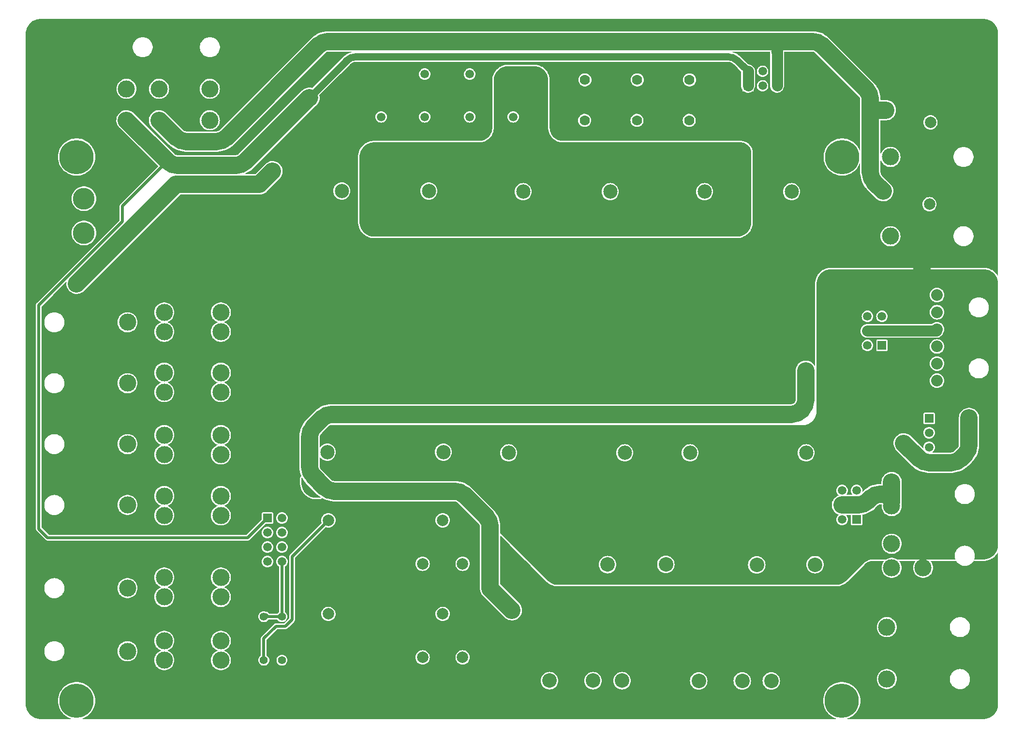
<source format=gbl>
%TF.GenerationSoftware,KiCad,Pcbnew,7.0.2*%
%TF.CreationDate,2023-09-23T19:56:34-04:00*%
%TF.ProjectId,Power Distribution Board,506f7765-7220-4446-9973-747269627574,rev?*%
%TF.SameCoordinates,PX3c7dd70PY9e91430*%
%TF.FileFunction,Copper,L2,Bot*%
%TF.FilePolarity,Positive*%
%FSLAX46Y46*%
G04 Gerber Fmt 4.6, Leading zero omitted, Abs format (unit mm)*
G04 Created by KiCad (PCBNEW 7.0.2) date 2023-09-23 19:56:34*
%MOMM*%
%LPD*%
G01*
G04 APERTURE LIST*
%TA.AperFunction,ComponentPad*%
%ADD10C,2.500000*%
%TD*%
%TA.AperFunction,ComponentPad*%
%ADD11R,1.500000X1.500000*%
%TD*%
%TA.AperFunction,ComponentPad*%
%ADD12C,1.500000*%
%TD*%
%TA.AperFunction,ComponentPad*%
%ADD13C,1.400000*%
%TD*%
%TA.AperFunction,ComponentPad*%
%ADD14C,2.000000*%
%TD*%
%TA.AperFunction,ComponentPad*%
%ADD15C,3.000000*%
%TD*%
%TA.AperFunction,ComponentPad*%
%ADD16C,3.810000*%
%TD*%
%TA.AperFunction,ComponentPad*%
%ADD17C,1.778000*%
%TD*%
%TA.AperFunction,ComponentPad*%
%ADD18C,2.540000*%
%TD*%
%TA.AperFunction,ComponentPad*%
%ADD19C,2.032000*%
%TD*%
%TA.AperFunction,ViaPad*%
%ADD20C,6.000000*%
%TD*%
%TA.AperFunction,ViaPad*%
%ADD21C,1.270000*%
%TD*%
%TA.AperFunction,Conductor*%
%ADD22C,3.048000*%
%TD*%
%TA.AperFunction,Conductor*%
%ADD23C,1.905000*%
%TD*%
%TA.AperFunction,Conductor*%
%ADD24C,0.508000*%
%TD*%
%TA.AperFunction,Conductor*%
%ADD25C,1.270000*%
%TD*%
%TA.AperFunction,Conductor*%
%ADD26C,0.254000*%
%TD*%
G04 APERTURE END LIST*
D10*
%TO.P,U1,1,+Vin*%
%TO.N,/VIN+*%
X55276899Y92419501D03*
%TO.P,U1,2,-Vin*%
%TO.N,/VIN-*%
X60356899Y92419501D03*
%TO.P,U1,3,Remote*%
%TO.N,unconnected-(U1-Remote-Pad3)*%
X70516899Y92419501D03*
%TO.P,U1,4,+Vout*%
%TO.N,V_OUT_1*%
X52736899Y46699501D03*
%TO.P,U1,5,-Vout*%
%TO.N,GND*%
X62896899Y46699501D03*
%TO.P,U1,6,TRIM*%
%TO.N,Net-(U1-TRIM)*%
X73056899Y46699501D03*
%TD*%
D11*
%TO.P,P17,1,1*%
%TO.N,V_E*%
X126396899Y110834501D03*
D12*
%TO.P,P17,2,2*%
X126396899Y113374501D03*
%TO.P,P17,3,3*%
%TO.N,V_FAN*%
X128936899Y110834501D03*
%TO.P,P17,4,4*%
X128936899Y113374501D03*
%TO.P,P17,5,5*%
%TO.N,V_D*%
X131476899Y110834501D03*
%TO.P,P17,6,6*%
X131476899Y113374501D03*
%TD*%
D13*
%TO.P,R2,1,1*%
%TO.N,V_BATT_ACT*%
X44812099Y17895901D03*
%TO.P,R2,2,2*%
%TO.N,Net-(K2-Pad3)*%
X44812099Y10275901D03*
%TD*%
D12*
%TO.P,L2,1,1*%
%TO.N,/VIN-*%
X85286900Y112893701D03*
%TO.P,L2,2,2*%
%TO.N,Net-(C2-Pad2)*%
X77666900Y112893701D03*
%TO.P,L2,3,1*%
%TO.N,/VIN+*%
X85286900Y105393701D03*
%TO.P,L2,4,2*%
%TO.N,Net-(C2-Pad1)*%
X77666900Y105393701D03*
%TD*%
D10*
%TO.P,U2,1,+Vin*%
%TO.N,/VIN+*%
X87026899Y92317901D03*
%TO.P,U2,2,-Vin*%
%TO.N,/VIN-*%
X92106899Y92317901D03*
%TO.P,U2,3,Remote*%
%TO.N,unconnected-(U2-Remote-Pad3)*%
X102266899Y92317901D03*
%TO.P,U2,4,+Vout*%
%TO.N,V_OUT_2*%
X84486899Y46597901D03*
%TO.P,U2,5,-Vout*%
%TO.N,GND*%
X94646899Y46597901D03*
%TO.P,U2,6,TRIM*%
%TO.N,Net-(U2-TRIM)*%
X104806899Y46597901D03*
%TD*%
D14*
%TO.P,RT1,1,1*%
%TO.N,Net-(P8-Pad2)*%
X158324699Y104433701D03*
%TO.P,RT1,2,2*%
%TO.N,V_D*%
X150524699Y106583701D03*
%TD*%
D15*
%TO.P,F4,1*%
%TO.N,Net-(F4-Pad1)*%
X24212699Y39025101D03*
X24212699Y35625101D03*
%TO.P,F4,2*%
%TO.N,Net-(D3-A-Pad3)*%
X34122700Y39025101D03*
X34122700Y35625101D03*
%TD*%
%TO.P,P2,1,1*%
%TO.N,/40V_IN*%
X32188300Y110301100D03*
%TO.P,P2,2,2*%
%TO.N,Net-(D2-A-Pad1)*%
X32188300Y104801100D03*
%TD*%
D16*
%TO.P,P5,1,A*%
%TO.N,/40V_IN*%
X10141099Y85078901D03*
%TO.P,P5,2,B*%
%TO.N,Net-(P5-B)*%
X10141099Y91078901D03*
%TD*%
D15*
%TO.P,F2,1*%
%TO.N,Net-(F2-Pad1)*%
X24212699Y60615101D03*
X24212699Y57215101D03*
%TO.P,F2,2*%
%TO.N,Net-(D1-A-Pad3)*%
X34122700Y60615101D03*
X34122700Y57215101D03*
%TD*%
%TO.P,P8,1,1*%
%TO.N,BATT_GND*%
X156826099Y98388501D03*
%TO.P,P8,2,2*%
%TO.N,Net-(P8-Pad2)*%
X151326099Y98388501D03*
%TD*%
%TO.P,F3,1*%
%TO.N,Net-(F3-Pad1)*%
X24212699Y49693101D03*
X24212699Y46293101D03*
%TO.P,F3,2*%
%TO.N,Net-(D3-A-Pad1)*%
X34122700Y49693101D03*
X34122700Y46293101D03*
%TD*%
D11*
%TO.P,P12,1,1*%
%TO.N,V_OUT_2*%
X145396099Y34913901D03*
D12*
%TO.P,P12,2,2*%
X142856099Y34913901D03*
%TO.P,P12,3,3*%
%TO.N,Net-(P12-Pad3)*%
X145396099Y37453901D03*
%TO.P,P12,4,4*%
X142856099Y37453901D03*
%TO.P,P12,5,5*%
%TO.N,V_OUT_3*%
X145396099Y39993901D03*
%TO.P,P12,6,6*%
X142856099Y39993901D03*
%TD*%
D15*
%TO.P,P15,1,1*%
%TO.N,BATT_GND*%
X156191099Y16067101D03*
%TO.P,P15,2,2*%
%TO.N,Net-(K1-Pad2)*%
X150691099Y16067101D03*
%TD*%
D17*
%TO.P,P21,1,1*%
%TO.N,V_FAN*%
X116150699Y111873109D03*
%TO.P,P21,2,2*%
%TO.N,BATT_GND*%
X118690699Y111873109D03*
%TD*%
D18*
%TO.P,U5,1,+Vin*%
%TO.N,/VIN+*%
X130460899Y6643701D03*
%TO.P,U5,2,-Vin*%
%TO.N,/VIN-*%
X125380899Y6643701D03*
%TO.P,U5,3,+Vout*%
%TO.N,V_3.3*%
X138120899Y27003701D03*
%TO.P,U5,4,Trim*%
%TO.N,unconnected-(U5-Trim-Pad4)*%
X127920899Y26963701D03*
%TO.P,U5,5,-Vout*%
%TO.N,GND*%
X117800899Y27003701D03*
%TO.P,U5,6,Remote*%
%TO.N,unconnected-(U5-Remote-Pad6)*%
X117760899Y6643701D03*
%TD*%
D11*
%TO.P,P9,1,1*%
%TO.N,V_5*%
X165081099Y52633311D03*
D12*
%TO.P,P9,2,2*%
%TO.N,GND*%
X167621099Y52633311D03*
%TO.P,P9,3,3*%
%TO.N,V_5*%
X165081099Y50093311D03*
%TO.P,P9,4,4*%
%TO.N,GND*%
X167621099Y50093311D03*
%TO.P,P9,5,5*%
%TO.N,V_5*%
X165081099Y47553311D03*
%TO.P,P9,6,6*%
%TO.N,GND*%
X167621099Y47553311D03*
%TD*%
D17*
%TO.P,P26,1,1*%
%TO.N,V_FAN*%
X97837299Y111873109D03*
%TO.P,P26,2,2*%
%TO.N,BATT_GND*%
X100377299Y111873109D03*
%TD*%
D15*
%TO.P,P4,1,1*%
%TO.N,BATT_GND*%
X12274699Y48113432D03*
%TO.P,P4,2,2*%
%TO.N,Net-(F3-Pad1)*%
X17774699Y48113432D03*
%TD*%
D11*
%TO.P,P19,1,1*%
%TO.N,V_E*%
X42272099Y35167901D03*
D12*
%TO.P,P19,2,2*%
%TO.N,V_BATT_ACT*%
X44812099Y35167901D03*
%TO.P,P19,3,3*%
%TO.N,V_D*%
X42272099Y32627901D03*
%TO.P,P19,4,4*%
%TO.N,V_BATT_ACT*%
X44812099Y32627901D03*
%TO.P,P19,5,5*%
%TO.N,V_BAT5*%
X42272099Y30087901D03*
%TO.P,P19,6,6*%
%TO.N,V_BATT_ACT*%
X44812099Y30087901D03*
%TO.P,P19,7,7*%
%TO.N,V_BAT6*%
X42272099Y27547901D03*
%TO.P,P19,8,8*%
%TO.N,V_BATT_ACT*%
X44812099Y27547901D03*
%TD*%
D18*
%TO.P,U4,1,+Vin*%
%TO.N,/VIN+*%
X104349700Y6694500D03*
%TO.P,U4,2,-Vin*%
%TO.N,/VIN-*%
X99269700Y6694500D03*
%TO.P,U4,3,+Vout*%
%TO.N,V_5*%
X112009700Y27054500D03*
%TO.P,U4,4,Trim*%
%TO.N,unconnected-(U4-Trim-Pad4)*%
X101809700Y27014500D03*
%TO.P,U4,5,-Vout*%
%TO.N,GND*%
X91689700Y27054500D03*
%TO.P,U4,6,Remote*%
%TO.N,unconnected-(U4-Remote-Pad6)*%
X91649700Y6694500D03*
%TD*%
D12*
%TO.P,L1,1,1*%
%TO.N,Net-(C2-Pad2)*%
X69792900Y112893701D03*
%TO.P,L1,2,2*%
%TO.N,BATT_GND*%
X62172900Y112893701D03*
%TO.P,L1,3,1*%
%TO.N,Net-(C2-Pad1)*%
X69792900Y105393701D03*
%TO.P,L1,4,2*%
%TO.N,V_E*%
X62172900Y105393701D03*
%TD*%
D15*
%TO.P,P6,1,1*%
%TO.N,BATT_GND*%
X12274699Y37453901D03*
%TO.P,P6,2,2*%
%TO.N,Net-(F4-Pad1)*%
X17774699Y37453901D03*
%TD*%
D13*
%TO.P,R1,1,1*%
%TO.N,V_BATT_ACT*%
X41637099Y17895901D03*
%TO.P,R1,2,2*%
%TO.N,Net-(K1-Pad3)*%
X41637099Y10275901D03*
%TD*%
D14*
%TO.P,K2,0*%
%TO.N,N/C*%
X69440099Y10783901D03*
%TO.P,K2,1,1*%
%TO.N,V_BAT6*%
X72940099Y18383901D03*
%TO.P,K2,2,2*%
%TO.N,Net-(K2-Pad2)*%
X76440099Y10783901D03*
%TO.P,K2,3,3*%
%TO.N,Net-(K2-Pad3)*%
X52940099Y18383901D03*
%TO.P,K2,4,4*%
%TO.N,BATT_GND*%
X52940099Y10783901D03*
%TD*%
D17*
%TO.P,P25,1,1*%
%TO.N,V_FAN*%
X97786499Y104786509D03*
%TO.P,P25,2,2*%
%TO.N,BATT_GND*%
X100326499Y104786509D03*
%TD*%
D15*
%TO.P,P11,1,1*%
%TO.N,BATT_GND*%
X12274699Y22899701D03*
%TO.P,P11,2,2*%
%TO.N,Net-(F5-Pad1)*%
X17774699Y22899701D03*
%TD*%
D17*
%TO.P,P22,1,1*%
%TO.N,V_FAN*%
X107006699Y111873109D03*
%TO.P,P22,2,2*%
%TO.N,BATT_GND*%
X109546699Y111873109D03*
%TD*%
%TO.P,P20,1,1*%
%TO.N,V_FAN*%
X116099899Y104786509D03*
%TO.P,P20,2,2*%
%TO.N,BATT_GND*%
X118639899Y104786509D03*
%TD*%
D15*
%TO.P,P3,1,1*%
%TO.N,BATT_GND*%
X12274699Y58772964D03*
%TO.P,P3,2,2*%
%TO.N,Net-(F2-Pad1)*%
X17774699Y58772964D03*
%TD*%
%TO.P,P7,1,1*%
%TO.N,Net-(P5-B)*%
X23298300Y110301100D03*
%TO.P,P7,2,2*%
%TO.N,V_D*%
X23298300Y104801100D03*
%TO.P,P7,3,3*%
%TO.N,/40V_IN*%
X17598301Y110301100D03*
%TO.P,P7,4,4*%
%TO.N,V_E*%
X17598301Y104801100D03*
%TD*%
%TO.P,P10,1,1*%
%TO.N,BATT_GND*%
X156826099Y84520101D03*
%TO.P,P10,2,2*%
%TO.N,Net-(P10-Pad2)*%
X151326099Y84520101D03*
%TD*%
%TO.P,P18,1,1*%
%TO.N,GND*%
X157036099Y41458899D03*
%TO.P,P18,2,2*%
X157036099Y37258900D03*
%TO.P,P18,3,3*%
%TO.N,Net-(P12-Pad3)*%
X151536099Y41458899D03*
%TO.P,P18,4,4*%
X151536099Y37258900D03*
%TD*%
%TO.P,F1,1*%
%TO.N,Net-(F1-Pad1)*%
X24212699Y71157724D03*
X24212699Y67757724D03*
%TO.P,F1,2*%
%TO.N,Net-(D1-A-Pad1)*%
X34122700Y71157724D03*
X34122700Y67757724D03*
%TD*%
%TO.P,P28,1,1*%
%TO.N,BATT_GND*%
X12274699Y11850701D03*
%TO.P,P28,2,2*%
%TO.N,Net-(F6-Pad1)*%
X17774699Y11850701D03*
%TD*%
D14*
%TO.P,K1,0*%
%TO.N,N/C*%
X69440099Y27166901D03*
%TO.P,K1,1,1*%
%TO.N,V_BAT5*%
X72940099Y34766901D03*
%TO.P,K1,2,2*%
%TO.N,Net-(K1-Pad2)*%
X76440099Y27166901D03*
%TO.P,K1,3,3*%
%TO.N,Net-(K1-Pad3)*%
X52940099Y34766901D03*
%TO.P,K1,4,4*%
%TO.N,BATT_GND*%
X52940099Y27166901D03*
%TD*%
D11*
%TO.P,P13,1,1*%
%TO.N,V_OUT_2*%
X149841099Y65393901D03*
D12*
%TO.P,P13,2,2*%
X147301099Y65393901D03*
%TO.P,P13,3,3*%
%TO.N,/V_SEL_1*%
X149841099Y67933901D03*
%TO.P,P13,4,4*%
X147301099Y67933901D03*
%TO.P,P13,5,5*%
%TO.N,V_OUT_3*%
X149841099Y70473901D03*
%TO.P,P13,6,6*%
X147301099Y70473901D03*
%TD*%
D10*
%TO.P,U3,1,+Vin*%
%TO.N,/VIN+*%
X118776899Y92317901D03*
%TO.P,U3,2,-Vin*%
%TO.N,/VIN-*%
X123856899Y92317901D03*
%TO.P,U3,3,Remote*%
%TO.N,unconnected-(U3-Remote-Pad3)*%
X134016899Y92317901D03*
%TO.P,U3,4,+Vout*%
%TO.N,V_OUT_3*%
X116236899Y46597901D03*
%TO.P,U3,5,-Vout*%
%TO.N,GND*%
X126396899Y46597901D03*
%TO.P,U3,6,TRIM*%
%TO.N,Net-(U3-TRIM)*%
X136556899Y46597901D03*
%TD*%
D19*
%TO.P,P23,1,1*%
%TO.N,GND*%
X162464899Y59205612D03*
%TO.P,P23,2,2*%
%TO.N,V_3.3*%
X159464900Y59205612D03*
%TO.P,P23,3,3*%
%TO.N,GND*%
X162464899Y62205611D03*
%TO.P,P23,4,4*%
%TO.N,V_3.3*%
X159464900Y62205611D03*
%TO.P,P23,5,5*%
%TO.N,GND*%
X162464899Y65205610D03*
%TO.P,P23,6,6*%
%TO.N,V_5*%
X159464900Y65205610D03*
%TO.P,P23,7,7*%
%TO.N,GND*%
X162464899Y68205610D03*
%TO.P,P23,8,8*%
%TO.N,/V_SEL_1*%
X159464900Y68205610D03*
%TO.P,P23,9,9*%
%TO.N,GND*%
X162464899Y71205609D03*
%TO.P,P23,10,10*%
%TO.N,V_E*%
X159464900Y71205609D03*
%TO.P,P23,11,11*%
%TO.N,GND*%
X162464899Y74205608D03*
%TO.P,P23,12,12*%
%TO.N,V_D*%
X159464900Y74205608D03*
%TD*%
D11*
%TO.P,P14,1,1*%
%TO.N,V_3.3*%
X158096099Y52633311D03*
D12*
%TO.P,P14,2,2*%
%TO.N,GND*%
X160636099Y52633311D03*
%TO.P,P14,3,3*%
%TO.N,V_3.3*%
X158096099Y50093311D03*
%TO.P,P14,4,4*%
%TO.N,GND*%
X160636099Y50093311D03*
%TO.P,P14,5,5*%
%TO.N,V_3.3*%
X158096099Y47553311D03*
%TO.P,P14,6,6*%
%TO.N,GND*%
X160636099Y47553311D03*
%TD*%
D15*
%TO.P,P29,1,1*%
%TO.N,BATT_GND*%
X156191099Y6973901D03*
%TO.P,P29,2,2*%
%TO.N,Net-(K2-Pad2)*%
X150691099Y6973901D03*
%TD*%
D17*
%TO.P,P27,1,1*%
%TO.N,V_FAN*%
X106955899Y104786509D03*
%TO.P,P27,2,2*%
%TO.N,BATT_GND*%
X109495899Y104786509D03*
%TD*%
D15*
%TO.P,F6,1*%
%TO.N,Net-(F6-Pad1)*%
X24212699Y13675901D03*
X24212699Y10275901D03*
%TO.P,F6,2*%
%TO.N,V_BAT6*%
X34122700Y13675901D03*
X34122700Y10275901D03*
%TD*%
%TO.P,P1,1,1*%
%TO.N,BATT_GND*%
X12274699Y69432496D03*
%TO.P,P1,2,2*%
%TO.N,Net-(F1-Pad1)*%
X17774699Y69432496D03*
%TD*%
%TO.P,F5,1*%
%TO.N,Net-(F5-Pad1)*%
X24212699Y24750301D03*
X24212699Y21350301D03*
%TO.P,F5,2*%
%TO.N,V_BAT5*%
X34122700Y24750301D03*
X34122700Y21350301D03*
%TD*%
D14*
%TO.P,RT2,1,1*%
%TO.N,Net-(P10-Pad2)*%
X158146899Y90108101D03*
%TO.P,RT2,2,2*%
%TO.N,V_D*%
X150346899Y92258101D03*
%TD*%
D15*
%TO.P,P16,1,1*%
%TO.N,GND*%
X157036099Y30663899D03*
%TO.P,P16,2,2*%
X157036099Y26463900D03*
%TO.P,P16,3,3*%
%TO.N,V_OUT_1*%
X151536099Y30663899D03*
%TO.P,P16,4,4*%
X151536099Y26463900D03*
%TD*%
D20*
%TO.N,*%
X142801099Y3191122D03*
X8871114Y3191122D03*
X8871114Y98381076D03*
X142871099Y98381076D03*
D21*
%TO.N,V_E*%
X49629572Y108749973D03*
%TO.N,V_5*%
X153651099Y48248901D03*
%TO.N,GND*%
X109201099Y31103901D03*
X144126099Y26023901D03*
%TO.N,/VIN-*%
X136506099Y60948901D03*
X83166099Y20816901D03*
X85071099Y18911901D03*
X81261099Y22721901D03*
X136506099Y59043901D03*
X136506099Y57138901D03*
%TO.N,/VIN+*%
X8871099Y76188903D03*
X43161099Y95873901D03*
%TD*%
D22*
%TO.N,BATT_GND*%
X156826099Y77130507D02*
X156826099Y84520101D01*
X156826103Y77130507D02*
G75*
G03*
X156953100Y76823902I433597J-7D01*
G01*
%TO.N,V_D*%
X148001095Y106583701D02*
X150524699Y106583701D01*
D23*
X131476899Y116778101D02*
X131476899Y118606901D01*
D22*
X28070604Y101080901D02*
X33345996Y101080901D01*
D23*
X131476899Y110834501D02*
X131476899Y113374501D01*
D22*
X148553047Y93885352D02*
X150044299Y92394101D01*
D23*
X131476899Y113374501D02*
X131476899Y116778101D01*
D22*
X35142047Y101824849D02*
X51180151Y117862952D01*
X147809099Y95681404D02*
X147809099Y108410797D01*
X131476899Y118606901D02*
X137612996Y118606901D01*
X52976203Y118606901D02*
X131476899Y118606901D01*
X139409047Y117862952D02*
X147065151Y110206849D01*
X23298299Y104801101D02*
X26274552Y101824849D01*
X52976203Y118606898D02*
G75*
G03*
X51180152Y117862952I-3J-2539998D01*
G01*
X33345996Y101080904D02*
G75*
G03*
X35142047Y101824850I4J2539996D01*
G01*
X139409049Y117862954D02*
G75*
G03*
X137612996Y118606901I-1796049J-1796054D01*
G01*
X147809096Y108410797D02*
G75*
G03*
X147065149Y110206847I-2539996J3D01*
G01*
X147809103Y95681404D02*
G75*
G03*
X148553048Y93885353I2539997J-4D01*
G01*
D23*
X131476901Y116778101D02*
G75*
G03*
X131426099Y116828901I-50801J-1D01*
G01*
D22*
X26274551Y101824848D02*
G75*
G03*
X28070604Y101080901I1796049J1796052D01*
G01*
%TO.N,V_E*%
X26561605Y96889901D02*
X36647996Y96889901D01*
D24*
X3791099Y31738901D02*
X38843099Y31738901D01*
X16895759Y87087243D02*
X16895759Y89764055D01*
D25*
X124575447Y115195952D02*
X126396899Y113374501D01*
D24*
X2267099Y72458583D02*
X16895759Y87087243D01*
X2267099Y33262901D02*
X2267099Y72458583D01*
D22*
X17598300Y104801101D02*
X24765553Y97633849D01*
D24*
X16895759Y89764055D02*
X24765553Y97633849D01*
D25*
X49629572Y108749973D02*
X56075551Y115195952D01*
X49629339Y108749740D02*
X49629572Y108749973D01*
D24*
X38843099Y31738901D02*
X42272099Y35167901D01*
D23*
X126396899Y110834501D02*
X126396899Y113374501D01*
D25*
X57871603Y115939901D02*
X122779396Y115939901D01*
D24*
X2267099Y33262901D02*
X3791099Y31738901D01*
D22*
X38444047Y97633849D02*
X49511099Y108700901D01*
D25*
X57871603Y115939898D02*
G75*
G03*
X56075552Y115195952I-3J-2539998D01*
G01*
X124575449Y115195954D02*
G75*
G03*
X122779396Y115939901I-1796049J-1796054D01*
G01*
D22*
X49629338Y108749740D02*
G75*
G03*
X49629574Y108749974I-13638J13960D01*
G01*
X36647996Y96889904D02*
G75*
G03*
X38444047Y97633850I4J2539996D01*
G01*
X24765551Y97633847D02*
G75*
G03*
X26561605Y96889901I1796049J1796053D01*
G01*
X49511099Y108700887D02*
G75*
G03*
X49629338Y108749740I1J167513D01*
G01*
D24*
%TO.N,V_BATT_ACT*%
X42399099Y17895901D02*
X44812099Y17895901D01*
X42018099Y18276901D02*
X42399099Y17895901D01*
X44812099Y17895901D02*
X44812099Y27547901D01*
D22*
%TO.N,V_5*%
X158088205Y44863899D02*
X161913993Y44863899D01*
X163710045Y45607847D02*
X164337151Y46234952D01*
X153651099Y48248901D02*
X156292153Y45607847D01*
X165081099Y48031004D02*
X165081099Y52693901D01*
X164337152Y46234951D02*
G75*
G03*
X165081099Y48031004I-1796052J1796049D01*
G01*
X156292151Y45607845D02*
G75*
G03*
X158088205Y44863899I1796049J1796055D01*
G01*
X161913993Y44863905D02*
G75*
G03*
X163710044Y45607848I7J2539995D01*
G01*
D26*
%TO.N,GND*%
X157036099Y26463900D02*
X157036099Y27956899D01*
X157036099Y27956899D02*
X157042000Y27962800D01*
D22*
%TO.N,/VIN-*%
X81261099Y22848901D02*
X85071099Y19038901D01*
X53611203Y53328901D02*
X133966099Y53328901D01*
X50382047Y42424952D02*
X52196151Y40610849D01*
X49638099Y44221004D02*
X49638099Y49355797D01*
X136506099Y55868901D02*
X136506099Y60948901D01*
X50382047Y51151849D02*
X51815151Y52584952D01*
X53992203Y39866901D02*
X75001996Y39866901D01*
X81261099Y22848901D02*
X81261099Y33607797D01*
X76798047Y39122952D02*
X80517151Y35403849D01*
X53611203Y53328898D02*
G75*
G03*
X51815152Y52584952I-3J-2539998D01*
G01*
X49638103Y44221004D02*
G75*
G03*
X50382048Y42424953I2539997J-4D01*
G01*
X81261096Y33607797D02*
G75*
G03*
X80517149Y35403847I-2539996J3D01*
G01*
X50382046Y51151850D02*
G75*
G03*
X49638099Y49355797I1796054J-1796050D01*
G01*
X133966099Y53328901D02*
G75*
G03*
X136506099Y55868901I1J2539999D01*
G01*
X52196150Y40610848D02*
G75*
G03*
X53992203Y39866901I1796050J1796052D01*
G01*
X76798049Y39122954D02*
G75*
G03*
X75001996Y39866901I-1796049J-1796054D01*
G01*
%TO.N,/VIN+*%
X26252032Y93569836D02*
X27268667Y93569836D01*
X8871099Y76188903D02*
X26252032Y93569836D01*
X36466261Y93569836D02*
X40857035Y93569836D01*
X40857035Y93569836D02*
X43161099Y95873901D01*
X27286732Y93587901D02*
X36448197Y93587901D01*
X27268667Y93569836D02*
X27286732Y93587901D01*
X36448197Y93587901D02*
X36466261Y93569836D01*
%TO.N,Net-(P12-Pad3)*%
X149623203Y39358901D02*
X151111099Y39358901D01*
X142856099Y37453901D02*
X145396099Y37453901D01*
X145396099Y37453901D02*
X145613996Y37453901D01*
X147410047Y38197849D02*
X147827151Y38614952D01*
X151536099Y37960885D02*
X151536099Y41458899D01*
X149623203Y39358898D02*
G75*
G03*
X147827152Y38614952I-3J-2539998D01*
G01*
X145613996Y37453904D02*
G75*
G03*
X147410047Y38197850I4J2539996D01*
G01*
D23*
%TO.N,/V_SEL_1*%
X149841099Y67933901D02*
X159366099Y67933901D01*
X147301099Y67933901D02*
X149841099Y67933901D01*
D24*
%TO.N,Net-(K1-Pad3)*%
X46590099Y17387901D02*
X46590099Y28416901D01*
X41637099Y10275901D02*
X41637099Y14085901D01*
X46590099Y28416901D02*
X52940099Y34766901D01*
X43796099Y16244901D02*
X45447099Y16244901D01*
X41637099Y14085901D02*
X43796099Y16244901D01*
X45447099Y16244901D02*
X46590099Y17387901D01*
%TD*%
%TA.AperFunction,Conductor*%
%TO.N,/VIN-*%
G36*
X89027953Y114286683D02*
G01*
X89041208Y114285780D01*
X89331802Y114250496D01*
X89346749Y114247757D01*
X89630047Y114177931D01*
X89630051Y114177930D01*
X89644576Y114173404D01*
X89917376Y114069944D01*
X89931237Y114063707D01*
X90189597Y113928109D01*
X90202613Y113920240D01*
X90442726Y113754501D01*
X90454693Y113745126D01*
X90673093Y113551641D01*
X90683838Y113540896D01*
X90877318Y113322503D01*
X90886702Y113310525D01*
X91052442Y113070409D01*
X91060313Y113057388D01*
X91195897Y112799054D01*
X91202142Y112785179D01*
X91305601Y112512379D01*
X91310128Y112497853D01*
X91379954Y112214563D01*
X91382696Y112199596D01*
X91417977Y111909027D01*
X91418882Y111895742D01*
X91421099Y111748901D01*
X91421099Y103493901D01*
X91423367Y103343738D01*
X91423367Y103343728D01*
X91423418Y103340400D01*
X91423819Y103337096D01*
X91423820Y103337084D01*
X91459963Y103039416D01*
X91459965Y103039402D01*
X91460423Y103035635D01*
X91461333Y103031943D01*
X91532981Y102741250D01*
X91532984Y102741239D01*
X91533893Y102737553D01*
X91535241Y102733999D01*
X91535244Y102733989D01*
X91641408Y102454058D01*
X91641411Y102454050D01*
X91642758Y102450500D01*
X91644519Y102447144D01*
X91644523Y102447136D01*
X91776254Y102196143D01*
X91785429Y102178662D01*
X91959827Y101926004D01*
X92163407Y101696209D01*
X92393202Y101492628D01*
X92645861Y101318230D01*
X92917698Y101175559D01*
X93204751Y101066694D01*
X93502833Y100993223D01*
X93807598Y100956218D01*
X93961099Y100953901D01*
X125076099Y100953901D01*
X125204332Y100951612D01*
X125219954Y100950354D01*
X125472647Y100914022D01*
X125490195Y100910204D01*
X125725513Y100841108D01*
X125734028Y100838608D01*
X125750871Y100832327D01*
X125982050Y100726751D01*
X125997803Y100718149D01*
X126211605Y100580748D01*
X126225989Y100569979D01*
X126418049Y100403558D01*
X126430750Y100390858D01*
X126597180Y100198787D01*
X126607946Y100184406D01*
X126745340Y99970618D01*
X126753956Y99954839D01*
X126859525Y99723675D01*
X126865807Y99706831D01*
X126937402Y99463000D01*
X126941223Y99445434D01*
X126977549Y99192784D01*
X126978812Y99177099D01*
X126981099Y99048901D01*
X126981099Y86983901D01*
X126978971Y86837087D01*
X126978065Y86823738D01*
X126942787Y86533191D01*
X126940045Y86518224D01*
X126870216Y86234922D01*
X126865689Y86220396D01*
X126762227Y85947586D01*
X126755982Y85933711D01*
X126620392Y85675366D01*
X126612521Y85662345D01*
X126446775Y85422220D01*
X126437391Y85410242D01*
X126243910Y85191848D01*
X126233152Y85181090D01*
X126014758Y84987609D01*
X126002780Y84978225D01*
X125762655Y84812479D01*
X125749634Y84804608D01*
X125491289Y84669018D01*
X125477414Y84662773D01*
X125204604Y84559311D01*
X125190078Y84554784D01*
X124906776Y84484955D01*
X124891810Y84482213D01*
X124601268Y84446935D01*
X124587906Y84446029D01*
X124441099Y84443901D01*
X60941099Y84443901D01*
X60794253Y84446116D01*
X60780977Y84447020D01*
X60490403Y84482302D01*
X60475437Y84485044D01*
X60192146Y84554870D01*
X60177620Y84559397D01*
X59904821Y84662856D01*
X59890946Y84669101D01*
X59632611Y84804686D01*
X59619590Y84812557D01*
X59379474Y84978296D01*
X59367496Y84987680D01*
X59149106Y85181157D01*
X59138358Y85191905D01*
X58944872Y85410306D01*
X58935497Y85422273D01*
X58769755Y85662390D01*
X58761886Y85675407D01*
X58626291Y85933762D01*
X58620054Y85947623D01*
X58516592Y86220429D01*
X58512069Y86234942D01*
X58442239Y86518257D01*
X58439503Y86533192D01*
X58404219Y86823781D01*
X58403315Y86837061D01*
X58401099Y86983902D01*
X58401099Y92419502D01*
X69007747Y92419502D01*
X69026327Y92183418D01*
X69081610Y91953146D01*
X69172234Y91734362D01*
X69172235Y91734360D01*
X69295969Y91532444D01*
X69295970Y91532442D01*
X69295972Y91532440D01*
X69449766Y91352369D01*
X69629837Y91198575D01*
X69629842Y91198571D01*
X69831758Y91074837D01*
X70050545Y90984212D01*
X70280816Y90928929D01*
X70516899Y90910349D01*
X70752982Y90928929D01*
X70983253Y90984212D01*
X71202040Y91074837D01*
X71403956Y91198571D01*
X71584031Y91352369D01*
X71737829Y91532444D01*
X71861563Y91734360D01*
X71952188Y91953147D01*
X72007471Y92183418D01*
X72018055Y92317902D01*
X85517747Y92317902D01*
X85536327Y92081818D01*
X85591610Y91851546D01*
X85682234Y91632762D01*
X85682235Y91632760D01*
X85805969Y91430844D01*
X85805970Y91430842D01*
X85805972Y91430840D01*
X85959766Y91250769D01*
X86139837Y91096975D01*
X86139842Y91096971D01*
X86341758Y90973237D01*
X86560545Y90882612D01*
X86790816Y90827329D01*
X87026899Y90808749D01*
X87262982Y90827329D01*
X87493253Y90882612D01*
X87712040Y90973237D01*
X87913956Y91096971D01*
X88094031Y91250769D01*
X88247829Y91430844D01*
X88371563Y91632760D01*
X88462188Y91851547D01*
X88517471Y92081818D01*
X88536051Y92317901D01*
X88536051Y92317902D01*
X100757747Y92317902D01*
X100776327Y92081818D01*
X100831610Y91851546D01*
X100922234Y91632762D01*
X100922235Y91632760D01*
X101045969Y91430844D01*
X101045970Y91430842D01*
X101045972Y91430840D01*
X101199766Y91250769D01*
X101379837Y91096975D01*
X101379842Y91096971D01*
X101581758Y90973237D01*
X101800545Y90882612D01*
X102030816Y90827329D01*
X102266899Y90808749D01*
X102502982Y90827329D01*
X102733253Y90882612D01*
X102952040Y90973237D01*
X103153956Y91096971D01*
X103334031Y91250769D01*
X103487829Y91430844D01*
X103611563Y91632760D01*
X103702188Y91851547D01*
X103757471Y92081818D01*
X103776051Y92317901D01*
X117267747Y92317901D01*
X117286327Y92081818D01*
X117341610Y91851546D01*
X117432234Y91632762D01*
X117432235Y91632760D01*
X117555969Y91430844D01*
X117555970Y91430842D01*
X117555972Y91430840D01*
X117709766Y91250769D01*
X117889837Y91096975D01*
X117889842Y91096971D01*
X118091758Y90973237D01*
X118310545Y90882612D01*
X118540816Y90827329D01*
X118776899Y90808749D01*
X119012982Y90827329D01*
X119243253Y90882612D01*
X119462040Y90973237D01*
X119663956Y91096971D01*
X119844031Y91250769D01*
X119997829Y91430844D01*
X120121563Y91632760D01*
X120212188Y91851547D01*
X120267471Y92081818D01*
X120286051Y92317901D01*
X120267471Y92553984D01*
X120212188Y92784255D01*
X120121563Y93003042D01*
X119997829Y93204958D01*
X119911055Y93306558D01*
X119844031Y93385034D01*
X119663960Y93538828D01*
X119663958Y93538830D01*
X119663956Y93538831D01*
X119462040Y93662565D01*
X119462038Y93662566D01*
X119243254Y93753190D01*
X119012982Y93808473D01*
X118776899Y93827053D01*
X118540815Y93808473D01*
X118310543Y93753190D01*
X118091759Y93662566D01*
X117889837Y93538828D01*
X117709766Y93385034D01*
X117555972Y93204963D01*
X117432234Y93003041D01*
X117341610Y92784257D01*
X117286327Y92553985D01*
X117267747Y92317901D01*
X103776051Y92317901D01*
X103757471Y92553984D01*
X103702188Y92784255D01*
X103611563Y93003042D01*
X103487829Y93204958D01*
X103401055Y93306558D01*
X103334031Y93385034D01*
X103153960Y93538828D01*
X103153958Y93538830D01*
X103153956Y93538831D01*
X102952040Y93662565D01*
X102952038Y93662566D01*
X102733254Y93753190D01*
X102502982Y93808473D01*
X102502982Y93808474D01*
X102266899Y93827053D01*
X102266898Y93827053D01*
X102030815Y93808473D01*
X101800543Y93753190D01*
X101581759Y93662566D01*
X101379837Y93538828D01*
X101199766Y93385034D01*
X101045972Y93204963D01*
X100922234Y93003041D01*
X100831610Y92784257D01*
X100776327Y92553985D01*
X100757747Y92317902D01*
X88536051Y92317902D01*
X88517471Y92553984D01*
X88462188Y92784255D01*
X88371563Y93003042D01*
X88247829Y93204958D01*
X88161055Y93306558D01*
X88094031Y93385034D01*
X87913960Y93538828D01*
X87913958Y93538830D01*
X87913956Y93538831D01*
X87712040Y93662565D01*
X87712038Y93662566D01*
X87493254Y93753190D01*
X87262982Y93808473D01*
X87026899Y93827053D01*
X86790815Y93808473D01*
X86560543Y93753190D01*
X86341759Y93662566D01*
X86139837Y93538828D01*
X85959766Y93385034D01*
X85805972Y93204963D01*
X85682234Y93003041D01*
X85591610Y92784257D01*
X85536327Y92553985D01*
X85517747Y92317902D01*
X72018055Y92317902D01*
X72026051Y92419501D01*
X72007471Y92655584D01*
X71952188Y92885855D01*
X71861563Y93104642D01*
X71737829Y93306558D01*
X71737825Y93306563D01*
X71584031Y93486634D01*
X71403960Y93640428D01*
X71403958Y93640430D01*
X71403956Y93640431D01*
X71202040Y93764165D01*
X71095072Y93808473D01*
X70983254Y93854790D01*
X70752982Y93910073D01*
X70516899Y93928653D01*
X70280815Y93910073D01*
X70050543Y93854790D01*
X69831759Y93764166D01*
X69629837Y93640428D01*
X69449766Y93486634D01*
X69295972Y93306563D01*
X69172234Y93104641D01*
X69081610Y92885857D01*
X69026327Y92655585D01*
X69007747Y92419502D01*
X58401099Y92419502D01*
X58401099Y98413901D01*
X58401098Y98413901D01*
X58403315Y98560759D01*
X58404217Y98574008D01*
X58439503Y98864611D01*
X58442240Y98879548D01*
X58512069Y99162854D01*
X58516596Y99177379D01*
X58522438Y99192784D01*
X58620058Y99450186D01*
X58626289Y99464034D01*
X58761894Y99722408D01*
X58769751Y99735404D01*
X58935503Y99975537D01*
X58944869Y99987492D01*
X59138359Y100205896D01*
X59149104Y100216641D01*
X59367508Y100410131D01*
X59379463Y100419497D01*
X59619596Y100585249D01*
X59632592Y100593106D01*
X59890966Y100728711D01*
X59904814Y100734942D01*
X60177621Y100838405D01*
X60192147Y100842931D01*
X60475452Y100912760D01*
X60490392Y100915497D01*
X60780979Y100950781D01*
X60794249Y100951685D01*
X60936405Y100953831D01*
X60941100Y100953901D01*
X79356099Y100953901D01*
X79509606Y100956126D01*
X79814382Y100993132D01*
X80112475Y101066606D01*
X80399538Y101175474D01*
X80671386Y101318151D01*
X80924054Y101492555D01*
X81153857Y101696143D01*
X81357445Y101925946D01*
X81531849Y102178614D01*
X81674526Y102450462D01*
X81783394Y102737525D01*
X81856868Y103035618D01*
X81893874Y103340394D01*
X81896099Y103493901D01*
X81896099Y105393701D01*
X84277539Y105393701D01*
X84296934Y105196790D01*
X84296934Y105196788D01*
X84296935Y105196785D01*
X84354373Y105007436D01*
X84354374Y105007434D01*
X84447649Y104832928D01*
X84573174Y104679976D01*
X84726126Y104554451D01*
X84726130Y104554449D01*
X84900635Y104461174D01*
X85089984Y104403736D01*
X85286900Y104384341D01*
X85483816Y104403736D01*
X85673165Y104461174D01*
X85847670Y104554449D01*
X85847671Y104554451D01*
X85847673Y104554451D01*
X86000625Y104679976D01*
X86126150Y104832928D01*
X86150517Y104878515D01*
X86219427Y105007436D01*
X86276865Y105196785D01*
X86296260Y105393701D01*
X86276865Y105590617D01*
X86219427Y105779966D01*
X86126152Y105954471D01*
X86126150Y105954475D01*
X86000625Y106107427D01*
X85847673Y106232952D01*
X85673167Y106326227D01*
X85673166Y106326228D01*
X85673165Y106326228D01*
X85483816Y106383666D01*
X85483813Y106383667D01*
X85483811Y106383667D01*
X85286900Y106403062D01*
X85089988Y106383667D01*
X85089985Y106383667D01*
X85089984Y106383666D01*
X84900635Y106326228D01*
X84900632Y106326227D01*
X84726126Y106232952D01*
X84573174Y106107427D01*
X84447649Y105954475D01*
X84354374Y105779969D01*
X84296934Y105590613D01*
X84277539Y105393701D01*
X81896099Y105393701D01*
X81896099Y111113901D01*
X81896099Y111748901D01*
X81898315Y111895759D01*
X81899217Y111909008D01*
X81934503Y112199611D01*
X81937240Y112214548D01*
X82007069Y112497854D01*
X82011596Y112512379D01*
X82115058Y112785186D01*
X82121289Y112799034D01*
X82256894Y113057408D01*
X82264755Y113070409D01*
X82430503Y113310537D01*
X82439869Y113322492D01*
X82633359Y113540896D01*
X82644104Y113551641D01*
X82862508Y113745131D01*
X82874463Y113754497D01*
X83114596Y113920249D01*
X83127592Y113928106D01*
X83385966Y114063711D01*
X83399814Y114069942D01*
X83672621Y114173405D01*
X83687147Y114177931D01*
X83970452Y114247760D01*
X83985392Y114250497D01*
X84275979Y114285781D01*
X84289249Y114286685D01*
X84431405Y114288831D01*
X84436100Y114288901D01*
X88881099Y114288901D01*
X89027953Y114286683D01*
G37*
%TD.AperFunction*%
%TD*%
%TA.AperFunction,Conductor*%
%TO.N,BATT_GND*%
G36*
X167771319Y122541634D02*
G01*
X167777869Y122541188D01*
X168056307Y122507379D01*
X168075609Y122505035D01*
X168083032Y122503675D01*
X168217635Y122470499D01*
X168373776Y122432015D01*
X168380979Y122429769D01*
X168660970Y122323582D01*
X168667852Y122320485D01*
X168932993Y122181329D01*
X168939452Y122177424D01*
X169014548Y122125589D01*
X169185884Y122007324D01*
X169191819Y122002675D01*
X169415970Y121804095D01*
X169421293Y121798772D01*
X169580827Y121618695D01*
X169619864Y121574632D01*
X169624519Y121568691D01*
X169794625Y121322248D01*
X169798529Y121315789D01*
X169937683Y121050655D01*
X169940780Y121043773D01*
X170046967Y120763782D01*
X170049213Y120756576D01*
X170120874Y120465835D01*
X170122234Y120458412D01*
X170158384Y120160691D01*
X170158833Y120154100D01*
X170161099Y120003902D01*
X170161099Y77621940D01*
X170142793Y77577746D01*
X170098599Y77559440D01*
X170054405Y77577746D01*
X170043258Y77592894D01*
X170028733Y77620569D01*
X170028305Y77621385D01*
X170028273Y77621440D01*
X170027848Y77622209D01*
X170020613Y77635023D01*
X170020123Y77635849D01*
X170016709Y77641482D01*
X170016203Y77642279D01*
X170008190Y77654660D01*
X170007659Y77655442D01*
X169838084Y77901103D01*
X169837545Y77901847D01*
X169828784Y77913741D01*
X169828192Y77914509D01*
X169824129Y77919682D01*
X169823539Y77920401D01*
X169814102Y77931712D01*
X169813482Y77932422D01*
X169615531Y78155852D01*
X169614888Y78156546D01*
X169604787Y78167266D01*
X169604130Y78167932D01*
X169599464Y78172589D01*
X169598777Y78173245D01*
X169588050Y78183334D01*
X169587348Y78183966D01*
X169363899Y78381914D01*
X169363181Y78382521D01*
X169351841Y78391962D01*
X169351097Y78392554D01*
X169345906Y78396611D01*
X169345159Y78397169D01*
X169333297Y78405888D01*
X169332527Y78406428D01*
X169086865Y78575988D01*
X169086062Y78576516D01*
X169073711Y78584493D01*
X169072907Y78584987D01*
X169067252Y78588398D01*
X169066426Y78588873D01*
X169053588Y78596105D01*
X169052767Y78596543D01*
X168788447Y78735261D01*
X168787603Y78735680D01*
X168774344Y78742127D01*
X168773480Y78742524D01*
X168767462Y78745224D01*
X168766593Y78745592D01*
X168752990Y78751219D01*
X168752124Y78751554D01*
X168472999Y78857406D01*
X168472110Y78857720D01*
X168458227Y78862505D01*
X168457307Y78862800D01*
X168451024Y78864751D01*
X168450120Y78865011D01*
X168435877Y78868975D01*
X168434962Y78869208D01*
X168145133Y78940635D01*
X168144203Y78940842D01*
X168129798Y78943926D01*
X168128874Y78944103D01*
X168122375Y78945286D01*
X168121466Y78945431D01*
X168106889Y78947643D01*
X168105946Y78947765D01*
X167809149Y78983796D01*
X167808299Y78983883D01*
X167795498Y78985089D01*
X167794679Y78985151D01*
X167788948Y78985535D01*
X167788145Y78985573D01*
X167775235Y78986104D01*
X167774397Y78986122D01*
X167621099Y78988401D01*
X140947183Y78988371D01*
X140796978Y78986104D01*
X140796168Y78986075D01*
X140783280Y78985535D01*
X140782441Y78985484D01*
X140776696Y78985087D01*
X140775882Y78985015D01*
X140763033Y78983794D01*
X140762219Y78983700D01*
X140465307Y78947643D01*
X140464364Y78947507D01*
X140449842Y78945290D01*
X140448907Y78945126D01*
X140442421Y78943931D01*
X140441487Y78943739D01*
X140427063Y78940635D01*
X140426157Y78940419D01*
X140136315Y78868971D01*
X140135394Y78868722D01*
X140121194Y78864755D01*
X140120314Y78864487D01*
X140113995Y78862511D01*
X140113092Y78862207D01*
X140099199Y78857405D01*
X140098323Y78857080D01*
X139819208Y78751218D01*
X139818323Y78750859D01*
X139804754Y78745232D01*
X139803886Y78744850D01*
X139797875Y78742137D01*
X139797019Y78741728D01*
X139783754Y78735262D01*
X139782924Y78734834D01*
X139518604Y78596101D01*
X139517784Y78595646D01*
X139504949Y78588400D01*
X139504132Y78587914D01*
X139498501Y78584502D01*
X139497708Y78583997D01*
X139485338Y78575991D01*
X139484564Y78575465D01*
X139238888Y78405878D01*
X139238118Y78405320D01*
X139226269Y78396594D01*
X139225527Y78396021D01*
X139220355Y78391961D01*
X139219610Y78391350D01*
X139208306Y78381919D01*
X139207601Y78381304D01*
X138984139Y78183324D01*
X138983446Y78182682D01*
X138972726Y78172580D01*
X138972059Y78171922D01*
X138967420Y78167274D01*
X138966764Y78166587D01*
X138956676Y78155861D01*
X138956044Y78155159D01*
X138758081Y77931694D01*
X138757466Y77930968D01*
X138748039Y77919645D01*
X138747462Y77918919D01*
X138743406Y77913731D01*
X138742836Y77912968D01*
X138734122Y77901112D01*
X138733587Y77900348D01*
X138564013Y77654667D01*
X138563485Y77653864D01*
X138555508Y77641513D01*
X138555014Y77640709D01*
X138551603Y77635054D01*
X138551128Y77634228D01*
X138543896Y77621390D01*
X138543458Y77620569D01*
X138404740Y77356249D01*
X138404321Y77355405D01*
X138397874Y77342146D01*
X138397477Y77341282D01*
X138394777Y77335264D01*
X138394409Y77334395D01*
X138388782Y77320792D01*
X138388447Y77319926D01*
X138282595Y77040801D01*
X138282277Y77039902D01*
X138277489Y77026005D01*
X138277206Y77025119D01*
X138275245Y77018806D01*
X138274977Y77017873D01*
X138271029Y77003685D01*
X138270798Y77002777D01*
X138199366Y76712938D01*
X138199160Y76712014D01*
X138196075Y76697607D01*
X138195902Y76696697D01*
X138194715Y76690185D01*
X138194566Y76689251D01*
X138192357Y76674693D01*
X138192236Y76673754D01*
X138156204Y76376951D01*
X138156118Y76376110D01*
X138154912Y76363305D01*
X138154849Y76362475D01*
X138154466Y76356757D01*
X138154427Y76355952D01*
X138153896Y76343039D01*
X138153878Y76342205D01*
X138151599Y76188901D01*
X138151599Y61889065D01*
X138133293Y61844871D01*
X138089099Y61826565D01*
X138044905Y61844871D01*
X138034972Y61857815D01*
X137979682Y61953580D01*
X137813490Y62161977D01*
X137766463Y62205612D01*
X137618085Y62343287D01*
X137397843Y62493446D01*
X137157680Y62609102D01*
X137157674Y62609105D01*
X136902965Y62687672D01*
X136639379Y62727401D01*
X136372819Y62727401D01*
X136109232Y62687672D01*
X135854523Y62609105D01*
X135614354Y62493445D01*
X135394113Y62343287D01*
X135198707Y62161977D01*
X135032515Y61953580D01*
X134899233Y61722728D01*
X134801845Y61474590D01*
X134742531Y61214716D01*
X134736460Y61133696D01*
X134727599Y61015448D01*
X134727599Y61014284D01*
X134727599Y61014283D01*
X134727599Y55871970D01*
X134727298Y55865844D01*
X134713570Y55726467D01*
X134711180Y55714450D01*
X134671419Y55583376D01*
X134666730Y55572057D01*
X134602165Y55451265D01*
X134595358Y55441077D01*
X134508465Y55335198D01*
X134499802Y55326535D01*
X134393923Y55239642D01*
X134383735Y55232835D01*
X134262943Y55168270D01*
X134251624Y55163581D01*
X134120550Y55123820D01*
X134108533Y55121430D01*
X133969156Y55107702D01*
X133963030Y55107401D01*
X53544656Y55107401D01*
X53544629Y55107399D01*
X53544576Y55107398D01*
X53422655Y55107398D01*
X53421309Y55107281D01*
X53421303Y55107280D01*
X53048342Y55074651D01*
X53048323Y55074649D01*
X53046991Y55074532D01*
X53045666Y55074299D01*
X53045663Y55074298D01*
X52676953Y55009286D01*
X52676932Y55009282D01*
X52675620Y55009050D01*
X52674305Y55008698D01*
X52674302Y55008697D01*
X52312688Y54911804D01*
X52312670Y54911799D01*
X52311370Y54911450D01*
X52310109Y54910992D01*
X52310093Y54910986D01*
X51958302Y54782945D01*
X51958285Y54782939D01*
X51957013Y54782475D01*
X51955786Y54781904D01*
X51955767Y54781895D01*
X51616471Y54623679D01*
X51616455Y54623671D01*
X51615244Y54623106D01*
X51614091Y54622441D01*
X51614075Y54622432D01*
X51289838Y54435234D01*
X51289832Y54435231D01*
X51288666Y54434557D01*
X51287572Y54433792D01*
X51287550Y54433777D01*
X50980880Y54219044D01*
X50980871Y54219038D01*
X50979764Y54218262D01*
X50978730Y54217395D01*
X50978723Y54217389D01*
X50691933Y53976744D01*
X50691920Y53976733D01*
X50690889Y53975867D01*
X50689939Y53974918D01*
X50689916Y53974896D01*
X50600242Y53885222D01*
X49142763Y52427744D01*
X49142757Y52427742D01*
X48992105Y52277088D01*
X48992094Y52277077D01*
X48991131Y52276113D01*
X48990262Y52275078D01*
X48990247Y52275061D01*
X48749609Y51988278D01*
X48749603Y51988272D01*
X48748736Y51987237D01*
X48747960Y51986130D01*
X48747954Y51986121D01*
X48533221Y51679451D01*
X48533206Y51679429D01*
X48532441Y51678335D01*
X48531767Y51677169D01*
X48531764Y51677163D01*
X48344565Y51352926D01*
X48344556Y51352910D01*
X48343891Y51351757D01*
X48343326Y51350546D01*
X48343318Y51350530D01*
X48280961Y51216803D01*
X48184523Y51009989D01*
X48184059Y51008717D01*
X48184053Y51008700D01*
X48056011Y50656908D01*
X48056005Y50656892D01*
X48055547Y50655631D01*
X48055198Y50654331D01*
X48055193Y50654313D01*
X48002186Y50456485D01*
X47957947Y50291380D01*
X47957715Y50290068D01*
X47957711Y50290047D01*
X47898693Y49955329D01*
X47892465Y49920009D01*
X47892348Y49918677D01*
X47892346Y49918658D01*
X47861592Y49567131D01*
X47859599Y49544345D01*
X47859599Y49422344D01*
X47859599Y44154457D01*
X47859601Y44154422D01*
X47859603Y44154351D01*
X47859603Y44032457D01*
X47859720Y44031111D01*
X47859721Y44031106D01*
X47892350Y43658145D01*
X47892352Y43658129D01*
X47892469Y43656793D01*
X47892703Y43655466D01*
X47957715Y43286756D01*
X47957718Y43286739D01*
X47957951Y43285422D01*
X47958304Y43284105D01*
X48055197Y42922491D01*
X48055200Y42922479D01*
X48055551Y42921172D01*
X48184526Y42566814D01*
X48197154Y42539733D01*
X48199241Y42491944D01*
X48166924Y42456676D01*
X48164433Y42455580D01*
X48160099Y42453785D01*
X48075910Y42397532D01*
X48019654Y42313340D01*
X48002205Y42271213D01*
X48001418Y42269489D01*
X47981599Y42169849D01*
X47981629Y41259981D01*
X47983898Y41109781D01*
X47983927Y41108970D01*
X47984468Y41096064D01*
X47984519Y41095249D01*
X47984917Y41089474D01*
X47984990Y41088651D01*
X47986209Y41075835D01*
X47986304Y41075007D01*
X48022359Y40778112D01*
X48022497Y40777153D01*
X48024716Y40762625D01*
X48024877Y40761707D01*
X48026076Y40755202D01*
X48026267Y40754275D01*
X48029367Y40739866D01*
X48029585Y40738953D01*
X48101027Y40449126D01*
X48101271Y40448227D01*
X48105242Y40434010D01*
X48105521Y40433089D01*
X48107488Y40426804D01*
X48107785Y40425921D01*
X48112596Y40412002D01*
X48112921Y40411126D01*
X48218783Y40132011D01*
X48219144Y40131121D01*
X48224778Y40117539D01*
X48225157Y40116679D01*
X48227875Y40110657D01*
X48228279Y40109811D01*
X48234741Y40096554D01*
X48235175Y40095711D01*
X48373897Y39831413D01*
X48374362Y39830574D01*
X48381604Y39817749D01*
X48382082Y39816944D01*
X48385509Y39811290D01*
X48386015Y39810495D01*
X48394014Y39798136D01*
X48394535Y39797370D01*
X48564117Y39551700D01*
X48564686Y39550913D01*
X48573396Y39539088D01*
X48573975Y39538337D01*
X48578042Y39533157D01*
X48578638Y39532430D01*
X48588088Y39521102D01*
X48588699Y39520402D01*
X48786667Y39296952D01*
X48787309Y39296259D01*
X48797412Y39285538D01*
X48798070Y39284871D01*
X48802735Y39280215D01*
X48803422Y39279559D01*
X48814148Y39269471D01*
X48814850Y39268839D01*
X49038293Y39070895D01*
X49039015Y39070284D01*
X49050325Y39060867D01*
X49051055Y39060286D01*
X49056252Y39056223D01*
X49057011Y39055656D01*
X49068888Y39046925D01*
X49069655Y39046388D01*
X49315339Y38876812D01*
X49316150Y38876278D01*
X49328517Y38868292D01*
X49329300Y38867811D01*
X49334971Y38864391D01*
X49335794Y38863919D01*
X49348610Y38856699D01*
X49349447Y38856252D01*
X49613750Y38717543D01*
X49614596Y38717124D01*
X49627854Y38710677D01*
X49628716Y38710281D01*
X49634736Y38707580D01*
X49635605Y38707212D01*
X49649208Y38701585D01*
X49650074Y38701250D01*
X49929199Y38595398D01*
X49930098Y38595080D01*
X49944001Y38590290D01*
X49944908Y38589999D01*
X49951207Y38588044D01*
X49952103Y38587787D01*
X49966323Y38583830D01*
X49967247Y38583595D01*
X50257063Y38512169D01*
X50257980Y38511965D01*
X50272399Y38508877D01*
X50273336Y38508698D01*
X50279822Y38507517D01*
X50280731Y38507372D01*
X50295308Y38505160D01*
X50296251Y38505038D01*
X50593032Y38469009D01*
X50593876Y38468923D01*
X50606698Y38467715D01*
X50607515Y38467654D01*
X50613283Y38467267D01*
X50614093Y38467228D01*
X50626979Y38466699D01*
X50627818Y38466681D01*
X50781099Y38464401D01*
X51524110Y38464401D01*
X51524769Y38464401D01*
X51547397Y38465389D01*
X51558250Y38466339D01*
X51580679Y38469293D01*
X51675048Y38505989D01*
X51684749Y38512169D01*
X51715392Y38531689D01*
X51715396Y38531693D01*
X51715398Y38531694D01*
X51788538Y38601711D01*
X51792352Y38610382D01*
X51826904Y38643461D01*
X51874728Y38642421D01*
X51880810Y38639339D01*
X51996243Y38572694D01*
X52338011Y38413325D01*
X52692369Y38284349D01*
X53056620Y38186749D01*
X53427990Y38121267D01*
X53803655Y38088401D01*
X53925656Y38088401D01*
X74874798Y38088401D01*
X74998929Y38088401D01*
X75005055Y38088100D01*
X75144438Y38074372D01*
X75156443Y38071985D01*
X75287525Y38032222D01*
X75298843Y38027534D01*
X75401805Y37972499D01*
X75419635Y37962969D01*
X75429823Y37956162D01*
X75538063Y37867332D01*
X75542607Y37863213D01*
X79166468Y34239353D01*
X79166481Y34239338D01*
X79257379Y34148440D01*
X79261498Y34143896D01*
X79350356Y34035622D01*
X79357163Y34025434D01*
X79421728Y33904642D01*
X79426417Y33893323D01*
X79466177Y33762250D01*
X79468567Y33750233D01*
X79482298Y33610824D01*
X79482599Y33604698D01*
X79482599Y22883313D01*
X79482555Y22880976D01*
X79478860Y22782215D01*
X79489925Y22684000D01*
X79490143Y22681674D01*
X79497531Y22583091D01*
X79504184Y22553940D01*
X79505357Y22547036D01*
X79508705Y22517330D01*
X79508705Y22517327D01*
X79508706Y22517326D01*
X79534279Y22421884D01*
X79534842Y22419616D01*
X79556846Y22323212D01*
X79567773Y22295370D01*
X79569963Y22288712D01*
X79577696Y22259852D01*
X79617225Y22169247D01*
X79618119Y22167089D01*
X79654232Y22075077D01*
X79669177Y22049190D01*
X79672335Y22042934D01*
X79684289Y22015533D01*
X79736884Y21931829D01*
X79738090Y21929827D01*
X79787509Y21844232D01*
X79806146Y21820862D01*
X79810201Y21815147D01*
X79826110Y21789828D01*
X79890603Y21714887D01*
X79892065Y21713123D01*
X79953710Y21635822D01*
X79953711Y21635822D01*
X80026173Y21568587D01*
X80027856Y21566965D01*
X83860566Y17734256D01*
X84012029Y17603911D01*
X84237731Y17462092D01*
X84482051Y17355497D01*
X84546420Y17338250D01*
X84739525Y17286506D01*
X84796797Y17280054D01*
X85004413Y17256661D01*
X85260432Y17266241D01*
X85270787Y17266628D01*
X85423519Y17295527D01*
X85532699Y17316184D01*
X85784301Y17404224D01*
X85844438Y17436007D01*
X86019969Y17528778D01*
X86019968Y17528778D01*
X86019971Y17528779D01*
X86234445Y17687068D01*
X86422932Y17875555D01*
X86581221Y18090029D01*
X86672607Y18262940D01*
X86705774Y18325695D01*
X86705774Y18325696D01*
X86705776Y18325699D01*
X86793815Y18577300D01*
X86843372Y18839214D01*
X86853339Y19105587D01*
X86823494Y19370472D01*
X86823494Y19370475D01*
X86763117Y19595801D01*
X86754503Y19627949D01*
X86647908Y19872269D01*
X86506089Y20097971D01*
X86375744Y20249434D01*
X83057905Y23567274D01*
X83039599Y23611468D01*
X83039599Y31982528D01*
X83057905Y32026722D01*
X83102099Y32045028D01*
X83146291Y32026723D01*
X84371391Y30801626D01*
X84509117Y30663900D01*
X84692612Y30480405D01*
X87427612Y27745414D01*
X88158523Y27014500D01*
X88342016Y26831006D01*
X91131681Y24041380D01*
X91248622Y23928200D01*
X91249263Y23927607D01*
X91259583Y23918183D01*
X91260259Y23917591D01*
X91265001Y23913509D01*
X91265685Y23912945D01*
X91276534Y23904123D01*
X91277265Y23903553D01*
X91534316Y23706320D01*
X91535130Y23705727D01*
X91548126Y23696425D01*
X91548978Y23695845D01*
X91554924Y23691883D01*
X91555777Y23691343D01*
X91569338Y23682919D01*
X91570231Y23682393D01*
X91850290Y23520712D01*
X91851184Y23520225D01*
X91865285Y23512698D01*
X91866195Y23512240D01*
X91872617Y23509083D01*
X91873556Y23508648D01*
X91888065Y23502084D01*
X91888985Y23501695D01*
X92187777Y23377939D01*
X92188748Y23377564D01*
X92203672Y23371957D01*
X92204626Y23371625D01*
X92211414Y23369329D01*
X92212402Y23369020D01*
X92227663Y23364400D01*
X92228629Y23364133D01*
X92541019Y23280437D01*
X92542014Y23280197D01*
X92557552Y23276582D01*
X92558566Y23276371D01*
X92565570Y23274987D01*
X92566574Y23274813D01*
X92582328Y23272220D01*
X92583334Y23272080D01*
X92904468Y23229809D01*
X92905365Y23229710D01*
X92919220Y23228294D01*
X92920106Y23228222D01*
X92926353Y23227767D01*
X92927264Y23227719D01*
X92941230Y23227097D01*
X92942127Y23227076D01*
X93108200Y23224401D01*
X141808061Y23224433D01*
X141808060Y23224434D01*
X141970769Y23226982D01*
X141971665Y23227016D01*
X141985699Y23227646D01*
X141986601Y23227706D01*
X141992878Y23228173D01*
X141993769Y23228258D01*
X142007751Y23229697D01*
X142008649Y23229809D01*
X142329890Y23272107D01*
X142330903Y23272266D01*
X142346649Y23274874D01*
X142347663Y23275067D01*
X142354667Y23276469D01*
X142355651Y23276690D01*
X142371200Y23280324D01*
X142372189Y23280581D01*
X142684564Y23364289D01*
X142685565Y23364583D01*
X142700813Y23369218D01*
X142701772Y23369535D01*
X142708555Y23371846D01*
X142709508Y23372196D01*
X142724449Y23377828D01*
X142725398Y23378212D01*
X143024189Y23501984D01*
X143025132Y23502402D01*
X143039638Y23508983D01*
X143040556Y23509426D01*
X143046970Y23512598D01*
X143047873Y23513072D01*
X143061965Y23520613D01*
X143062870Y23521125D01*
X143342927Y23682827D01*
X143343792Y23683355D01*
X143357356Y23691799D01*
X143358197Y23692352D01*
X143364153Y23696341D01*
X143364999Y23696937D01*
X143377947Y23706226D01*
X143378764Y23706842D01*
X143635722Y23904022D01*
X143636419Y23904582D01*
X143647308Y23913455D01*
X143648001Y23914044D01*
X143652759Y23918160D01*
X143653428Y23918763D01*
X143663811Y23928270D01*
X143664450Y23928882D01*
X143783942Y24044757D01*
X146737754Y26998612D01*
X146737754Y26998613D01*
X146843862Y27101455D01*
X146849291Y27106141D01*
X147081715Y27284487D01*
X147088492Y27289014D01*
X147340005Y27434225D01*
X147347331Y27437836D01*
X147615647Y27548976D01*
X147623377Y27551600D01*
X147903903Y27626767D01*
X147911906Y27628359D01*
X148202379Y27666600D01*
X148209544Y27667126D01*
X148353203Y27669401D01*
X150123583Y27669401D01*
X150167775Y27651096D01*
X150186081Y27606902D01*
X150172446Y27567934D01*
X150091894Y27466925D01*
X150082398Y27455017D01*
X149950916Y27227284D01*
X149927218Y27166902D01*
X149854843Y26982495D01*
X149796329Y26726128D01*
X149776679Y26463900D01*
X149796329Y26201673D01*
X149854843Y25945306D01*
X149854845Y25945302D01*
X149950916Y25700516D01*
X150051331Y25526593D01*
X150082400Y25472779D01*
X150246349Y25267194D01*
X150246352Y25267192D01*
X150246353Y25267190D01*
X150439119Y25088330D01*
X150439122Y25088328D01*
X150656389Y24940198D01*
X150893310Y24826102D01*
X151144587Y24748593D01*
X151144588Y24748593D01*
X151144591Y24748592D01*
X151404617Y24709400D01*
X151667581Y24709400D01*
X151927607Y24748592D01*
X152178887Y24826102D01*
X152415809Y24940198D01*
X152633079Y25088330D01*
X152825845Y25267190D01*
X152989800Y25472783D01*
X153121282Y25700516D01*
X153217353Y25945302D01*
X153275868Y26201672D01*
X153295519Y26463900D01*
X153275868Y26726128D01*
X153273569Y26736199D01*
X153217354Y26982495D01*
X153217353Y26982498D01*
X153121282Y27227284D01*
X152989800Y27455017D01*
X152989799Y27455018D01*
X152989797Y27455022D01*
X152899753Y27567933D01*
X152886510Y27613899D01*
X152909649Y27655765D01*
X152948617Y27669401D01*
X155623581Y27669401D01*
X155667775Y27651095D01*
X155686081Y27606901D01*
X155672445Y27567933D01*
X155582400Y27455022D01*
X155522336Y27350987D01*
X155450916Y27227284D01*
X155427218Y27166902D01*
X155354843Y26982495D01*
X155296329Y26726128D01*
X155276679Y26463900D01*
X155296329Y26201673D01*
X155354843Y25945306D01*
X155354845Y25945302D01*
X155450916Y25700516D01*
X155551331Y25526593D01*
X155582400Y25472779D01*
X155746349Y25267194D01*
X155746352Y25267192D01*
X155746353Y25267190D01*
X155939119Y25088330D01*
X155939122Y25088328D01*
X156156389Y24940198D01*
X156393310Y24826102D01*
X156644587Y24748593D01*
X156644588Y24748593D01*
X156644591Y24748592D01*
X156904617Y24709400D01*
X157167581Y24709400D01*
X157427607Y24748592D01*
X157678887Y24826102D01*
X157915809Y24940198D01*
X158133079Y25088330D01*
X158325845Y25267190D01*
X158489800Y25472783D01*
X158621282Y25700516D01*
X158717353Y25945302D01*
X158775868Y26201672D01*
X158795519Y26463900D01*
X158775868Y26726128D01*
X158773569Y26736199D01*
X158717354Y26982495D01*
X158717353Y26982498D01*
X158621282Y27227284D01*
X158489800Y27455017D01*
X158489799Y27455018D01*
X158489797Y27455022D01*
X158399753Y27567933D01*
X158386510Y27613899D01*
X158409649Y27655765D01*
X158448617Y27669401D01*
X162610048Y27669401D01*
X162611214Y27669401D01*
X162649895Y27672300D01*
X162668317Y27675077D01*
X162706125Y27683707D01*
X162734420Y27699003D01*
X162782001Y27703915D01*
X162815780Y27679229D01*
X162891659Y27567934D01*
X162960529Y27466921D01*
X163125595Y27289021D01*
X163139392Y27274152D01*
X163344977Y27110203D01*
X163344981Y27110201D01*
X163344982Y27110200D01*
X163572715Y26978718D01*
X163817501Y26882647D01*
X163817504Y26882646D01*
X164043754Y26831006D01*
X164073871Y26824132D01*
X164270445Y26809401D01*
X164271611Y26809401D01*
X164400587Y26809401D01*
X164401753Y26809401D01*
X164598327Y26824132D01*
X164854697Y26882647D01*
X165099483Y26978718D01*
X165327216Y27110200D01*
X165391714Y27161635D01*
X165532805Y27274152D01*
X165532804Y27274152D01*
X165532809Y27274155D01*
X165711669Y27466921D01*
X165856255Y27678992D01*
X165896274Y27705193D01*
X165931809Y27701527D01*
X165958848Y27690327D01*
X165961071Y27689275D01*
X165961676Y27689155D01*
X165961677Y27689154D01*
X166060983Y27669401D01*
X167624860Y27669428D01*
X167629068Y27669489D01*
X167775043Y27671605D01*
X167775881Y27671634D01*
X167788821Y27672172D01*
X167789654Y27672223D01*
X167795448Y27672621D01*
X167796280Y27672694D01*
X167809185Y27673919D01*
X167809993Y27674012D01*
X168106903Y27710068D01*
X168107861Y27710206D01*
X168122384Y27712424D01*
X168123301Y27712585D01*
X168129808Y27713784D01*
X168130717Y27713972D01*
X168145151Y27717077D01*
X168146088Y27717300D01*
X168435903Y27788742D01*
X168436800Y27788985D01*
X168450987Y27792946D01*
X168451891Y27793221D01*
X168458193Y27795191D01*
X168459103Y27795497D01*
X168473026Y27800309D01*
X168473923Y27800641D01*
X168753027Y27906499D01*
X168753880Y27906846D01*
X168767528Y27912507D01*
X168768403Y27912893D01*
X168774410Y27915605D01*
X168775249Y27916006D01*
X168788485Y27922458D01*
X168789328Y27922892D01*
X169053630Y28061617D01*
X169054454Y28062074D01*
X169067268Y28069309D01*
X169068094Y28069799D01*
X169073727Y28073213D01*
X169074524Y28073719D01*
X169086905Y28081732D01*
X169087687Y28082263D01*
X169333357Y28251845D01*
X169334101Y28252384D01*
X169345995Y28261145D01*
X169346763Y28261737D01*
X169351936Y28265800D01*
X169352660Y28266394D01*
X169363966Y28275826D01*
X169364671Y28276441D01*
X169588107Y28474397D01*
X169588800Y28475039D01*
X169599521Y28485142D01*
X169600188Y28485800D01*
X169604858Y28490479D01*
X169605514Y28491166D01*
X169615603Y28501893D01*
X169616235Y28502595D01*
X169814174Y28726034D01*
X169814789Y28726760D01*
X169824200Y28738064D01*
X169824791Y28738806D01*
X169828855Y28744005D01*
X169829405Y28744742D01*
X169838155Y28756643D01*
X169838714Y28757438D01*
X170008268Y29003095D01*
X170008788Y29003886D01*
X170016787Y29016273D01*
X170017282Y29017077D01*
X170020691Y29022732D01*
X170021150Y29023532D01*
X170028383Y29036370D01*
X170028829Y29037205D01*
X170043258Y29064712D01*
X170080005Y29095337D01*
X170127644Y29091008D01*
X170158269Y29054261D01*
X170161099Y29035667D01*
X170161099Y2528901D01*
X170158922Y2378720D01*
X170158473Y2372095D01*
X170122324Y2074376D01*
X170120964Y2066952D01*
X170049299Y1776200D01*
X170047054Y1768994D01*
X169940864Y1488993D01*
X169937766Y1482111D01*
X169798607Y1216966D01*
X169794703Y1210507D01*
X169624590Y964055D01*
X169619935Y958114D01*
X169421364Y733973D01*
X169416027Y728636D01*
X169191886Y530065D01*
X169185945Y525410D01*
X168939493Y355297D01*
X168933034Y351393D01*
X168667889Y212234D01*
X168661007Y209136D01*
X168381006Y102946D01*
X168373800Y100701D01*
X168083048Y29036D01*
X168075624Y27676D01*
X167777906Y-8473D01*
X167771279Y-8922D01*
X167621099Y-11099D01*
X143871036Y-11099D01*
X143826842Y7207D01*
X143808536Y51401D01*
X143826842Y95595D01*
X143851078Y110629D01*
X144007483Y163327D01*
X144327773Y311509D01*
X144630165Y493452D01*
X144911112Y707022D01*
X145167322Y949717D01*
X145395789Y1218690D01*
X145593836Y1510788D01*
X145759141Y1822586D01*
X145889766Y2150429D01*
X145984179Y2490473D01*
X146041273Y2838732D01*
X146060379Y3191122D01*
X146041273Y3543512D01*
X145984179Y3891771D01*
X145889766Y4231815D01*
X145759141Y4559658D01*
X145593836Y4871456D01*
X145501622Y5007462D01*
X145396734Y5162161D01*
X145396729Y5162168D01*
X145395789Y5163554D01*
X145167322Y5432527D01*
X144976607Y5613182D01*
X144912335Y5674064D01*
X144912330Y5674069D01*
X144911112Y5675222D01*
X144752687Y5795653D01*
X144631516Y5887765D01*
X144631515Y5887766D01*
X144630165Y5888792D01*
X144473949Y5982784D01*
X144329222Y6069864D01*
X144329210Y6069871D01*
X144327773Y6070735D01*
X144326239Y6071445D01*
X144326231Y6071449D01*
X144009028Y6218202D01*
X144007483Y6218917D01*
X144005871Y6219460D01*
X144005869Y6219461D01*
X143674656Y6331060D01*
X143674648Y6331063D01*
X143673049Y6331601D01*
X143671412Y6331962D01*
X143671399Y6331965D01*
X143330048Y6407102D01*
X143330038Y6407104D01*
X143328392Y6407466D01*
X143326717Y6407649D01*
X143326706Y6407650D01*
X142979239Y6445439D01*
X142979232Y6445440D01*
X142977553Y6445622D01*
X142624645Y6445622D01*
X142622966Y6445440D01*
X142622958Y6445439D01*
X142275491Y6407650D01*
X142275477Y6407648D01*
X142273806Y6407466D01*
X142272162Y6407105D01*
X142272149Y6407102D01*
X141930798Y6331965D01*
X141930780Y6331961D01*
X141929149Y6331601D01*
X141927554Y6331064D01*
X141927541Y6331060D01*
X141596328Y6219461D01*
X141596319Y6219458D01*
X141594715Y6218917D01*
X141593172Y6218204D01*
X141593169Y6218202D01*
X141275966Y6071449D01*
X141275950Y6071441D01*
X141274425Y6070735D01*
X141272994Y6069875D01*
X141272975Y6069864D01*
X140973485Y5889666D01*
X140973480Y5889663D01*
X140972033Y5888792D01*
X140970690Y5887772D01*
X140970681Y5887765D01*
X140692428Y5676243D01*
X140692418Y5676235D01*
X140691086Y5675222D01*
X140689876Y5674077D01*
X140689862Y5674064D01*
X140436104Y5433691D01*
X140436096Y5433684D01*
X140434876Y5432527D01*
X140433790Y5431249D01*
X140433781Y5431239D01*
X140207880Y5165286D01*
X140206409Y5163554D01*
X140205477Y5162180D01*
X140205463Y5162161D01*
X140009310Y4872855D01*
X140009305Y4872848D01*
X140008362Y4871456D01*
X140007575Y4869973D01*
X140007568Y4869960D01*
X139843850Y4561155D01*
X139843845Y4561146D01*
X139843057Y4559658D01*
X139842434Y4558096D01*
X139842431Y4558088D01*
X139713059Y4233390D01*
X139713056Y4233382D01*
X139712432Y4231815D01*
X139618019Y3891771D01*
X139617748Y3890119D01*
X139617744Y3890100D01*
X139561197Y3545177D01*
X139561195Y3545160D01*
X139560925Y3543512D01*
X139541819Y3191122D01*
X139560925Y2838732D01*
X139561195Y2837083D01*
X139561197Y2837068D01*
X139617744Y2492145D01*
X139617747Y2492130D01*
X139618019Y2490473D01*
X139712432Y2150429D01*
X139843057Y1822586D01*
X139843849Y1821092D01*
X139843850Y1821090D01*
X139968135Y1586663D01*
X140008362Y1510788D01*
X140009310Y1509390D01*
X140205463Y1220084D01*
X140205470Y1220074D01*
X140206409Y1218690D01*
X140213324Y1210549D01*
X140427743Y958114D01*
X140434876Y949717D01*
X140436104Y948554D01*
X140682153Y715483D01*
X140691086Y707022D01*
X140972033Y493452D01*
X141145484Y389090D01*
X141272975Y312381D01*
X141272981Y312378D01*
X141274425Y311509D01*
X141594715Y163327D01*
X141749384Y111213D01*
X141751117Y110629D01*
X141787153Y79170D01*
X141790389Y31445D01*
X141758930Y-4591D01*
X141731161Y-11099D01*
X140316099Y-11099D01*
X9941052Y-11099D01*
X9896858Y7207D01*
X9878552Y51401D01*
X9896858Y95595D01*
X9921096Y110629D01*
X9922829Y111213D01*
X10077498Y163327D01*
X10397788Y311509D01*
X10700180Y493452D01*
X10981127Y707022D01*
X11237337Y949717D01*
X11465804Y1218690D01*
X11663851Y1510788D01*
X11829156Y1822586D01*
X11959781Y2150429D01*
X12054194Y2490473D01*
X12111288Y2838732D01*
X12130394Y3191122D01*
X12111288Y3543512D01*
X12054194Y3891771D01*
X11959781Y4231815D01*
X11829156Y4559658D01*
X11663851Y4871456D01*
X11571637Y5007462D01*
X11466749Y5162161D01*
X11466744Y5162168D01*
X11465804Y5163554D01*
X11237337Y5432527D01*
X11046622Y5613182D01*
X10982350Y5674064D01*
X10982345Y5674069D01*
X10981127Y5675222D01*
X10822702Y5795653D01*
X10701531Y5887765D01*
X10701530Y5887766D01*
X10700180Y5888792D01*
X10543964Y5982784D01*
X10399237Y6069864D01*
X10399225Y6069871D01*
X10397788Y6070735D01*
X10396254Y6071445D01*
X10396246Y6071449D01*
X10079043Y6218202D01*
X10077498Y6218917D01*
X10075886Y6219460D01*
X10075884Y6219461D01*
X9744671Y6331060D01*
X9744663Y6331063D01*
X9743064Y6331601D01*
X9741427Y6331962D01*
X9741414Y6331965D01*
X9400063Y6407102D01*
X9400053Y6407104D01*
X9398407Y6407466D01*
X9396732Y6407649D01*
X9396721Y6407650D01*
X9049254Y6445439D01*
X9049247Y6445440D01*
X9047568Y6445622D01*
X8694660Y6445622D01*
X8692981Y6445440D01*
X8692973Y6445439D01*
X8345506Y6407650D01*
X8345492Y6407648D01*
X8343821Y6407466D01*
X8342177Y6407105D01*
X8342164Y6407102D01*
X8000813Y6331965D01*
X8000795Y6331961D01*
X7999164Y6331601D01*
X7997569Y6331064D01*
X7997556Y6331060D01*
X7666343Y6219461D01*
X7666334Y6219458D01*
X7664730Y6218917D01*
X7663187Y6218204D01*
X7663184Y6218202D01*
X7345981Y6071449D01*
X7345965Y6071441D01*
X7344440Y6070735D01*
X7343009Y6069875D01*
X7342990Y6069864D01*
X7043500Y5889666D01*
X7043495Y5889663D01*
X7042048Y5888792D01*
X7040705Y5887772D01*
X7040696Y5887765D01*
X6762443Y5676243D01*
X6762433Y5676235D01*
X6761101Y5675222D01*
X6759891Y5674077D01*
X6759877Y5674064D01*
X6506119Y5433691D01*
X6506111Y5433684D01*
X6504891Y5432527D01*
X6503805Y5431249D01*
X6503796Y5431239D01*
X6277895Y5165286D01*
X6276424Y5163554D01*
X6275492Y5162180D01*
X6275478Y5162161D01*
X6079325Y4872855D01*
X6079320Y4872848D01*
X6078377Y4871456D01*
X6077590Y4869973D01*
X6077583Y4869960D01*
X5913865Y4561155D01*
X5913860Y4561146D01*
X5913072Y4559658D01*
X5912449Y4558096D01*
X5912446Y4558088D01*
X5783074Y4233390D01*
X5783071Y4233382D01*
X5782447Y4231815D01*
X5688034Y3891771D01*
X5687763Y3890119D01*
X5687759Y3890100D01*
X5631212Y3545177D01*
X5631210Y3545160D01*
X5630940Y3543512D01*
X5611834Y3191122D01*
X5630940Y2838732D01*
X5631210Y2837083D01*
X5631212Y2837068D01*
X5687759Y2492145D01*
X5687762Y2492130D01*
X5688034Y2490473D01*
X5782447Y2150429D01*
X5913072Y1822586D01*
X5913864Y1821092D01*
X5913865Y1821090D01*
X6038150Y1586663D01*
X6078377Y1510788D01*
X6079325Y1509390D01*
X6275478Y1220084D01*
X6275485Y1220074D01*
X6276424Y1218690D01*
X6283339Y1210549D01*
X6497758Y958114D01*
X6504891Y949717D01*
X6506119Y948554D01*
X6752168Y715483D01*
X6761101Y707022D01*
X7042048Y493452D01*
X7215499Y389090D01*
X7342990Y312381D01*
X7342996Y312378D01*
X7344440Y311509D01*
X7664730Y163327D01*
X7819399Y111213D01*
X7821132Y110629D01*
X7857168Y79170D01*
X7860404Y31445D01*
X7828945Y-4591D01*
X7801176Y-11099D01*
X2521099Y-11099D01*
X2370897Y-8831D01*
X2364312Y-8383D01*
X2066588Y27768D01*
X2059165Y29128D01*
X1768425Y100789D01*
X1761219Y103035D01*
X1481228Y209222D01*
X1474346Y212319D01*
X1209206Y351475D01*
X1202752Y355376D01*
X956301Y525489D01*
X950374Y530133D01*
X726229Y728709D01*
X720906Y734032D01*
X522327Y958182D01*
X517681Y964113D01*
X347578Y1210549D01*
X343673Y1217008D01*
X204517Y1482149D01*
X201420Y1489031D01*
X95233Y1769022D01*
X92987Y1776228D01*
X21327Y2066968D01*
X19967Y2074391D01*
X-16183Y2372114D01*
X-16632Y2378704D01*
X-18901Y2528901D01*
X-18901Y6694500D01*
X90120485Y6694500D01*
X90129309Y6582390D01*
X90139313Y6455278D01*
X90150748Y6407650D01*
X90195330Y6221947D01*
X90287159Y6000253D01*
X90287160Y6000251D01*
X90412540Y5795651D01*
X90455926Y5744852D01*
X90568381Y5613182D01*
X90627860Y5562383D01*
X90750851Y5457340D01*
X90955451Y5331960D01*
X91050364Y5292646D01*
X91177146Y5240131D01*
X91214992Y5231046D01*
X91410478Y5184113D01*
X91649700Y5165286D01*
X91888922Y5184113D01*
X92122253Y5240131D01*
X92343949Y5331960D01*
X92548549Y5457340D01*
X92731018Y5613182D01*
X92886860Y5795651D01*
X93012240Y6000251D01*
X93104069Y6221947D01*
X93160087Y6455278D01*
X93178914Y6694500D01*
X97740485Y6694500D01*
X97749309Y6582390D01*
X97759313Y6455278D01*
X97770748Y6407650D01*
X97815330Y6221947D01*
X97907159Y6000253D01*
X97907160Y6000251D01*
X98032540Y5795651D01*
X98075926Y5744852D01*
X98188381Y5613182D01*
X98247860Y5562383D01*
X98370851Y5457340D01*
X98575451Y5331960D01*
X98670364Y5292646D01*
X98797146Y5240131D01*
X98834992Y5231046D01*
X99030478Y5184113D01*
X99253432Y5166567D01*
X99269699Y5165286D01*
X99269699Y5165287D01*
X99269700Y5165286D01*
X99508922Y5184113D01*
X99742253Y5240131D01*
X99963949Y5331960D01*
X100168549Y5457340D01*
X100351018Y5613182D01*
X100506860Y5795651D01*
X100632240Y6000251D01*
X100724069Y6221947D01*
X100780087Y6455278D01*
X100798914Y6694500D01*
X102820485Y6694500D01*
X102829309Y6582390D01*
X102839313Y6455278D01*
X102850748Y6407650D01*
X102895330Y6221947D01*
X102987159Y6000253D01*
X102987160Y6000251D01*
X103112540Y5795651D01*
X103155926Y5744852D01*
X103268381Y5613182D01*
X103327860Y5562383D01*
X103450851Y5457340D01*
X103655451Y5331960D01*
X103750364Y5292646D01*
X103877146Y5240131D01*
X103914992Y5231046D01*
X104110478Y5184113D01*
X104333432Y5166567D01*
X104349699Y5165286D01*
X104349699Y5165287D01*
X104349700Y5165286D01*
X104588922Y5184113D01*
X104822253Y5240131D01*
X105043949Y5331960D01*
X105248549Y5457340D01*
X105431018Y5613182D01*
X105586860Y5795651D01*
X105712240Y6000251D01*
X105804069Y6221947D01*
X105860087Y6455278D01*
X105874916Y6643702D01*
X116231684Y6643702D01*
X116236510Y6582390D01*
X116250262Y6407650D01*
X116250512Y6404481D01*
X116306529Y6171148D01*
X116384554Y5982780D01*
X116398359Y5949452D01*
X116523739Y5744852D01*
X116575579Y5684155D01*
X116679580Y5562383D01*
X116728971Y5520200D01*
X116862050Y5406541D01*
X117066650Y5281161D01*
X117165706Y5240131D01*
X117288345Y5189332D01*
X117326191Y5180247D01*
X117521677Y5133314D01*
X117760899Y5114487D01*
X118000121Y5133314D01*
X118233452Y5189332D01*
X118455148Y5281161D01*
X118659748Y5406541D01*
X118842217Y5562383D01*
X118998059Y5744852D01*
X119123439Y5949452D01*
X119215268Y6171148D01*
X119271286Y6404479D01*
X119290113Y6643701D01*
X119290113Y6643702D01*
X123851684Y6643702D01*
X123856510Y6582390D01*
X123870262Y6407650D01*
X123870512Y6404481D01*
X123926529Y6171148D01*
X124004554Y5982780D01*
X124018359Y5949452D01*
X124143739Y5744852D01*
X124195579Y5684155D01*
X124299580Y5562383D01*
X124348971Y5520200D01*
X124482050Y5406541D01*
X124686650Y5281161D01*
X124785706Y5240131D01*
X124908345Y5189332D01*
X124946191Y5180247D01*
X125141677Y5133314D01*
X125364631Y5115768D01*
X125380898Y5114487D01*
X125380898Y5114488D01*
X125380899Y5114487D01*
X125620121Y5133314D01*
X125853452Y5189332D01*
X126075148Y5281161D01*
X126279748Y5406541D01*
X126462217Y5562383D01*
X126618059Y5744852D01*
X126743439Y5949452D01*
X126835268Y6171148D01*
X126891286Y6404479D01*
X126910113Y6643701D01*
X128931684Y6643701D01*
X128936510Y6582390D01*
X128950262Y6407650D01*
X128950512Y6404481D01*
X129006529Y6171148D01*
X129084554Y5982780D01*
X129098359Y5949452D01*
X129223739Y5744852D01*
X129275579Y5684155D01*
X129379580Y5562383D01*
X129428971Y5520200D01*
X129562050Y5406541D01*
X129766650Y5281161D01*
X129865706Y5240131D01*
X129988345Y5189332D01*
X130026191Y5180247D01*
X130221677Y5133314D01*
X130460899Y5114487D01*
X130700121Y5133314D01*
X130933452Y5189332D01*
X131155148Y5281161D01*
X131359748Y5406541D01*
X131542217Y5562383D01*
X131698059Y5744852D01*
X131823439Y5949452D01*
X131915268Y6171148D01*
X131971286Y6404479D01*
X131990113Y6643701D01*
X131971286Y6882923D01*
X131949444Y6973901D01*
X148931679Y6973901D01*
X148951329Y6711674D01*
X149009843Y6455307D01*
X149028762Y6407102D01*
X149105916Y6210517D01*
X149187122Y6069864D01*
X149237400Y5982780D01*
X149401349Y5777195D01*
X149401352Y5777193D01*
X149401353Y5777191D01*
X149594119Y5598331D01*
X149594122Y5598329D01*
X149811389Y5450199D01*
X150048310Y5336103D01*
X150299587Y5258594D01*
X150299588Y5258594D01*
X150299591Y5258593D01*
X150559617Y5219401D01*
X150822581Y5219401D01*
X151082607Y5258593D01*
X151333887Y5336103D01*
X151570809Y5450199D01*
X151788079Y5598331D01*
X151980845Y5777191D01*
X152144800Y5982784D01*
X152276282Y6210517D01*
X152372353Y6455303D01*
X152430868Y6711673D01*
X152440666Y6842419D01*
X161736598Y6842419D01*
X161775791Y6582390D01*
X161853300Y6331113D01*
X161967396Y6094192D01*
X162115526Y5876925D01*
X162115529Y5876921D01*
X162208061Y5777195D01*
X162294392Y5684152D01*
X162499977Y5520203D01*
X162499981Y5520201D01*
X162499982Y5520200D01*
X162727715Y5388718D01*
X162972501Y5292647D01*
X162972504Y5292646D01*
X163202588Y5240131D01*
X163228871Y5234132D01*
X163425445Y5219401D01*
X163426611Y5219401D01*
X163555587Y5219401D01*
X163556753Y5219401D01*
X163753327Y5234132D01*
X164009697Y5292647D01*
X164254483Y5388718D01*
X164482216Y5520200D01*
X164687809Y5684155D01*
X164866669Y5876921D01*
X165014801Y6094191D01*
X165128897Y6331113D01*
X165206407Y6582393D01*
X165245599Y6842419D01*
X165245599Y7105383D01*
X165243960Y7116254D01*
X165234815Y7176926D01*
X165206407Y7365409D01*
X165167205Y7492499D01*
X165128897Y7616690D01*
X165014801Y7853611D01*
X164866671Y8070878D01*
X164866669Y8070881D01*
X164687809Y8263647D01*
X164687807Y8263648D01*
X164687805Y8263651D01*
X164482220Y8427600D01*
X164428406Y8458669D01*
X164254483Y8559084D01*
X164053145Y8638103D01*
X164009693Y8655157D01*
X163753326Y8713671D01*
X163557918Y8728314D01*
X163557909Y8728315D01*
X163556753Y8728401D01*
X163425445Y8728401D01*
X163424289Y8728315D01*
X163424279Y8728314D01*
X163228871Y8713671D01*
X162972504Y8655157D01*
X162861779Y8611700D01*
X162727715Y8559084D01*
X162662446Y8521401D01*
X162499977Y8427600D01*
X162294392Y8263651D01*
X162115526Y8070878D01*
X161967396Y7853611D01*
X161853300Y7616690D01*
X161775791Y7365413D01*
X161736598Y7105384D01*
X161736598Y6842419D01*
X152440666Y6842419D01*
X152450519Y6973901D01*
X152430868Y7236129D01*
X152396034Y7388748D01*
X152372354Y7492496D01*
X152372353Y7492499D01*
X152276282Y7737285D01*
X152144800Y7965018D01*
X152144799Y7965019D01*
X152144797Y7965023D01*
X151980848Y8170608D01*
X151923612Y8223715D01*
X151788079Y8349471D01*
X151570809Y8497603D01*
X151570810Y8497603D01*
X151570808Y8497604D01*
X151333887Y8611700D01*
X151082610Y8689209D01*
X150822581Y8728401D01*
X150559617Y8728401D01*
X150299587Y8689209D01*
X150048310Y8611700D01*
X149811389Y8497604D01*
X149594122Y8349474D01*
X149401349Y8170608D01*
X149237400Y7965023D01*
X149173077Y7853611D01*
X149105916Y7737285D01*
X149065103Y7633297D01*
X149009843Y7492496D01*
X148951329Y7236129D01*
X148931679Y6973901D01*
X131949444Y6973901D01*
X131915268Y7116254D01*
X131894226Y7167053D01*
X131823439Y7337949D01*
X131823439Y7337950D01*
X131698059Y7542550D01*
X131620138Y7633785D01*
X131542217Y7725020D01*
X131435393Y7816255D01*
X131359748Y7880861D01*
X131155148Y8006241D01*
X131155146Y8006242D01*
X130933452Y8098071D01*
X130775811Y8135917D01*
X130700121Y8154088D01*
X130665212Y8156836D01*
X130460898Y8172916D01*
X130237944Y8155369D01*
X130221677Y8154088D01*
X130183831Y8145003D01*
X129988345Y8098071D01*
X129766651Y8006242D01*
X129562051Y7880862D01*
X129379580Y7725020D01*
X129223738Y7542549D01*
X129098358Y7337949D01*
X129006529Y7116255D01*
X128950512Y6882922D01*
X128931684Y6643701D01*
X126910113Y6643701D01*
X126891286Y6882923D01*
X126835268Y7116254D01*
X126814226Y7167053D01*
X126743439Y7337949D01*
X126743439Y7337950D01*
X126618059Y7542550D01*
X126540137Y7633785D01*
X126462217Y7725020D01*
X126355393Y7816255D01*
X126279748Y7880861D01*
X126075148Y8006241D01*
X126075146Y8006242D01*
X125853452Y8098071D01*
X125695811Y8135917D01*
X125620121Y8154088D01*
X125585212Y8156836D01*
X125380898Y8172916D01*
X125157944Y8155369D01*
X125141677Y8154088D01*
X125103831Y8145003D01*
X124908345Y8098071D01*
X124686651Y8006242D01*
X124482051Y7880862D01*
X124299580Y7725020D01*
X124143738Y7542549D01*
X124018358Y7337949D01*
X123926529Y7116255D01*
X123870512Y6882922D01*
X123851684Y6643702D01*
X119290113Y6643702D01*
X119271286Y6882923D01*
X119215268Y7116254D01*
X119194226Y7167053D01*
X119123439Y7337949D01*
X119123439Y7337950D01*
X118998059Y7542550D01*
X118920138Y7633785D01*
X118842217Y7725020D01*
X118735393Y7816255D01*
X118659748Y7880861D01*
X118455148Y8006241D01*
X118455146Y8006242D01*
X118233452Y8098071D01*
X118075811Y8135917D01*
X118000121Y8154088D01*
X117967586Y8156649D01*
X117760899Y8172916D01*
X117539131Y8155462D01*
X117521677Y8154088D01*
X117483831Y8145003D01*
X117288345Y8098071D01*
X117066651Y8006242D01*
X116862051Y7880862D01*
X116679580Y7725020D01*
X116523738Y7542549D01*
X116398358Y7337949D01*
X116306529Y7116255D01*
X116250512Y6882922D01*
X116231684Y6643702D01*
X105874916Y6643702D01*
X105878914Y6694500D01*
X105860087Y6933722D01*
X105804069Y7167053D01*
X105712240Y7388749D01*
X105586860Y7593349D01*
X105474404Y7725019D01*
X105431018Y7775819D01*
X105308026Y7880862D01*
X105248549Y7931660D01*
X105043949Y8057040D01*
X105043947Y8057041D01*
X104822253Y8148870D01*
X104664612Y8186716D01*
X104588922Y8204887D01*
X104554013Y8207635D01*
X104349699Y8223715D01*
X104126745Y8206168D01*
X104110478Y8204887D01*
X104072632Y8195802D01*
X103877146Y8148870D01*
X103655452Y8057041D01*
X103450852Y7931661D01*
X103268381Y7775819D01*
X103112539Y7593348D01*
X102987159Y7388748D01*
X102895330Y7167054D01*
X102839313Y6933721D01*
X102820485Y6694500D01*
X100798914Y6694500D01*
X100780087Y6933722D01*
X100724069Y7167053D01*
X100632240Y7388749D01*
X100506860Y7593349D01*
X100394404Y7725019D01*
X100351018Y7775819D01*
X100228026Y7880862D01*
X100168549Y7931660D01*
X99963949Y8057040D01*
X99963947Y8057041D01*
X99742253Y8148870D01*
X99584612Y8186716D01*
X99508922Y8204887D01*
X99474013Y8207635D01*
X99269699Y8223715D01*
X99046745Y8206168D01*
X99030478Y8204887D01*
X98992632Y8195802D01*
X98797146Y8148870D01*
X98575452Y8057041D01*
X98370852Y7931661D01*
X98188381Y7775819D01*
X98032539Y7593348D01*
X97907159Y7388748D01*
X97815330Y7167054D01*
X97759313Y6933721D01*
X97740485Y6694500D01*
X93178914Y6694500D01*
X93160087Y6933722D01*
X93104069Y7167053D01*
X93012240Y7388749D01*
X92886860Y7593349D01*
X92774404Y7725019D01*
X92731018Y7775819D01*
X92608026Y7880862D01*
X92548549Y7931660D01*
X92343949Y8057040D01*
X92343947Y8057041D01*
X92122253Y8148870D01*
X91964612Y8186716D01*
X91888922Y8204887D01*
X91854013Y8207635D01*
X91649699Y8223715D01*
X91426745Y8206168D01*
X91410478Y8204887D01*
X91372632Y8195802D01*
X91177146Y8148870D01*
X90955452Y8057041D01*
X90750852Y7931661D01*
X90568381Y7775819D01*
X90412539Y7593348D01*
X90287159Y7388748D01*
X90195330Y7167054D01*
X90139313Y6933721D01*
X90120485Y6694500D01*
X-18901Y6694500D01*
X-18901Y11719219D01*
X3220199Y11719219D01*
X3259391Y11459190D01*
X3336900Y11207913D01*
X3450996Y10970992D01*
X3599126Y10753725D01*
X3599129Y10753721D01*
X3774025Y10565227D01*
X3777992Y10560952D01*
X3983577Y10397003D01*
X3983581Y10397001D01*
X3983582Y10397000D01*
X4211315Y10265518D01*
X4456101Y10169447D01*
X4456104Y10169446D01*
X4712471Y10110933D01*
X4712471Y10110932D01*
X4909045Y10096201D01*
X4910211Y10096201D01*
X5039187Y10096201D01*
X5040353Y10096201D01*
X5236927Y10110932D01*
X5493297Y10169447D01*
X5738083Y10265518D01*
X5965816Y10397000D01*
X6171409Y10560955D01*
X6350269Y10753721D01*
X6498401Y10970991D01*
X6612497Y11207913D01*
X6690007Y11459193D01*
X6729199Y11719219D01*
X6729199Y11850701D01*
X16015279Y11850701D01*
X16034929Y11588474D01*
X16093443Y11332107D01*
X16093445Y11332103D01*
X16189516Y11087317D01*
X16266429Y10954100D01*
X16321000Y10859580D01*
X16484949Y10653995D01*
X16484952Y10653993D01*
X16484953Y10653991D01*
X16677719Y10475131D01*
X16695490Y10463015D01*
X16894989Y10326999D01*
X17131910Y10212903D01*
X17383187Y10135394D01*
X17383188Y10135394D01*
X17383191Y10135393D01*
X17643217Y10096201D01*
X17906181Y10096201D01*
X18166207Y10135393D01*
X18417487Y10212903D01*
X18548305Y10275902D01*
X22453279Y10275902D01*
X22472929Y10013674D01*
X22531443Y9757307D01*
X22531445Y9757303D01*
X22627516Y9512517D01*
X22727931Y9338594D01*
X22759000Y9284780D01*
X22922949Y9079195D01*
X22922952Y9079193D01*
X22922953Y9079191D01*
X23115719Y8900331D01*
X23115722Y8900329D01*
X23332989Y8752199D01*
X23569910Y8638103D01*
X23821187Y8560594D01*
X23821188Y8560594D01*
X23821191Y8560593D01*
X24081217Y8521401D01*
X24344181Y8521401D01*
X24604207Y8560593D01*
X24855487Y8638103D01*
X25092409Y8752199D01*
X25309679Y8900331D01*
X25502445Y9079191D01*
X25666400Y9284784D01*
X25797882Y9512517D01*
X25893953Y9757303D01*
X25952468Y10013673D01*
X25972119Y10275901D01*
X25972119Y10275902D01*
X32363280Y10275902D01*
X32382930Y10013674D01*
X32441444Y9757307D01*
X32441446Y9757303D01*
X32537517Y9512517D01*
X32637932Y9338594D01*
X32669001Y9284780D01*
X32832950Y9079195D01*
X32832953Y9079193D01*
X32832954Y9079191D01*
X33025720Y8900331D01*
X33025723Y8900329D01*
X33242990Y8752199D01*
X33479911Y8638103D01*
X33731188Y8560594D01*
X33731189Y8560594D01*
X33731192Y8560593D01*
X33991218Y8521401D01*
X34254182Y8521401D01*
X34514208Y8560593D01*
X34765488Y8638103D01*
X35002410Y8752199D01*
X35219680Y8900331D01*
X35412446Y9079191D01*
X35576401Y9284784D01*
X35707883Y9512517D01*
X35803954Y9757303D01*
X35862469Y10013673D01*
X35882120Y10275901D01*
X40677981Y10275901D01*
X40696409Y10088788D01*
X40731096Y9974444D01*
X40750990Y9908862D01*
X40832000Y9757303D01*
X40839624Y9743041D01*
X40958899Y9597702D01*
X41062699Y9512517D01*
X41104242Y9478424D01*
X41270060Y9389792D01*
X41449984Y9335212D01*
X41637099Y9316783D01*
X41824214Y9335212D01*
X42004138Y9389792D01*
X42169956Y9478424D01*
X42315298Y9597702D01*
X42434576Y9743044D01*
X42523208Y9908862D01*
X42577788Y10088786D01*
X42596217Y10275901D01*
X43852981Y10275901D01*
X43871409Y10088788D01*
X43906096Y9974444D01*
X43925990Y9908862D01*
X44007000Y9757303D01*
X44014624Y9743041D01*
X44133899Y9597702D01*
X44237699Y9512517D01*
X44279242Y9478424D01*
X44445060Y9389792D01*
X44624984Y9335212D01*
X44812099Y9316783D01*
X44999214Y9335212D01*
X45179138Y9389792D01*
X45344956Y9478424D01*
X45490298Y9597702D01*
X45609576Y9743044D01*
X45698208Y9908862D01*
X45752788Y10088786D01*
X45771217Y10275901D01*
X45752788Y10463016D01*
X45698208Y10642940D01*
X45622862Y10783901D01*
X68180806Y10783901D01*
X68199937Y10565227D01*
X68256751Y10353199D01*
X68349520Y10154254D01*
X68475424Y9974444D01*
X68630641Y9819227D01*
X68810451Y9693323D01*
X69009396Y9600554D01*
X69221424Y9543740D01*
X69440098Y9524609D01*
X69440098Y9524610D01*
X69440099Y9524609D01*
X69658773Y9543740D01*
X69870802Y9600554D01*
X70069745Y9693322D01*
X70249556Y9819227D01*
X70404773Y9974444D01*
X70530678Y10154255D01*
X70623446Y10353198D01*
X70680260Y10565227D01*
X70699391Y10783901D01*
X75180806Y10783901D01*
X75199937Y10565227D01*
X75256751Y10353199D01*
X75349520Y10154254D01*
X75475424Y9974444D01*
X75630641Y9819227D01*
X75810451Y9693323D01*
X76009396Y9600554D01*
X76221424Y9543740D01*
X76440099Y9524609D01*
X76658773Y9543740D01*
X76870802Y9600554D01*
X77069745Y9693322D01*
X77249556Y9819227D01*
X77404773Y9974444D01*
X77530678Y10154255D01*
X77623446Y10353198D01*
X77680260Y10565227D01*
X77699391Y10783901D01*
X77680260Y11002575D01*
X77670423Y11039285D01*
X77623446Y11214604D01*
X77530677Y11413549D01*
X77404773Y11593359D01*
X77249556Y11748576D01*
X77069746Y11874480D01*
X76870801Y11967249D01*
X76658773Y12024063D01*
X76440099Y12043194D01*
X76221424Y12024063D01*
X76009396Y11967249D01*
X75810451Y11874480D01*
X75630641Y11748576D01*
X75475424Y11593359D01*
X75349520Y11413549D01*
X75256751Y11214604D01*
X75199937Y11002576D01*
X75180806Y10783901D01*
X70699391Y10783901D01*
X70680260Y11002575D01*
X70670423Y11039285D01*
X70623446Y11214604D01*
X70530677Y11413549D01*
X70404773Y11593359D01*
X70249556Y11748576D01*
X70069746Y11874480D01*
X69870801Y11967249D01*
X69658773Y12024063D01*
X69440098Y12043194D01*
X69221424Y12024063D01*
X69009396Y11967249D01*
X68810451Y11874480D01*
X68630641Y11748576D01*
X68475424Y11593359D01*
X68349520Y11413549D01*
X68256751Y11214604D01*
X68199937Y11002576D01*
X68180806Y10783901D01*
X45622862Y10783901D01*
X45609576Y10808758D01*
X45490300Y10954098D01*
X45490298Y10954101D01*
X45344959Y11073376D01*
X45344957Y11073377D01*
X45344956Y11073378D01*
X45179138Y11162010D01*
X45179137Y11162011D01*
X44999212Y11216591D01*
X44812099Y11235019D01*
X44624985Y11216591D01*
X44445059Y11162010D01*
X44279238Y11073376D01*
X44133899Y10954101D01*
X44014624Y10808762D01*
X43925990Y10642941D01*
X43871409Y10463015D01*
X43852981Y10275901D01*
X42596217Y10275901D01*
X42577788Y10463016D01*
X42523208Y10642940D01*
X42434576Y10808758D01*
X42315300Y10954098D01*
X42315298Y10954101D01*
X42168450Y11074615D01*
X42145900Y11116802D01*
X42145599Y11122928D01*
X42145599Y13849385D01*
X42163905Y13893579D01*
X43988421Y15718095D01*
X44032615Y15736401D01*
X45385709Y15736401D01*
X45398994Y15734973D01*
X45410449Y15732481D01*
X45410449Y15732482D01*
X45410450Y15732481D01*
X45434339Y15734190D01*
X45463039Y15736242D01*
X45467497Y15736401D01*
X45483470Y15736401D01*
X45499275Y15738674D01*
X45503700Y15739151D01*
X45556300Y15742912D01*
X45567284Y15747010D01*
X45580231Y15750315D01*
X45591833Y15751982D01*
X45639800Y15773889D01*
X45643889Y15775582D01*
X45693303Y15794012D01*
X45702692Y15801042D01*
X45714176Y15807855D01*
X45724842Y15812725D01*
X45764686Y15847252D01*
X45768136Y15850032D01*
X45780947Y15859621D01*
X45792258Y15870934D01*
X45795495Y15873948D01*
X45835349Y15908480D01*
X45841686Y15918343D01*
X45850065Y15928741D01*
X45988426Y16067102D01*
X148931679Y16067102D01*
X148951329Y15804874D01*
X149009843Y15548507D01*
X149009845Y15548503D01*
X149105916Y15303717D01*
X149173077Y15187391D01*
X149237400Y15075980D01*
X149401349Y14870395D01*
X149401352Y14870393D01*
X149401353Y14870391D01*
X149594119Y14691531D01*
X149594122Y14691529D01*
X149811389Y14543399D01*
X150048310Y14429303D01*
X150299587Y14351794D01*
X150299588Y14351794D01*
X150299591Y14351793D01*
X150559617Y14312601D01*
X150822581Y14312601D01*
X151082607Y14351793D01*
X151333887Y14429303D01*
X151570809Y14543399D01*
X151788079Y14691531D01*
X151980845Y14870391D01*
X152144800Y15075984D01*
X152276282Y15303717D01*
X152372353Y15548503D01*
X152430868Y15804873D01*
X152440666Y15935619D01*
X161736598Y15935619D01*
X161775791Y15675590D01*
X161853300Y15424313D01*
X161967396Y15187392D01*
X162115526Y14970125D01*
X162115529Y14970121D01*
X162208061Y14870395D01*
X162294392Y14777352D01*
X162499977Y14613403D01*
X162499981Y14613401D01*
X162499982Y14613400D01*
X162727715Y14481918D01*
X162972501Y14385847D01*
X162972504Y14385846D01*
X163228871Y14327332D01*
X163425445Y14312601D01*
X163426611Y14312601D01*
X163555587Y14312601D01*
X163556753Y14312601D01*
X163753327Y14327332D01*
X164009697Y14385847D01*
X164254483Y14481918D01*
X164482216Y14613400D01*
X164687809Y14777355D01*
X164866669Y14970121D01*
X165014801Y15187391D01*
X165128897Y15424313D01*
X165206407Y15675593D01*
X165245599Y15935619D01*
X165245599Y16198583D01*
X165206407Y16458609D01*
X165174805Y16561060D01*
X165128897Y16709890D01*
X165014801Y16946811D01*
X164896169Y17120813D01*
X164866669Y17164081D01*
X164687809Y17356847D01*
X164687807Y17356848D01*
X164687805Y17356851D01*
X164482220Y17520800D01*
X164428406Y17551869D01*
X164254483Y17652284D01*
X164043491Y17735092D01*
X164009693Y17748357D01*
X163753326Y17806871D01*
X163557918Y17821514D01*
X163557909Y17821515D01*
X163556753Y17821601D01*
X163425445Y17821601D01*
X163424289Y17821515D01*
X163424279Y17821514D01*
X163228871Y17806871D01*
X162972504Y17748357D01*
X162871685Y17708788D01*
X162727715Y17652284D01*
X162679448Y17624417D01*
X162499977Y17520800D01*
X162294392Y17356851D01*
X162115526Y17164078D01*
X161967396Y16946811D01*
X161853300Y16709890D01*
X161775791Y16458613D01*
X161736598Y16198584D01*
X161736598Y15935619D01*
X152440666Y15935619D01*
X152450519Y16067101D01*
X152430868Y16329329D01*
X152377977Y16561060D01*
X152372354Y16585696D01*
X152360522Y16615843D01*
X152276282Y16830485D01*
X152144800Y17058218D01*
X152144799Y17058219D01*
X152144797Y17058223D01*
X151980848Y17263808D01*
X151964798Y17278700D01*
X151788079Y17442671D01*
X151788075Y17442674D01*
X151570808Y17590804D01*
X151333887Y17704900D01*
X151082610Y17782409D01*
X150822581Y17821601D01*
X150559617Y17821601D01*
X150299587Y17782409D01*
X150048310Y17704900D01*
X149811389Y17590804D01*
X149594122Y17442674D01*
X149401349Y17263808D01*
X149237400Y17058223D01*
X149203584Y16999651D01*
X149105916Y16830485D01*
X149075725Y16753560D01*
X149009843Y16585696D01*
X148951329Y16329329D01*
X148931679Y16067102D01*
X45988426Y16067102D01*
X46906259Y16984935D01*
X46916657Y16993314D01*
X46926520Y16999651D01*
X46961052Y17039505D01*
X46964066Y17042742D01*
X46975379Y17054053D01*
X46984968Y17066864D01*
X46987752Y17070318D01*
X47012107Y17098424D01*
X47022275Y17110158D01*
X47027145Y17120824D01*
X47033958Y17132308D01*
X47040988Y17141697D01*
X47059414Y17191104D01*
X47061111Y17195201D01*
X47083018Y17243167D01*
X47084685Y17254770D01*
X47087992Y17267723D01*
X47092087Y17278699D01*
X47093133Y17293323D01*
X47095849Y17331302D01*
X47096320Y17335687D01*
X47098599Y17351533D01*
X47098599Y17367510D01*
X47098758Y17371969D01*
X47099862Y17387401D01*
X47102519Y17424550D01*
X47100027Y17436007D01*
X47098599Y17449291D01*
X47098599Y18383901D01*
X51680806Y18383901D01*
X51699937Y18165227D01*
X51756751Y17953199D01*
X51849520Y17754254D01*
X51975424Y17574444D01*
X52130641Y17419227D01*
X52310451Y17293323D01*
X52310452Y17293323D01*
X52310453Y17293322D01*
X52472622Y17217702D01*
X52509396Y17200554D01*
X52721424Y17143740D01*
X52940099Y17124609D01*
X53158773Y17143740D01*
X53370802Y17200554D01*
X53569745Y17293322D01*
X53749556Y17419227D01*
X53904773Y17574444D01*
X54030678Y17754255D01*
X54123446Y17953198D01*
X54180260Y18165227D01*
X54199391Y18383901D01*
X71680806Y18383901D01*
X71699937Y18165227D01*
X71756751Y17953199D01*
X71849520Y17754254D01*
X71975424Y17574444D01*
X72130641Y17419227D01*
X72310451Y17293323D01*
X72310452Y17293323D01*
X72310453Y17293322D01*
X72472622Y17217702D01*
X72509396Y17200554D01*
X72721424Y17143740D01*
X72940099Y17124609D01*
X73158773Y17143740D01*
X73370802Y17200554D01*
X73569745Y17293322D01*
X73749556Y17419227D01*
X73904773Y17574444D01*
X74030678Y17754255D01*
X74123446Y17953198D01*
X74180260Y18165227D01*
X74199391Y18383901D01*
X74180260Y18602575D01*
X74164288Y18662181D01*
X74123446Y18814604D01*
X74030677Y19013549D01*
X73904773Y19193359D01*
X73749556Y19348576D01*
X73569746Y19474480D01*
X73370801Y19567249D01*
X73158773Y19624063D01*
X72940099Y19643194D01*
X72721424Y19624063D01*
X72509396Y19567249D01*
X72310451Y19474480D01*
X72130641Y19348576D01*
X71975424Y19193359D01*
X71849520Y19013549D01*
X71756751Y18814604D01*
X71699937Y18602576D01*
X71680806Y18383901D01*
X54199391Y18383901D01*
X54180260Y18602575D01*
X54164288Y18662181D01*
X54123446Y18814604D01*
X54030677Y19013549D01*
X53904773Y19193359D01*
X53749556Y19348576D01*
X53569746Y19474480D01*
X53370801Y19567249D01*
X53158773Y19624063D01*
X52940099Y19643194D01*
X52721424Y19624063D01*
X52509396Y19567249D01*
X52310451Y19474480D01*
X52130641Y19348576D01*
X51975424Y19193359D01*
X51849520Y19013549D01*
X51756751Y18814604D01*
X51699937Y18602576D01*
X51680806Y18383901D01*
X47098599Y18383901D01*
X47098599Y27166902D01*
X68180806Y27166902D01*
X68199937Y26948227D01*
X68256751Y26736199D01*
X68349520Y26537254D01*
X68475424Y26357444D01*
X68630641Y26202227D01*
X68810451Y26076323D01*
X69009396Y25983554D01*
X69221424Y25926740D01*
X69440098Y25907609D01*
X69440098Y25907610D01*
X69440099Y25907609D01*
X69658773Y25926740D01*
X69870802Y25983554D01*
X70069745Y26076322D01*
X70249556Y26202227D01*
X70404773Y26357444D01*
X70530678Y26537255D01*
X70623446Y26736198D01*
X70680260Y26948227D01*
X70699391Y27166901D01*
X70699391Y27166902D01*
X75180806Y27166902D01*
X75199937Y26948227D01*
X75256751Y26736199D01*
X75349520Y26537254D01*
X75475424Y26357444D01*
X75630641Y26202227D01*
X75810451Y26076323D01*
X76009396Y25983554D01*
X76221424Y25926740D01*
X76440099Y25907609D01*
X76658773Y25926740D01*
X76870802Y25983554D01*
X77069745Y26076322D01*
X77249556Y26202227D01*
X77404773Y26357444D01*
X77530678Y26537255D01*
X77623446Y26736198D01*
X77680260Y26948227D01*
X77699391Y27166901D01*
X77680260Y27385575D01*
X77666256Y27437836D01*
X77623446Y27597604D01*
X77554800Y27744817D01*
X77530678Y27796547D01*
X77528044Y27800309D01*
X77404773Y27976359D01*
X77249556Y28131576D01*
X77069746Y28257480D01*
X76870801Y28350249D01*
X76658773Y28407063D01*
X76440099Y28426194D01*
X76221424Y28407063D01*
X76009396Y28350249D01*
X75810451Y28257480D01*
X75630641Y28131576D01*
X75475424Y27976359D01*
X75349520Y27796549D01*
X75256751Y27597604D01*
X75199937Y27385576D01*
X75180806Y27166902D01*
X70699391Y27166902D01*
X70680260Y27385575D01*
X70666256Y27437836D01*
X70623446Y27597604D01*
X70554800Y27744817D01*
X70530678Y27796547D01*
X70528044Y27800309D01*
X70404773Y27976359D01*
X70249556Y28131576D01*
X70069746Y28257480D01*
X69870801Y28350249D01*
X69658773Y28407063D01*
X69440098Y28426194D01*
X69221424Y28407063D01*
X69009396Y28350249D01*
X68810451Y28257480D01*
X68630641Y28131576D01*
X68475424Y27976359D01*
X68349520Y27796549D01*
X68256751Y27597604D01*
X68199937Y27385576D01*
X68180806Y27166902D01*
X47098599Y27166902D01*
X47098599Y28180386D01*
X47116905Y28224580D01*
X49693951Y30801626D01*
X52457447Y33565123D01*
X52501640Y33583428D01*
X52517813Y33581299D01*
X52644348Y33547393D01*
X52721424Y33526740D01*
X52940099Y33507609D01*
X53158773Y33526740D01*
X53370802Y33583554D01*
X53569745Y33676322D01*
X53749556Y33802227D01*
X53904773Y33957444D01*
X54030678Y34137255D01*
X54123446Y34336198D01*
X54180260Y34548227D01*
X54199391Y34766901D01*
X54199391Y34766902D01*
X71680806Y34766902D01*
X71699937Y34548227D01*
X71756751Y34336199D01*
X71849520Y34137254D01*
X71975424Y33957444D01*
X72130641Y33802227D01*
X72310451Y33676323D01*
X72509396Y33583554D01*
X72721424Y33526740D01*
X72940099Y33507609D01*
X73158773Y33526740D01*
X73370802Y33583554D01*
X73569745Y33676322D01*
X73749556Y33802227D01*
X73904773Y33957444D01*
X74030678Y34137255D01*
X74123446Y34336198D01*
X74180260Y34548227D01*
X74199391Y34766901D01*
X74181537Y34970985D01*
X74180260Y34985576D01*
X74123446Y35197604D01*
X74030677Y35396549D01*
X73904773Y35576359D01*
X73749556Y35731576D01*
X73569746Y35857480D01*
X73370801Y35950249D01*
X73158773Y36007063D01*
X72940099Y36026194D01*
X72721424Y36007063D01*
X72509396Y35950249D01*
X72310451Y35857480D01*
X72130641Y35731576D01*
X71975424Y35576359D01*
X71849520Y35396549D01*
X71756751Y35197604D01*
X71699937Y34985576D01*
X71680806Y34766902D01*
X54199391Y34766902D01*
X54187010Y34908418D01*
X54180260Y34985576D01*
X54123446Y35197604D01*
X54030677Y35396549D01*
X53904773Y35576359D01*
X53749556Y35731576D01*
X53569746Y35857480D01*
X53370801Y35950249D01*
X53158773Y36007063D01*
X52940099Y36026194D01*
X52721424Y36007063D01*
X52509396Y35950249D01*
X52310451Y35857480D01*
X52130641Y35731576D01*
X51975424Y35576359D01*
X51849520Y35396549D01*
X51756751Y35197604D01*
X51699937Y34985576D01*
X51680806Y34766902D01*
X51699937Y34548226D01*
X51754494Y34344620D01*
X51748251Y34297194D01*
X51738318Y34284250D01*
X46273940Y28819872D01*
X46263538Y28811489D01*
X46253679Y28805153D01*
X46219157Y28765313D01*
X46216120Y28762052D01*
X46204817Y28750749D01*
X46195238Y28737953D01*
X46192442Y28734483D01*
X46157924Y28694647D01*
X46153053Y28683980D01*
X46146237Y28672493D01*
X46139208Y28663104D01*
X46120778Y28613695D01*
X46119073Y28609578D01*
X46097179Y28561635D01*
X46095511Y28550032D01*
X46092208Y28537092D01*
X46088110Y28526104D01*
X46084347Y28473506D01*
X46083870Y28469075D01*
X46081598Y28453272D01*
X46081598Y28437296D01*
X46081439Y28432842D01*
X46077678Y28380254D01*
X46080171Y28368798D01*
X46081599Y28355512D01*
X46081599Y17624417D01*
X46063293Y17580223D01*
X45254777Y16771707D01*
X45210583Y16753401D01*
X43857488Y16753401D01*
X43844204Y16754829D01*
X43832748Y16757321D01*
X43832747Y16757321D01*
X43780165Y16753560D01*
X43775706Y16753401D01*
X43759727Y16753401D01*
X43743917Y16751129D01*
X43739489Y16750652D01*
X43686894Y16746889D01*
X43675913Y16742793D01*
X43662975Y16739491D01*
X43651365Y16737822D01*
X43603410Y16715921D01*
X43599290Y16714214D01*
X43549894Y16695790D01*
X43540507Y16688763D01*
X43529023Y16681949D01*
X43523175Y16679279D01*
X43518353Y16677076D01*
X43478517Y16642558D01*
X43475047Y16639762D01*
X43462251Y16630183D01*
X43450948Y16618880D01*
X43447687Y16615843D01*
X43407847Y16581321D01*
X43401511Y16571462D01*
X43393128Y16561060D01*
X41320940Y14488872D01*
X41310538Y14480489D01*
X41300679Y14474153D01*
X41266157Y14434313D01*
X41263120Y14431052D01*
X41251817Y14419749D01*
X41242238Y14406953D01*
X41239442Y14403483D01*
X41204924Y14363647D01*
X41200053Y14352980D01*
X41193237Y14341493D01*
X41186208Y14332104D01*
X41167778Y14282695D01*
X41166073Y14278578D01*
X41144179Y14230635D01*
X41142511Y14219032D01*
X41139208Y14206092D01*
X41135110Y14195104D01*
X41131347Y14142506D01*
X41130870Y14138075D01*
X41128598Y14122272D01*
X41128598Y14106296D01*
X41128439Y14101841D01*
X41124678Y14049253D01*
X41127170Y14037800D01*
X41128598Y14024516D01*
X41128598Y11122928D01*
X41110292Y11078734D01*
X41105748Y11074615D01*
X40958897Y10954098D01*
X40839624Y10808762D01*
X40750990Y10642941D01*
X40696409Y10463015D01*
X40677981Y10275901D01*
X35882120Y10275901D01*
X35862469Y10538129D01*
X35856284Y10565227D01*
X35803955Y10794496D01*
X35798356Y10808762D01*
X35707883Y11039285D01*
X35576401Y11267018D01*
X35576400Y11267019D01*
X35576398Y11267023D01*
X35412449Y11472608D01*
X35412446Y11472611D01*
X35219680Y11651471D01*
X35120312Y11719219D01*
X35002409Y11799604D01*
X34765488Y11913700D01*
X34757453Y11916178D01*
X34720618Y11946696D01*
X34716152Y11994323D01*
X34746670Y12031158D01*
X34757453Y12035624D01*
X34765488Y12038103D01*
X34776057Y12043193D01*
X35002410Y12152199D01*
X35219680Y12300331D01*
X35412446Y12479191D01*
X35576401Y12684784D01*
X35707883Y12912517D01*
X35803954Y13157303D01*
X35862469Y13413673D01*
X35882120Y13675901D01*
X35862469Y13938129D01*
X35820440Y14122269D01*
X35803955Y14194496D01*
X35803717Y14195102D01*
X35707883Y14439285D01*
X35576401Y14667018D01*
X35576400Y14667019D01*
X35576398Y14667023D01*
X35412449Y14872608D01*
X35412446Y14872611D01*
X35219680Y15051471D01*
X35020322Y15187391D01*
X35002409Y15199604D01*
X34765488Y15313700D01*
X34514211Y15391209D01*
X34254182Y15430401D01*
X33991218Y15430401D01*
X33731188Y15391209D01*
X33479911Y15313700D01*
X33242990Y15199604D01*
X33025723Y15051474D01*
X32832950Y14872608D01*
X32669001Y14667023D01*
X32597627Y14543399D01*
X32537517Y14439285D01*
X32503179Y14351793D01*
X32441444Y14194496D01*
X32382930Y13938129D01*
X32363280Y13675902D01*
X32382930Y13413674D01*
X32441444Y13157307D01*
X32441446Y13157303D01*
X32537517Y12912517D01*
X32637932Y12738594D01*
X32669001Y12684780D01*
X32832950Y12479195D01*
X32832953Y12479193D01*
X32832954Y12479191D01*
X33025720Y12300331D01*
X33025723Y12300329D01*
X33242990Y12152199D01*
X33479909Y12038104D01*
X33479911Y12038104D01*
X33479912Y12038103D01*
X33487943Y12035626D01*
X33524779Y12005110D01*
X33529248Y11957483D01*
X33498732Y11920647D01*
X33487951Y11916180D01*
X33479910Y11913700D01*
X33242990Y11799604D01*
X33025723Y11651474D01*
X32832950Y11472608D01*
X32669001Y11267023D01*
X32608372Y11162010D01*
X32537517Y11039285D01*
X32504084Y10954098D01*
X32441444Y10794496D01*
X32382930Y10538129D01*
X32363280Y10275902D01*
X25972119Y10275902D01*
X25952468Y10538129D01*
X25946283Y10565227D01*
X25893954Y10794496D01*
X25888355Y10808762D01*
X25797882Y11039285D01*
X25666400Y11267018D01*
X25666399Y11267019D01*
X25666397Y11267023D01*
X25502448Y11472608D01*
X25502445Y11472611D01*
X25309679Y11651471D01*
X25210311Y11719219D01*
X25092408Y11799604D01*
X24855487Y11913700D01*
X24847452Y11916178D01*
X24810617Y11946696D01*
X24806151Y11994323D01*
X24836669Y12031158D01*
X24847452Y12035624D01*
X24855487Y12038103D01*
X24866056Y12043193D01*
X25092409Y12152199D01*
X25309679Y12300331D01*
X25502445Y12479191D01*
X25666400Y12684784D01*
X25797882Y12912517D01*
X25893953Y13157303D01*
X25952468Y13413673D01*
X25972119Y13675901D01*
X25952468Y13938129D01*
X25910439Y14122269D01*
X25893954Y14194496D01*
X25893716Y14195102D01*
X25797882Y14439285D01*
X25666400Y14667018D01*
X25666399Y14667019D01*
X25666397Y14667023D01*
X25502448Y14872608D01*
X25502445Y14872611D01*
X25309679Y15051471D01*
X25110321Y15187391D01*
X25092408Y15199604D01*
X24855487Y15313700D01*
X24604210Y15391209D01*
X24344181Y15430401D01*
X24081217Y15430401D01*
X23821187Y15391209D01*
X23569910Y15313700D01*
X23332989Y15199604D01*
X23115722Y15051474D01*
X22922949Y14872608D01*
X22759000Y14667023D01*
X22687626Y14543399D01*
X22627516Y14439285D01*
X22593178Y14351793D01*
X22531443Y14194496D01*
X22472929Y13938129D01*
X22453279Y13675901D01*
X22472929Y13413674D01*
X22531443Y13157307D01*
X22531445Y13157303D01*
X22627516Y12912517D01*
X22727931Y12738594D01*
X22759000Y12684780D01*
X22922949Y12479195D01*
X22922952Y12479193D01*
X22922953Y12479191D01*
X23115719Y12300331D01*
X23332989Y12152199D01*
X23569911Y12038103D01*
X23573368Y12037037D01*
X23577946Y12035624D01*
X23614781Y12005105D01*
X23619246Y11957478D01*
X23588727Y11920643D01*
X23577946Y11916178D01*
X23569909Y11913699D01*
X23332989Y11799604D01*
X23115722Y11651474D01*
X22922949Y11472608D01*
X22759000Y11267023D01*
X22698371Y11162010D01*
X22627516Y11039285D01*
X22594083Y10954098D01*
X22531443Y10794496D01*
X22472929Y10538129D01*
X22453279Y10275902D01*
X18548305Y10275902D01*
X18654409Y10326999D01*
X18871679Y10475131D01*
X19064445Y10653991D01*
X19228400Y10859584D01*
X19359882Y11087317D01*
X19455953Y11332103D01*
X19514468Y11588473D01*
X19534119Y11850701D01*
X19514468Y12112929D01*
X19455953Y12369299D01*
X19359882Y12614085D01*
X19228400Y12841818D01*
X19228399Y12841819D01*
X19228397Y12841823D01*
X19064448Y13047408D01*
X19064445Y13047411D01*
X18871679Y13226271D01*
X18654409Y13374403D01*
X18654410Y13374403D01*
X18654408Y13374404D01*
X18417487Y13488500D01*
X18166210Y13566009D01*
X17906181Y13605201D01*
X17643217Y13605201D01*
X17383187Y13566009D01*
X17131910Y13488500D01*
X16894989Y13374404D01*
X16677722Y13226274D01*
X16484949Y13047408D01*
X16321000Y12841823D01*
X16256677Y12730411D01*
X16189516Y12614085D01*
X16148703Y12510097D01*
X16093443Y12369296D01*
X16034929Y12112929D01*
X16015279Y11850701D01*
X6729199Y11850701D01*
X6729199Y11982183D01*
X6690007Y12242209D01*
X6690006Y12242213D01*
X6612497Y12493490D01*
X6498401Y12730411D01*
X6350271Y12947678D01*
X6350269Y12947681D01*
X6171409Y13140447D01*
X6171407Y13140448D01*
X6171405Y13140451D01*
X5965820Y13304400D01*
X5912006Y13335469D01*
X5738083Y13435884D01*
X5566915Y13503062D01*
X5493293Y13531957D01*
X5236926Y13590471D01*
X5041518Y13605114D01*
X5041509Y13605115D01*
X5040353Y13605201D01*
X4909045Y13605201D01*
X4907889Y13605115D01*
X4907879Y13605114D01*
X4712471Y13590471D01*
X4456104Y13531957D01*
X4345379Y13488500D01*
X4211315Y13435884D01*
X4172845Y13413673D01*
X3983577Y13304400D01*
X3777992Y13140451D01*
X3599126Y12947678D01*
X3450996Y12730411D01*
X3336900Y12493490D01*
X3259391Y12242213D01*
X3220199Y11982184D01*
X3220199Y11719219D01*
X-18901Y11719219D01*
X-18901Y17895901D01*
X40677981Y17895901D01*
X40696409Y17708788D01*
X40697589Y17704899D01*
X40750990Y17528862D01*
X40836040Y17369745D01*
X40839624Y17363041D01*
X40958899Y17217702D01*
X41089944Y17110158D01*
X41104242Y17098424D01*
X41270060Y17009792D01*
X41449984Y16955212D01*
X41637099Y16936783D01*
X41824214Y16955212D01*
X42004138Y17009792D01*
X42169956Y17098424D01*
X42315298Y17217702D01*
X42356349Y17267723D01*
X42435812Y17364550D01*
X42477999Y17387100D01*
X42484125Y17387401D01*
X43965073Y17387401D01*
X44009267Y17369095D01*
X44013386Y17364550D01*
X44133899Y17217702D01*
X44264944Y17110158D01*
X44279242Y17098424D01*
X44445060Y17009792D01*
X44624984Y16955212D01*
X44812099Y16936783D01*
X44999214Y16955212D01*
X45179138Y17009792D01*
X45344956Y17098424D01*
X45490298Y17217702D01*
X45609576Y17363044D01*
X45698208Y17528862D01*
X45752788Y17708786D01*
X45771217Y17895901D01*
X45752788Y18083016D01*
X45698208Y18262940D01*
X45609576Y18428758D01*
X45490300Y18574098D01*
X45490298Y18574101D01*
X45343450Y18694615D01*
X45320900Y18736802D01*
X45320599Y18742928D01*
X45320599Y26643250D01*
X45338905Y26687444D01*
X45353632Y26698368D01*
X45372869Y26708649D01*
X45525824Y26834176D01*
X45651351Y26987131D01*
X45744626Y27161636D01*
X45802064Y27350985D01*
X45821459Y27547901D01*
X45802064Y27744817D01*
X45744626Y27934166D01*
X45651351Y28108671D01*
X45525824Y28261626D01*
X45372869Y28387153D01*
X45335620Y28407063D01*
X45198365Y28480428D01*
X45009013Y28537867D01*
X44812099Y28557261D01*
X44615184Y28537867D01*
X44425832Y28480428D01*
X44251330Y28387154D01*
X44098374Y28261626D01*
X43972846Y28108670D01*
X43879572Y27934168D01*
X43822133Y27744816D01*
X43802739Y27547901D01*
X43822133Y27350987D01*
X43879572Y27161635D01*
X43911745Y27101444D01*
X43972847Y26987131D01*
X44098374Y26834176D01*
X44251329Y26708649D01*
X44270559Y26698371D01*
X44300906Y26661396D01*
X44303598Y26643251D01*
X44303598Y18742928D01*
X44285292Y18698734D01*
X44280748Y18694615D01*
X44133897Y18574098D01*
X44013386Y18427252D01*
X43971199Y18404702D01*
X43965073Y18404401D01*
X42635615Y18404401D01*
X42591421Y18422707D01*
X42351949Y18662179D01*
X42351947Y18662181D01*
X42264303Y18727790D01*
X42264301Y18727791D01*
X42127301Y18778890D01*
X41986590Y18788954D01*
X41972907Y18791486D01*
X41824214Y18836591D01*
X41653874Y18853367D01*
X41637099Y18855019D01*
X41637098Y18855019D01*
X41449985Y18836591D01*
X41270059Y18782010D01*
X41104238Y18693376D01*
X40958899Y18574101D01*
X40839624Y18428762D01*
X40750990Y18262941D01*
X40696409Y18083015D01*
X40677981Y17895901D01*
X-18901Y17895901D01*
X-18901Y22768219D01*
X3220199Y22768219D01*
X3259391Y22508190D01*
X3336900Y22256913D01*
X3450996Y22019992D01*
X3590657Y21815147D01*
X3599129Y21802721D01*
X3682297Y21713087D01*
X3777992Y21609952D01*
X3983577Y21446003D01*
X3983581Y21446001D01*
X3983582Y21446000D01*
X4211315Y21314518D01*
X4456101Y21218447D01*
X4456104Y21218446D01*
X4712471Y21159932D01*
X4909045Y21145201D01*
X4910211Y21145201D01*
X5039187Y21145201D01*
X5040353Y21145201D01*
X5236927Y21159932D01*
X5493297Y21218447D01*
X5738083Y21314518D01*
X5965816Y21446000D01*
X6171409Y21609955D01*
X6350269Y21802721D01*
X6498401Y22019991D01*
X6612497Y22256913D01*
X6690007Y22508193D01*
X6729199Y22768219D01*
X6729199Y22899702D01*
X16015279Y22899702D01*
X16034929Y22637474D01*
X16093443Y22381107D01*
X16093445Y22381103D01*
X16189516Y22136317D01*
X16256677Y22019991D01*
X16321000Y21908580D01*
X16484949Y21702995D01*
X16484952Y21702993D01*
X16484953Y21702991D01*
X16677719Y21524131D01*
X16677722Y21524129D01*
X16894989Y21375999D01*
X17131910Y21261903D01*
X17383187Y21184394D01*
X17383188Y21184394D01*
X17383191Y21184393D01*
X17643217Y21145201D01*
X17906181Y21145201D01*
X18166207Y21184393D01*
X18417487Y21261903D01*
X18601047Y21350301D01*
X22453279Y21350301D01*
X22472929Y21088074D01*
X22531443Y20831707D01*
X22531445Y20831703D01*
X22627516Y20586917D01*
X22727931Y20412994D01*
X22759000Y20359180D01*
X22922949Y20153595D01*
X22922952Y20153593D01*
X22922953Y20153591D01*
X23115719Y19974731D01*
X23115722Y19974729D01*
X23332989Y19826599D01*
X23569910Y19712503D01*
X23821187Y19634994D01*
X23821188Y19634994D01*
X23821191Y19634993D01*
X24081217Y19595801D01*
X24344181Y19595801D01*
X24604207Y19634993D01*
X24855487Y19712503D01*
X25092409Y19826599D01*
X25309679Y19974731D01*
X25502445Y20153591D01*
X25666400Y20359184D01*
X25797882Y20586917D01*
X25893953Y20831703D01*
X25952468Y21088073D01*
X25972119Y21350301D01*
X25972119Y21350302D01*
X32363280Y21350302D01*
X32382930Y21088074D01*
X32441444Y20831707D01*
X32441446Y20831703D01*
X32537517Y20586917D01*
X32637932Y20412994D01*
X32669001Y20359180D01*
X32832950Y20153595D01*
X32832953Y20153593D01*
X32832954Y20153591D01*
X33025720Y19974731D01*
X33025723Y19974729D01*
X33242990Y19826599D01*
X33479911Y19712503D01*
X33731188Y19634994D01*
X33731189Y19634994D01*
X33731192Y19634993D01*
X33991218Y19595801D01*
X34254182Y19595801D01*
X34514208Y19634993D01*
X34765488Y19712503D01*
X35002410Y19826599D01*
X35219680Y19974731D01*
X35412446Y20153591D01*
X35576401Y20359184D01*
X35707883Y20586917D01*
X35803954Y20831703D01*
X35862469Y21088073D01*
X35882120Y21350301D01*
X35862469Y21612529D01*
X35839517Y21713087D01*
X35803955Y21868896D01*
X35788380Y21908580D01*
X35707883Y22113685D01*
X35576401Y22341418D01*
X35576400Y22341419D01*
X35576398Y22341423D01*
X35412449Y22547008D01*
X35373561Y22583091D01*
X35219680Y22725871D01*
X35137040Y22782214D01*
X35002409Y22874004D01*
X34765488Y22988100D01*
X34757453Y22990578D01*
X34720618Y23021096D01*
X34716152Y23068723D01*
X34746670Y23105558D01*
X34757453Y23110024D01*
X34765488Y23112503D01*
X34765488Y23112504D01*
X35002410Y23226599D01*
X35219680Y23374731D01*
X35412446Y23553591D01*
X35526761Y23696937D01*
X35576398Y23759180D01*
X35576398Y23759181D01*
X35576401Y23759184D01*
X35707883Y23986917D01*
X35803954Y24231703D01*
X35862469Y24488073D01*
X35882120Y24750301D01*
X35862469Y25012529D01*
X35803954Y25268899D01*
X35707883Y25513685D01*
X35576401Y25741418D01*
X35576400Y25741419D01*
X35576398Y25741423D01*
X35412449Y25947008D01*
X35273080Y26076323D01*
X35219680Y26125871D01*
X35219676Y26125874D01*
X35002409Y26274004D01*
X34765488Y26388100D01*
X34514211Y26465609D01*
X34254182Y26504801D01*
X33991218Y26504801D01*
X33731188Y26465609D01*
X33479911Y26388100D01*
X33242990Y26274004D01*
X33025723Y26125874D01*
X32832950Y25947008D01*
X32669001Y25741423D01*
X32645384Y25700516D01*
X32537517Y25513685D01*
X32521463Y25472779D01*
X32441444Y25268896D01*
X32382930Y25012529D01*
X32363280Y24750301D01*
X32382930Y24488074D01*
X32441444Y24231707D01*
X32458030Y24189447D01*
X32537517Y23986917D01*
X32592997Y23890823D01*
X32669001Y23759180D01*
X32832950Y23553595D01*
X32832953Y23553593D01*
X32832954Y23553591D01*
X33025720Y23374731D01*
X33172273Y23274813D01*
X33242990Y23226599D01*
X33479909Y23112504D01*
X33479911Y23112504D01*
X33479912Y23112503D01*
X33487943Y23110026D01*
X33524779Y23079510D01*
X33529248Y23031883D01*
X33498732Y22995047D01*
X33487951Y22990580D01*
X33479910Y22988100D01*
X33242990Y22874004D01*
X33025723Y22725874D01*
X32832950Y22547008D01*
X32669001Y22341423D01*
X32620210Y22256913D01*
X32537517Y22113685D01*
X32500745Y22019992D01*
X32441444Y21868896D01*
X32382930Y21612529D01*
X32363280Y21350302D01*
X25972119Y21350302D01*
X25952468Y21612529D01*
X25929516Y21713087D01*
X25893954Y21868896D01*
X25878379Y21908580D01*
X25797882Y22113685D01*
X25666400Y22341418D01*
X25666399Y22341419D01*
X25666397Y22341423D01*
X25502448Y22547008D01*
X25463560Y22583091D01*
X25309679Y22725871D01*
X25227039Y22782214D01*
X25092408Y22874004D01*
X24855487Y22988100D01*
X24847452Y22990578D01*
X24810617Y23021096D01*
X24806151Y23068723D01*
X24836669Y23105558D01*
X24847452Y23110024D01*
X24855487Y23112503D01*
X24855486Y23112504D01*
X25092409Y23226599D01*
X25309679Y23374731D01*
X25502445Y23553591D01*
X25616760Y23696937D01*
X25666397Y23759180D01*
X25666397Y23759181D01*
X25666400Y23759184D01*
X25797882Y23986917D01*
X25893953Y24231703D01*
X25952468Y24488073D01*
X25972119Y24750301D01*
X25952468Y25012529D01*
X25893953Y25268899D01*
X25797882Y25513685D01*
X25666400Y25741418D01*
X25666399Y25741419D01*
X25666397Y25741423D01*
X25502448Y25947008D01*
X25363079Y26076323D01*
X25309679Y26125871D01*
X25309675Y26125874D01*
X25092408Y26274004D01*
X24855487Y26388100D01*
X24604210Y26465609D01*
X24344181Y26504801D01*
X24081217Y26504801D01*
X23821187Y26465609D01*
X23569910Y26388100D01*
X23332989Y26274004D01*
X23115722Y26125874D01*
X22922949Y25947008D01*
X22759000Y25741423D01*
X22735383Y25700516D01*
X22627516Y25513685D01*
X22611462Y25472779D01*
X22531443Y25268896D01*
X22472929Y25012529D01*
X22453279Y24750301D01*
X22472929Y24488074D01*
X22531443Y24231707D01*
X22548029Y24189447D01*
X22627516Y23986917D01*
X22682996Y23890823D01*
X22759000Y23759180D01*
X22922949Y23553595D01*
X22922952Y23553593D01*
X22922953Y23553591D01*
X23115719Y23374731D01*
X23332989Y23226599D01*
X23569911Y23112503D01*
X23573368Y23111437D01*
X23577946Y23110024D01*
X23614781Y23079505D01*
X23619246Y23031878D01*
X23588727Y22995043D01*
X23577946Y22990578D01*
X23569909Y22988099D01*
X23332989Y22874004D01*
X23115722Y22725874D01*
X22922949Y22547008D01*
X22759000Y22341423D01*
X22710209Y22256913D01*
X22627516Y22113685D01*
X22590744Y22019992D01*
X22531443Y21868896D01*
X22472929Y21612529D01*
X22453279Y21350301D01*
X18601047Y21350301D01*
X18654409Y21375999D01*
X18871679Y21524131D01*
X19064445Y21702991D01*
X19228400Y21908584D01*
X19359882Y22136317D01*
X19455953Y22381103D01*
X19514468Y22637473D01*
X19534119Y22899701D01*
X19514468Y23161929D01*
X19500202Y23224433D01*
X19455954Y23418296D01*
X19455953Y23418299D01*
X19359882Y23663085D01*
X19228400Y23890818D01*
X19228399Y23890819D01*
X19228397Y23890823D01*
X19064448Y24096408D01*
X19064445Y24096411D01*
X18871679Y24275271D01*
X18654409Y24423403D01*
X18654410Y24423403D01*
X18654408Y24423404D01*
X18417487Y24537500D01*
X18166210Y24615009D01*
X17906181Y24654201D01*
X17643217Y24654201D01*
X17383187Y24615009D01*
X17131910Y24537500D01*
X16894989Y24423404D01*
X16677722Y24275274D01*
X16484949Y24096408D01*
X16321000Y23890823D01*
X16231956Y23736595D01*
X16189516Y23663085D01*
X16169258Y23611468D01*
X16093443Y23418296D01*
X16034929Y23161929D01*
X16015279Y22899702D01*
X6729199Y22899702D01*
X6729199Y23031183D01*
X6729093Y23031883D01*
X6716942Y23112504D01*
X6690007Y23291209D01*
X6667465Y23364289D01*
X6612497Y23542490D01*
X6498401Y23779411D01*
X6422442Y23890823D01*
X6350269Y23996681D01*
X6171409Y24189447D01*
X6171407Y24189448D01*
X6171405Y24189451D01*
X5965820Y24353400D01*
X5912006Y24384469D01*
X5738083Y24484884D01*
X5566915Y24552062D01*
X5493293Y24580957D01*
X5236926Y24639471D01*
X5041518Y24654114D01*
X5041509Y24654115D01*
X5040353Y24654201D01*
X4909045Y24654201D01*
X4907889Y24654115D01*
X4907879Y24654114D01*
X4712471Y24639471D01*
X4456104Y24580957D01*
X4345379Y24537500D01*
X4211315Y24484884D01*
X4137805Y24442444D01*
X3983577Y24353400D01*
X3777992Y24189451D01*
X3599126Y23996678D01*
X3450996Y23779411D01*
X3336900Y23542490D01*
X3259391Y23291213D01*
X3220199Y23031184D01*
X3220199Y22768219D01*
X-18901Y22768219D01*
X-18901Y27547901D01*
X41262739Y27547901D01*
X41282133Y27350987D01*
X41339572Y27161635D01*
X41371745Y27101444D01*
X41432847Y26987131D01*
X41558374Y26834176D01*
X41711329Y26708649D01*
X41885834Y26615374D01*
X42075183Y26557936D01*
X42272099Y26538541D01*
X42469015Y26557936D01*
X42658364Y26615374D01*
X42832869Y26708649D01*
X42985824Y26834176D01*
X43111351Y26987131D01*
X43204626Y27161636D01*
X43262064Y27350985D01*
X43281459Y27547901D01*
X43262064Y27744817D01*
X43204626Y27934166D01*
X43111351Y28108671D01*
X42985824Y28261626D01*
X42832869Y28387153D01*
X42795620Y28407063D01*
X42658365Y28480428D01*
X42469013Y28537867D01*
X42293611Y28555143D01*
X42272099Y28557261D01*
X42272098Y28557261D01*
X42075184Y28537867D01*
X41885832Y28480428D01*
X41711330Y28387154D01*
X41558374Y28261626D01*
X41432846Y28108670D01*
X41339572Y27934168D01*
X41282133Y27744816D01*
X41262739Y27547901D01*
X-18901Y27547901D01*
X-18901Y30087902D01*
X41262739Y30087902D01*
X41282133Y29890987D01*
X41339572Y29701635D01*
X41376896Y29631807D01*
X41432847Y29527131D01*
X41558374Y29374176D01*
X41711329Y29248649D01*
X41885834Y29155374D01*
X42075183Y29097936D01*
X42272099Y29078541D01*
X42469015Y29097936D01*
X42658364Y29155374D01*
X42832869Y29248649D01*
X42985824Y29374176D01*
X43111351Y29527131D01*
X43204626Y29701636D01*
X43262064Y29890985D01*
X43281459Y30087901D01*
X43281459Y30087902D01*
X43802739Y30087902D01*
X43822133Y29890987D01*
X43879572Y29701635D01*
X43916896Y29631807D01*
X43972847Y29527131D01*
X44098374Y29374176D01*
X44251329Y29248649D01*
X44425834Y29155374D01*
X44615183Y29097936D01*
X44812099Y29078541D01*
X45009015Y29097936D01*
X45198364Y29155374D01*
X45372869Y29248649D01*
X45525824Y29374176D01*
X45651351Y29527131D01*
X45744626Y29701636D01*
X45802064Y29890985D01*
X45821459Y30087901D01*
X45802064Y30284817D01*
X45744626Y30474166D01*
X45651351Y30648671D01*
X45525824Y30801626D01*
X45372869Y30927153D01*
X45352909Y30937822D01*
X45198365Y31020428D01*
X45009013Y31077867D01*
X44812099Y31097261D01*
X44615184Y31077867D01*
X44425832Y31020428D01*
X44251330Y30927154D01*
X44098374Y30801626D01*
X43972846Y30648670D01*
X43879572Y30474168D01*
X43822133Y30284816D01*
X43802739Y30087902D01*
X43281459Y30087902D01*
X43262064Y30284817D01*
X43204626Y30474166D01*
X43111351Y30648671D01*
X42985824Y30801626D01*
X42832869Y30927153D01*
X42812909Y30937822D01*
X42658365Y31020428D01*
X42469013Y31077867D01*
X42293611Y31095143D01*
X42272099Y31097261D01*
X42272098Y31097261D01*
X42075184Y31077867D01*
X41885832Y31020428D01*
X41711330Y30927154D01*
X41558374Y30801626D01*
X41432846Y30648670D01*
X41339572Y30474168D01*
X41282133Y30284816D01*
X41262739Y30087902D01*
X-18901Y30087902D01*
X-18901Y33299551D01*
X1754679Y33299551D01*
X1758440Y33246964D01*
X1758599Y33242505D01*
X1758599Y33226530D01*
X1760870Y33210727D01*
X1761347Y33206296D01*
X1765110Y33153699D01*
X1769208Y33142710D01*
X1772511Y33129770D01*
X1774179Y33118170D01*
X1796077Y33070218D01*
X1797783Y33066099D01*
X1816209Y33016698D01*
X1816210Y33016697D01*
X1823235Y33007313D01*
X1830052Y32995824D01*
X1834923Y32985157D01*
X1869444Y32945319D01*
X1872244Y32941844D01*
X1881818Y32929054D01*
X1893118Y32917754D01*
X1896158Y32914489D01*
X1930678Y32874651D01*
X1940543Y32868312D01*
X1950940Y32859932D01*
X3388128Y31422744D01*
X3396509Y31412345D01*
X3396514Y31412338D01*
X3402850Y31402479D01*
X3442684Y31367963D01*
X3445950Y31364922D01*
X3457251Y31353621D01*
X3470046Y31344043D01*
X3473503Y31341257D01*
X3513356Y31306725D01*
X3513357Y31306725D01*
X3513358Y31306724D01*
X3524021Y31301854D01*
X3535505Y31295042D01*
X3544895Y31288013D01*
X3544898Y31288012D01*
X3594271Y31269597D01*
X3598393Y31267890D01*
X3620894Y31257615D01*
X3646365Y31245982D01*
X3657966Y31244315D01*
X3670916Y31241009D01*
X3681895Y31236914D01*
X3681898Y31236913D01*
X3734482Y31233153D01*
X3738892Y31232679D01*
X3754731Y31230401D01*
X3770715Y31230401D01*
X3775174Y31230242D01*
X3827747Y31226482D01*
X3839198Y31228974D01*
X3852483Y31230401D01*
X38781709Y31230401D01*
X38794994Y31228973D01*
X38806449Y31226481D01*
X38806449Y31226482D01*
X38806450Y31226481D01*
X38830339Y31228190D01*
X38859039Y31230242D01*
X38863497Y31230401D01*
X38879470Y31230401D01*
X38895275Y31232674D01*
X38899700Y31233151D01*
X38952300Y31236912D01*
X38963284Y31241010D01*
X38976231Y31244315D01*
X38987833Y31245982D01*
X39035804Y31267890D01*
X39039889Y31269582D01*
X39089303Y31288012D01*
X39098692Y31295042D01*
X39110176Y31301855D01*
X39120842Y31306725D01*
X39160686Y31341252D01*
X39164136Y31344032D01*
X39176947Y31353621D01*
X39188258Y31364934D01*
X39191495Y31367948D01*
X39231349Y31402480D01*
X39237686Y31412343D01*
X39246065Y31422741D01*
X40451225Y32627901D01*
X41262739Y32627901D01*
X41282133Y32430987D01*
X41339572Y32241635D01*
X41397417Y32133415D01*
X41432847Y32067131D01*
X41558374Y31914176D01*
X41711329Y31788649D01*
X41885834Y31695374D01*
X42075183Y31637936D01*
X42272099Y31618541D01*
X42469015Y31637936D01*
X42658364Y31695374D01*
X42832869Y31788649D01*
X42985824Y31914176D01*
X43111351Y32067131D01*
X43204626Y32241636D01*
X43262064Y32430985D01*
X43281459Y32627901D01*
X43802739Y32627901D01*
X43822133Y32430987D01*
X43879572Y32241635D01*
X43937417Y32133415D01*
X43972847Y32067131D01*
X44098374Y31914176D01*
X44251329Y31788649D01*
X44425834Y31695374D01*
X44615183Y31637936D01*
X44812099Y31618541D01*
X45009015Y31637936D01*
X45198364Y31695374D01*
X45372869Y31788649D01*
X45525824Y31914176D01*
X45651351Y32067131D01*
X45744626Y32241636D01*
X45802064Y32430985D01*
X45821459Y32627901D01*
X45802064Y32824817D01*
X45744626Y33014166D01*
X45651351Y33188671D01*
X45525824Y33341626D01*
X45372869Y33467153D01*
X45312506Y33499418D01*
X45198365Y33560428D01*
X45009013Y33617867D01*
X44812099Y33637261D01*
X44615184Y33617867D01*
X44425832Y33560428D01*
X44251330Y33467154D01*
X44098374Y33341626D01*
X43972846Y33188670D01*
X43879572Y33014168D01*
X43822133Y32824816D01*
X43802739Y32627901D01*
X43281459Y32627901D01*
X43262064Y32824817D01*
X43204626Y33014166D01*
X43111351Y33188671D01*
X42985824Y33341626D01*
X42832869Y33467153D01*
X42772506Y33499418D01*
X42658365Y33560428D01*
X42469013Y33617867D01*
X42293611Y33635143D01*
X42272099Y33637261D01*
X42272098Y33637261D01*
X42075184Y33617867D01*
X41885832Y33560428D01*
X41711330Y33467154D01*
X41558374Y33341626D01*
X41432846Y33188670D01*
X41339572Y33014168D01*
X41282133Y32824816D01*
X41262739Y32627901D01*
X40451225Y32627901D01*
X41968421Y34145096D01*
X42012615Y34163402D01*
X43047166Y34163402D01*
X43084282Y34170785D01*
X43121400Y34178167D01*
X43205583Y34234417D01*
X43261833Y34318600D01*
X43276599Y34392834D01*
X43276598Y35167902D01*
X43802739Y35167902D01*
X43822133Y34970987D01*
X43879572Y34781635D01*
X43887447Y34766902D01*
X43972847Y34607131D01*
X44098374Y34454176D01*
X44251329Y34328649D01*
X44425834Y34235374D01*
X44615183Y34177936D01*
X44812099Y34158541D01*
X45009015Y34177936D01*
X45198364Y34235374D01*
X45372869Y34328649D01*
X45525824Y34454176D01*
X45651351Y34607131D01*
X45744626Y34781636D01*
X45802064Y34970985D01*
X45821459Y35167901D01*
X45802064Y35364817D01*
X45744626Y35554166D01*
X45651351Y35728671D01*
X45525824Y35881626D01*
X45372869Y36007153D01*
X45337246Y36026194D01*
X45198365Y36100428D01*
X45009013Y36157867D01*
X44812099Y36177261D01*
X44615184Y36157867D01*
X44425832Y36100428D01*
X44251330Y36007154D01*
X44098374Y35881626D01*
X43972846Y35728670D01*
X43879572Y35554168D01*
X43822133Y35364816D01*
X43802739Y35167902D01*
X43276598Y35167902D01*
X43276598Y35942967D01*
X43261833Y36017202D01*
X43220989Y36078329D01*
X43205583Y36101386D01*
X43121399Y36157636D01*
X43047166Y36172401D01*
X41497031Y36172401D01*
X41422798Y36157636D01*
X41338614Y36101386D01*
X41282364Y36017202D01*
X41267599Y35942969D01*
X41267599Y34908418D01*
X41249293Y34864224D01*
X38650777Y32265707D01*
X38606583Y32247401D01*
X4027615Y32247401D01*
X3983421Y32265707D01*
X2793905Y33455224D01*
X2775599Y33499418D01*
X2775599Y35625101D01*
X22453279Y35625101D01*
X22472929Y35362874D01*
X22531443Y35106507D01*
X22531445Y35106503D01*
X22627516Y34861717D01*
X22727931Y34687794D01*
X22759000Y34633980D01*
X22922949Y34428395D01*
X22922952Y34428393D01*
X22922953Y34428391D01*
X23115719Y34249531D01*
X23115722Y34249529D01*
X23332989Y34101399D01*
X23569910Y33987303D01*
X23821187Y33909794D01*
X23821188Y33909794D01*
X23821191Y33909793D01*
X24081217Y33870601D01*
X24344181Y33870601D01*
X24604207Y33909793D01*
X24855487Y33987303D01*
X25092409Y34101399D01*
X25309679Y34249531D01*
X25502445Y34428391D01*
X25598011Y34548227D01*
X25666397Y34633980D01*
X25666397Y34633981D01*
X25666400Y34633984D01*
X25797882Y34861717D01*
X25893953Y35106503D01*
X25952468Y35362873D01*
X25972119Y35625101D01*
X25972119Y35625102D01*
X32363280Y35625102D01*
X32382930Y35362874D01*
X32441444Y35106507D01*
X32441446Y35106503D01*
X32537517Y34861717D01*
X32637932Y34687794D01*
X32669001Y34633980D01*
X32832950Y34428395D01*
X32832953Y34428393D01*
X32832954Y34428391D01*
X33025720Y34249531D01*
X33025723Y34249529D01*
X33242990Y34101399D01*
X33479911Y33987303D01*
X33731188Y33909794D01*
X33731189Y33909794D01*
X33731192Y33909793D01*
X33991218Y33870601D01*
X34254182Y33870601D01*
X34514208Y33909793D01*
X34765488Y33987303D01*
X35002410Y34101399D01*
X35219680Y34249531D01*
X35412446Y34428391D01*
X35508012Y34548227D01*
X35576398Y34633980D01*
X35576398Y34633981D01*
X35576401Y34633984D01*
X35707883Y34861717D01*
X35803954Y35106503D01*
X35862469Y35362873D01*
X35882120Y35625101D01*
X35862469Y35887329D01*
X35849770Y35942968D01*
X35803955Y36143696D01*
X35803954Y36143699D01*
X35707883Y36388485D01*
X35576401Y36616218D01*
X35576400Y36616219D01*
X35576398Y36616223D01*
X35412449Y36821808D01*
X35290130Y36935303D01*
X35219680Y37000671D01*
X35129155Y37062390D01*
X35002409Y37148804D01*
X34765488Y37262900D01*
X34757453Y37265378D01*
X34720618Y37295896D01*
X34716152Y37343523D01*
X34746670Y37380358D01*
X34757453Y37384824D01*
X34765488Y37387303D01*
X34765490Y37387304D01*
X35002410Y37501399D01*
X35219680Y37649531D01*
X35412446Y37828391D01*
X35576401Y38033984D01*
X35707883Y38261717D01*
X35803954Y38506503D01*
X35804186Y38507517D01*
X35834273Y38639339D01*
X35862469Y38762873D01*
X35882120Y39025101D01*
X35862469Y39287329D01*
X35860273Y39296952D01*
X35803955Y39543696D01*
X35800814Y39551700D01*
X35707883Y39788485D01*
X35576401Y40016218D01*
X35576400Y40016219D01*
X35576398Y40016223D01*
X35412449Y40221808D01*
X35412446Y40221811D01*
X35219680Y40400671D01*
X35219676Y40400674D01*
X35002409Y40548804D01*
X34765488Y40662900D01*
X34514211Y40740409D01*
X34254182Y40779601D01*
X33991218Y40779601D01*
X33731188Y40740409D01*
X33479911Y40662900D01*
X33242990Y40548804D01*
X33025723Y40400674D01*
X32832950Y40221808D01*
X32669001Y40016223D01*
X32579957Y39861995D01*
X32537517Y39788485D01*
X32496704Y39684497D01*
X32441444Y39543696D01*
X32382930Y39287329D01*
X32363280Y39025101D01*
X32382930Y38762874D01*
X32441444Y38506507D01*
X32457582Y38465389D01*
X32537517Y38261717D01*
X32618606Y38121267D01*
X32669001Y38033980D01*
X32832950Y37828395D01*
X32832953Y37828393D01*
X32832954Y37828391D01*
X33025720Y37649531D01*
X33119808Y37585383D01*
X33242990Y37501399D01*
X33479909Y37387304D01*
X33479911Y37387304D01*
X33479912Y37387303D01*
X33487943Y37384826D01*
X33524779Y37354310D01*
X33529248Y37306683D01*
X33498732Y37269847D01*
X33487951Y37265380D01*
X33479910Y37262900D01*
X33242990Y37148804D01*
X33025723Y37000674D01*
X32832950Y36821808D01*
X32669001Y36616223D01*
X32580414Y36462784D01*
X32537517Y36388485D01*
X32496704Y36284497D01*
X32441444Y36143696D01*
X32382930Y35887329D01*
X32363280Y35625102D01*
X25972119Y35625102D01*
X25952468Y35887329D01*
X25939769Y35942968D01*
X25893954Y36143696D01*
X25893953Y36143699D01*
X25797882Y36388485D01*
X25666400Y36616218D01*
X25666399Y36616219D01*
X25666397Y36616223D01*
X25502448Y36821808D01*
X25380129Y36935303D01*
X25309679Y37000671D01*
X25219154Y37062390D01*
X25092408Y37148804D01*
X24855487Y37262900D01*
X24847452Y37265378D01*
X24810617Y37295896D01*
X24806151Y37343523D01*
X24836669Y37380358D01*
X24847452Y37384824D01*
X24855487Y37387303D01*
X24855489Y37387304D01*
X25092409Y37501399D01*
X25309679Y37649531D01*
X25502445Y37828391D01*
X25666400Y38033984D01*
X25797882Y38261717D01*
X25893953Y38506503D01*
X25894185Y38507517D01*
X25924272Y38639339D01*
X25952468Y38762873D01*
X25972119Y39025101D01*
X25952468Y39287329D01*
X25950272Y39296952D01*
X25893954Y39543696D01*
X25890813Y39551700D01*
X25797882Y39788485D01*
X25666400Y40016218D01*
X25666399Y40016219D01*
X25666397Y40016223D01*
X25502448Y40221808D01*
X25502445Y40221811D01*
X25309679Y40400671D01*
X25309675Y40400674D01*
X25092408Y40548804D01*
X24855487Y40662900D01*
X24604210Y40740409D01*
X24344181Y40779601D01*
X24081217Y40779601D01*
X23821187Y40740409D01*
X23569910Y40662900D01*
X23332989Y40548804D01*
X23115722Y40400674D01*
X22922949Y40221808D01*
X22759000Y40016223D01*
X22669956Y39861995D01*
X22627516Y39788485D01*
X22586703Y39684497D01*
X22531443Y39543696D01*
X22472929Y39287329D01*
X22453279Y39025101D01*
X22472929Y38762874D01*
X22531443Y38506507D01*
X22547581Y38465389D01*
X22627516Y38261717D01*
X22708605Y38121267D01*
X22759000Y38033980D01*
X22922949Y37828395D01*
X22922952Y37828393D01*
X22922953Y37828391D01*
X23115719Y37649531D01*
X23332989Y37501399D01*
X23569911Y37387303D01*
X23573368Y37386237D01*
X23577946Y37384824D01*
X23614781Y37354305D01*
X23619246Y37306678D01*
X23588727Y37269843D01*
X23577946Y37265378D01*
X23569909Y37262899D01*
X23332989Y37148804D01*
X23115722Y37000674D01*
X22922949Y36821808D01*
X22759000Y36616223D01*
X22670413Y36462784D01*
X22627516Y36388485D01*
X22586703Y36284497D01*
X22531443Y36143696D01*
X22472929Y35887329D01*
X22453279Y35625101D01*
X2775599Y35625101D01*
X2775599Y37322419D01*
X3220199Y37322419D01*
X3259391Y37062390D01*
X3336900Y36811113D01*
X3450996Y36574192D01*
X3577608Y36388486D01*
X3599129Y36356921D01*
X3770338Y36172401D01*
X3777992Y36164152D01*
X3983577Y36000203D01*
X3983581Y36000201D01*
X3983582Y36000200D01*
X4211315Y35868718D01*
X4456101Y35772647D01*
X4456104Y35772646D01*
X4648776Y35728670D01*
X4712471Y35714132D01*
X4909045Y35699401D01*
X4910211Y35699401D01*
X5039187Y35699401D01*
X5040353Y35699401D01*
X5236927Y35714132D01*
X5493297Y35772647D01*
X5738083Y35868718D01*
X5965816Y36000200D01*
X5998412Y36026194D01*
X6171405Y36164152D01*
X6171404Y36164152D01*
X6171409Y36164155D01*
X6350269Y36356921D01*
X6498401Y36574191D01*
X6612497Y36811113D01*
X6690007Y37062393D01*
X6729199Y37322419D01*
X6729199Y37453902D01*
X16015279Y37453902D01*
X16034929Y37191674D01*
X16093443Y36935307D01*
X16093445Y36935303D01*
X16189516Y36690517D01*
X16256677Y36574191D01*
X16321000Y36462780D01*
X16484949Y36257195D01*
X16484952Y36257193D01*
X16484953Y36257191D01*
X16677719Y36078331D01*
X16767379Y36017202D01*
X16894989Y35930199D01*
X17131910Y35816103D01*
X17383187Y35738594D01*
X17383188Y35738594D01*
X17383191Y35738593D01*
X17643217Y35699401D01*
X17906181Y35699401D01*
X18166207Y35738593D01*
X18417487Y35816103D01*
X18654409Y35930199D01*
X18871679Y36078331D01*
X19064445Y36257191D01*
X19228400Y36462784D01*
X19359882Y36690517D01*
X19455953Y36935303D01*
X19514468Y37191673D01*
X19534119Y37453901D01*
X19514468Y37716129D01*
X19455953Y37972499D01*
X19359882Y38217285D01*
X19228400Y38445018D01*
X19228399Y38445019D01*
X19228397Y38445023D01*
X19064448Y38650608D01*
X19009869Y38701250D01*
X18871679Y38829471D01*
X18871675Y38829474D01*
X18654408Y38977604D01*
X18417487Y39091700D01*
X18166210Y39169209D01*
X17906181Y39208401D01*
X17643217Y39208401D01*
X17383187Y39169209D01*
X17131910Y39091700D01*
X16894989Y38977604D01*
X16677722Y38829474D01*
X16484949Y38650608D01*
X16321000Y38445023D01*
X16302429Y38412856D01*
X16189516Y38217285D01*
X16151924Y38121502D01*
X16093443Y37972496D01*
X16034929Y37716129D01*
X16015279Y37453902D01*
X6729199Y37453902D01*
X6729199Y37585383D01*
X6690007Y37845409D01*
X6654640Y37960066D01*
X6612497Y38096690D01*
X6498401Y38333611D01*
X6408556Y38465389D01*
X6350269Y38550881D01*
X6171409Y38743647D01*
X6171407Y38743648D01*
X6171405Y38743651D01*
X5965820Y38907600D01*
X5912006Y38938669D01*
X5738083Y39039084D01*
X5566915Y39106262D01*
X5493293Y39135157D01*
X5236926Y39193671D01*
X5041518Y39208314D01*
X5041509Y39208315D01*
X5040353Y39208401D01*
X4909045Y39208401D01*
X4907889Y39208315D01*
X4907879Y39208314D01*
X4712471Y39193671D01*
X4456104Y39135157D01*
X4345379Y39091700D01*
X4211315Y39039084D01*
X4187098Y39025102D01*
X3983577Y38907600D01*
X3777992Y38743651D01*
X3599126Y38550878D01*
X3450996Y38333611D01*
X3336900Y38096690D01*
X3259391Y37845413D01*
X3220199Y37585384D01*
X3220199Y37322419D01*
X2775599Y37322419D01*
X2775599Y46293102D01*
X22453279Y46293102D01*
X22472929Y46030874D01*
X22531443Y45774507D01*
X22531445Y45774503D01*
X22627516Y45529717D01*
X22727931Y45355794D01*
X22759000Y45301980D01*
X22922949Y45096395D01*
X22922952Y45096393D01*
X22922953Y45096391D01*
X23115719Y44917531D01*
X23115722Y44917529D01*
X23332989Y44769399D01*
X23569910Y44655303D01*
X23821187Y44577794D01*
X23821188Y44577794D01*
X23821191Y44577793D01*
X24081217Y44538601D01*
X24344181Y44538601D01*
X24604207Y44577793D01*
X24855487Y44655303D01*
X25092409Y44769399D01*
X25309679Y44917531D01*
X25502445Y45096391D01*
X25666400Y45301984D01*
X25797882Y45529717D01*
X25893953Y45774503D01*
X25952468Y46030873D01*
X25972119Y46293101D01*
X25972119Y46293102D01*
X32363280Y46293102D01*
X32382930Y46030874D01*
X32441444Y45774507D01*
X32441446Y45774503D01*
X32537517Y45529717D01*
X32637932Y45355794D01*
X32669001Y45301980D01*
X32832950Y45096395D01*
X32832953Y45096393D01*
X32832954Y45096391D01*
X33025720Y44917531D01*
X33025723Y44917529D01*
X33242990Y44769399D01*
X33479911Y44655303D01*
X33731188Y44577794D01*
X33731189Y44577794D01*
X33731192Y44577793D01*
X33991218Y44538601D01*
X34254182Y44538601D01*
X34514208Y44577793D01*
X34765488Y44655303D01*
X35002410Y44769399D01*
X35219680Y44917531D01*
X35412446Y45096391D01*
X35576401Y45301984D01*
X35707883Y45529717D01*
X35803954Y45774503D01*
X35862469Y46030873D01*
X35882120Y46293101D01*
X35862469Y46555329D01*
X35838639Y46659734D01*
X35803955Y46811696D01*
X35803954Y46811699D01*
X35707883Y47056485D01*
X35576401Y47284218D01*
X35576400Y47284219D01*
X35576398Y47284223D01*
X35412449Y47489808D01*
X35412446Y47489811D01*
X35219680Y47668671D01*
X35141577Y47721921D01*
X35002409Y47816804D01*
X34765488Y47930900D01*
X34757453Y47933378D01*
X34720618Y47963896D01*
X34716152Y48011523D01*
X34746670Y48048358D01*
X34757453Y48052824D01*
X34765488Y48055303D01*
X34765488Y48055304D01*
X35002410Y48169399D01*
X35219680Y48317531D01*
X35412446Y48496391D01*
X35576401Y48701984D01*
X35707883Y48929717D01*
X35803954Y49174503D01*
X35862469Y49430873D01*
X35882120Y49693101D01*
X35862469Y49955329D01*
X35803954Y50211699D01*
X35707883Y50456485D01*
X35576401Y50684218D01*
X35576400Y50684219D01*
X35576398Y50684223D01*
X35412449Y50889808D01*
X35412446Y50889811D01*
X35219680Y51068671D01*
X35002410Y51216803D01*
X35002411Y51216803D01*
X35002409Y51216804D01*
X34765488Y51330900D01*
X34514211Y51408409D01*
X34254182Y51447601D01*
X33991218Y51447601D01*
X33731188Y51408409D01*
X33479911Y51330900D01*
X33242990Y51216804D01*
X33025723Y51068674D01*
X32832950Y50889808D01*
X32669001Y50684223D01*
X32652494Y50655631D01*
X32537517Y50456485D01*
X32496704Y50352497D01*
X32441444Y50211696D01*
X32382930Y49955329D01*
X32363280Y49693101D01*
X32382930Y49430874D01*
X32441444Y49174507D01*
X32441446Y49174503D01*
X32537517Y48929717D01*
X32637685Y48756221D01*
X32669001Y48701980D01*
X32832950Y48496395D01*
X32832953Y48496393D01*
X32832954Y48496391D01*
X33025720Y48317531D01*
X33025723Y48317529D01*
X33242990Y48169399D01*
X33479909Y48055304D01*
X33479911Y48055304D01*
X33479912Y48055303D01*
X33487943Y48052826D01*
X33524779Y48022310D01*
X33529248Y47974683D01*
X33498732Y47937847D01*
X33487951Y47933380D01*
X33479910Y47930900D01*
X33242990Y47816804D01*
X33025723Y47668674D01*
X32832950Y47489808D01*
X32669001Y47284223D01*
X32579957Y47129995D01*
X32537517Y47056485D01*
X32496704Y46952497D01*
X32441444Y46811696D01*
X32382930Y46555329D01*
X32363280Y46293102D01*
X25972119Y46293102D01*
X25952468Y46555329D01*
X25928638Y46659734D01*
X25893954Y46811696D01*
X25893953Y46811699D01*
X25797882Y47056485D01*
X25666400Y47284218D01*
X25666399Y47284219D01*
X25666397Y47284223D01*
X25502448Y47489808D01*
X25502445Y47489811D01*
X25309679Y47668671D01*
X25231576Y47721921D01*
X25092408Y47816804D01*
X24855487Y47930900D01*
X24847452Y47933378D01*
X24810617Y47963896D01*
X24806151Y48011523D01*
X24836669Y48048358D01*
X24847452Y48052824D01*
X24855487Y48055303D01*
X24855489Y48055304D01*
X25092409Y48169399D01*
X25309679Y48317531D01*
X25502445Y48496391D01*
X25666400Y48701984D01*
X25797882Y48929717D01*
X25893953Y49174503D01*
X25952468Y49430873D01*
X25972119Y49693101D01*
X25952468Y49955329D01*
X25893953Y50211699D01*
X25797882Y50456485D01*
X25666400Y50684218D01*
X25666399Y50684219D01*
X25666397Y50684223D01*
X25502448Y50889808D01*
X25502445Y50889811D01*
X25309679Y51068671D01*
X25092409Y51216803D01*
X25092410Y51216803D01*
X25092408Y51216804D01*
X24855487Y51330900D01*
X24604210Y51408409D01*
X24344181Y51447601D01*
X24081217Y51447601D01*
X23821187Y51408409D01*
X23569910Y51330900D01*
X23332989Y51216804D01*
X23115722Y51068674D01*
X22922949Y50889808D01*
X22759000Y50684223D01*
X22742493Y50655631D01*
X22627516Y50456485D01*
X22586703Y50352497D01*
X22531443Y50211696D01*
X22472929Y49955329D01*
X22453279Y49693102D01*
X22472929Y49430874D01*
X22531443Y49174507D01*
X22531445Y49174503D01*
X22627516Y48929717D01*
X22727684Y48756221D01*
X22759000Y48701980D01*
X22922949Y48496395D01*
X22922952Y48496393D01*
X22922953Y48496391D01*
X23115719Y48317531D01*
X23332989Y48169399D01*
X23569911Y48055303D01*
X23573368Y48054237D01*
X23577946Y48052824D01*
X23614781Y48022305D01*
X23619246Y47974678D01*
X23588727Y47937843D01*
X23577946Y47933378D01*
X23569909Y47930899D01*
X23332989Y47816804D01*
X23115722Y47668674D01*
X22922949Y47489808D01*
X22759000Y47284223D01*
X22669956Y47129995D01*
X22627516Y47056485D01*
X22586703Y46952497D01*
X22531443Y46811696D01*
X22472929Y46555329D01*
X22453279Y46293102D01*
X2775599Y46293102D01*
X2775599Y47981950D01*
X3220199Y47981950D01*
X3259391Y47721921D01*
X3336900Y47470644D01*
X3450996Y47233723D01*
X3571834Y47056486D01*
X3599129Y47016452D01*
X3691661Y46916726D01*
X3777992Y46823683D01*
X3983577Y46659734D01*
X3983581Y46659732D01*
X3983582Y46659731D01*
X4211315Y46528249D01*
X4456101Y46432178D01*
X4456104Y46432177D01*
X4712471Y46373663D01*
X4909045Y46358932D01*
X4910211Y46358932D01*
X5039187Y46358932D01*
X5040353Y46358932D01*
X5236927Y46373663D01*
X5493297Y46432178D01*
X5738083Y46528249D01*
X5965816Y46659731D01*
X6171409Y46823686D01*
X6350269Y47016452D01*
X6498401Y47233722D01*
X6612497Y47470644D01*
X6690007Y47721924D01*
X6729199Y47981950D01*
X6729199Y48113433D01*
X16015279Y48113433D01*
X16034929Y47851205D01*
X16093443Y47594838D01*
X16093445Y47594834D01*
X16189516Y47350048D01*
X16256677Y47233722D01*
X16321000Y47122311D01*
X16484949Y46916726D01*
X16484952Y46916724D01*
X16484953Y46916722D01*
X16677719Y46737862D01*
X16677722Y46737860D01*
X16894989Y46589730D01*
X17131910Y46475634D01*
X17383187Y46398125D01*
X17383188Y46398125D01*
X17383191Y46398124D01*
X17643217Y46358932D01*
X17906181Y46358932D01*
X18166207Y46398124D01*
X18417487Y46475634D01*
X18654409Y46589730D01*
X18871679Y46737862D01*
X19064445Y46916722D01*
X19228400Y47122315D01*
X19359882Y47350048D01*
X19455953Y47594834D01*
X19514468Y47851204D01*
X19534119Y48113432D01*
X19514468Y48375660D01*
X19455953Y48632030D01*
X19359882Y48876816D01*
X19228400Y49104549D01*
X19228399Y49104550D01*
X19228397Y49104554D01*
X19064448Y49310139D01*
X19064445Y49310142D01*
X18871679Y49489002D01*
X18654409Y49637134D01*
X18654410Y49637134D01*
X18654408Y49637135D01*
X18417487Y49751231D01*
X18166210Y49828740D01*
X17906181Y49867932D01*
X17643217Y49867932D01*
X17383187Y49828740D01*
X17131910Y49751231D01*
X16894989Y49637135D01*
X16677722Y49489005D01*
X16484949Y49310139D01*
X16321000Y49104554D01*
X16256677Y48993142D01*
X16189516Y48876816D01*
X16148703Y48772828D01*
X16093443Y48632027D01*
X16034929Y48375660D01*
X16015279Y48113433D01*
X6729199Y48113433D01*
X6729199Y48244914D01*
X6690007Y48504940D01*
X6612497Y48756220D01*
X6554420Y48876817D01*
X6498401Y48993142D01*
X6350271Y49210409D01*
X6350269Y49210412D01*
X6171409Y49403178D01*
X6171407Y49403179D01*
X6171405Y49403182D01*
X5965820Y49567131D01*
X5912006Y49598200D01*
X5738083Y49698615D01*
X5566915Y49765793D01*
X5493293Y49794688D01*
X5236926Y49853202D01*
X5041518Y49867845D01*
X5041509Y49867846D01*
X5040353Y49867932D01*
X4909045Y49867932D01*
X4907889Y49867846D01*
X4907879Y49867845D01*
X4712471Y49853202D01*
X4456104Y49794688D01*
X4345379Y49751231D01*
X4211315Y49698615D01*
X4137805Y49656175D01*
X3983577Y49567131D01*
X3777992Y49403182D01*
X3599126Y49210409D01*
X3450996Y48993142D01*
X3336900Y48756221D01*
X3259391Y48504944D01*
X3220199Y48244915D01*
X3220199Y47981950D01*
X2775599Y47981950D01*
X2775599Y58641482D01*
X3220199Y58641482D01*
X3259391Y58381453D01*
X3336900Y58130176D01*
X3450996Y57893255D01*
X3599126Y57675988D01*
X3599129Y57675984D01*
X3691661Y57576258D01*
X3777992Y57483215D01*
X3983577Y57319266D01*
X3983581Y57319264D01*
X3983582Y57319263D01*
X4211315Y57187781D01*
X4456101Y57091710D01*
X4456104Y57091709D01*
X4712471Y57033195D01*
X4909045Y57018464D01*
X4910211Y57018464D01*
X5039187Y57018464D01*
X5040353Y57018464D01*
X5236927Y57033195D01*
X5493297Y57091710D01*
X5738083Y57187781D01*
X5965816Y57319263D01*
X6171409Y57483218D01*
X6350269Y57675984D01*
X6498401Y57893254D01*
X6612497Y58130176D01*
X6690007Y58381456D01*
X6729199Y58641482D01*
X6729199Y58772964D01*
X16015279Y58772964D01*
X16034929Y58510737D01*
X16093443Y58254370D01*
X16122338Y58180748D01*
X16189516Y58009580D01*
X16256677Y57893254D01*
X16321000Y57781843D01*
X16484949Y57576258D01*
X16484952Y57576256D01*
X16484953Y57576254D01*
X16677719Y57397394D01*
X16677722Y57397392D01*
X16894989Y57249262D01*
X17131910Y57135166D01*
X17383187Y57057657D01*
X17383188Y57057657D01*
X17383191Y57057656D01*
X17643217Y57018464D01*
X17906181Y57018464D01*
X18166207Y57057656D01*
X18417487Y57135166D01*
X18583475Y57215102D01*
X22453279Y57215102D01*
X22472929Y56952874D01*
X22531443Y56696507D01*
X22531445Y56696503D01*
X22627516Y56451717D01*
X22727931Y56277794D01*
X22759000Y56223980D01*
X22922949Y56018395D01*
X22922952Y56018393D01*
X22922953Y56018391D01*
X23115719Y55839531D01*
X23115722Y55839529D01*
X23332989Y55691399D01*
X23569910Y55577303D01*
X23821187Y55499794D01*
X23821188Y55499794D01*
X23821191Y55499793D01*
X24081217Y55460601D01*
X24344181Y55460601D01*
X24604207Y55499793D01*
X24855487Y55577303D01*
X25092409Y55691399D01*
X25309679Y55839531D01*
X25502445Y56018391D01*
X25666400Y56223984D01*
X25797882Y56451717D01*
X25893953Y56696503D01*
X25952468Y56952873D01*
X25972119Y57215101D01*
X25972119Y57215102D01*
X32363280Y57215102D01*
X32382930Y56952874D01*
X32441444Y56696507D01*
X32441446Y56696503D01*
X32537517Y56451717D01*
X32637932Y56277794D01*
X32669001Y56223980D01*
X32832950Y56018395D01*
X32832953Y56018393D01*
X32832954Y56018391D01*
X33025720Y55839531D01*
X33025723Y55839529D01*
X33242990Y55691399D01*
X33479911Y55577303D01*
X33731188Y55499794D01*
X33731189Y55499794D01*
X33731192Y55499793D01*
X33991218Y55460601D01*
X34254182Y55460601D01*
X34514208Y55499793D01*
X34765488Y55577303D01*
X35002410Y55691399D01*
X35219680Y55839531D01*
X35412446Y56018391D01*
X35576401Y56223984D01*
X35707883Y56451717D01*
X35803954Y56696503D01*
X35862469Y56952873D01*
X35882120Y57215101D01*
X35862469Y57477329D01*
X35803954Y57733699D01*
X35707883Y57978485D01*
X35576401Y58206218D01*
X35576400Y58206219D01*
X35576398Y58206223D01*
X35412449Y58411808D01*
X35412446Y58411811D01*
X35219680Y58590671D01*
X35002410Y58738803D01*
X35002411Y58738803D01*
X35002409Y58738804D01*
X34765488Y58852900D01*
X34757453Y58855378D01*
X34720618Y58885896D01*
X34716152Y58933523D01*
X34746670Y58970358D01*
X34757453Y58974824D01*
X34765488Y58977303D01*
X34885695Y59035192D01*
X35002410Y59091399D01*
X35219680Y59239531D01*
X35412446Y59418391D01*
X35576401Y59623984D01*
X35707883Y59851717D01*
X35803954Y60096503D01*
X35862469Y60352873D01*
X35882120Y60615101D01*
X35862469Y60877329D01*
X35803954Y61133699D01*
X35707883Y61378485D01*
X35576401Y61606218D01*
X35576400Y61606219D01*
X35576398Y61606223D01*
X35412449Y61811808D01*
X35396545Y61826565D01*
X35219680Y61990671D01*
X35002410Y62138803D01*
X35002411Y62138803D01*
X35002409Y62138804D01*
X34765488Y62252900D01*
X34514211Y62330409D01*
X34254182Y62369601D01*
X33991218Y62369601D01*
X33731188Y62330409D01*
X33479911Y62252900D01*
X33242990Y62138804D01*
X33025723Y61990674D01*
X32832950Y61811808D01*
X32669001Y61606223D01*
X32593005Y61474593D01*
X32537517Y61378485D01*
X32496704Y61274497D01*
X32441444Y61133696D01*
X32382930Y60877329D01*
X32363280Y60615101D01*
X32382930Y60352874D01*
X32441444Y60096507D01*
X32470339Y60022885D01*
X32537517Y59851717D01*
X32588111Y59764086D01*
X32669001Y59623980D01*
X32832950Y59418395D01*
X32832953Y59418393D01*
X32832954Y59418391D01*
X33025720Y59239531D01*
X33242990Y59091399D01*
X33479912Y58977303D01*
X33483369Y58976237D01*
X33487947Y58974824D01*
X33524782Y58944305D01*
X33529247Y58896678D01*
X33498728Y58859843D01*
X33487947Y58855378D01*
X33479910Y58852899D01*
X33242990Y58738804D01*
X33025723Y58590674D01*
X32832950Y58411808D01*
X32669001Y58206223D01*
X32625096Y58130176D01*
X32537517Y57978485D01*
X32496704Y57874497D01*
X32441444Y57733696D01*
X32382930Y57477329D01*
X32363280Y57215102D01*
X25972119Y57215102D01*
X25952468Y57477329D01*
X25893953Y57733699D01*
X25797882Y57978485D01*
X25666400Y58206218D01*
X25666399Y58206219D01*
X25666397Y58206223D01*
X25502448Y58411808D01*
X25502445Y58411811D01*
X25309679Y58590671D01*
X25092409Y58738803D01*
X25092410Y58738803D01*
X25092408Y58738804D01*
X24855487Y58852900D01*
X24847452Y58855378D01*
X24810617Y58885896D01*
X24806151Y58933523D01*
X24836669Y58970358D01*
X24847452Y58974824D01*
X24855487Y58977303D01*
X24975694Y59035192D01*
X25092409Y59091399D01*
X25309679Y59239531D01*
X25502445Y59418391D01*
X25666400Y59623984D01*
X25797882Y59851717D01*
X25893953Y60096503D01*
X25952468Y60352873D01*
X25972119Y60615101D01*
X25952468Y60877329D01*
X25893953Y61133699D01*
X25797882Y61378485D01*
X25666400Y61606218D01*
X25666399Y61606219D01*
X25666397Y61606223D01*
X25502448Y61811808D01*
X25486544Y61826565D01*
X25309679Y61990671D01*
X25092409Y62138803D01*
X25092410Y62138803D01*
X25092408Y62138804D01*
X24855487Y62252900D01*
X24604210Y62330409D01*
X24344181Y62369601D01*
X24081217Y62369601D01*
X23821187Y62330409D01*
X23569910Y62252900D01*
X23332989Y62138804D01*
X23115722Y61990674D01*
X22922949Y61811808D01*
X22759000Y61606223D01*
X22683004Y61474593D01*
X22627516Y61378485D01*
X22586703Y61274497D01*
X22531443Y61133696D01*
X22472929Y60877329D01*
X22453279Y60615101D01*
X22472929Y60352874D01*
X22531443Y60096507D01*
X22560338Y60022885D01*
X22627516Y59851717D01*
X22678110Y59764086D01*
X22759000Y59623980D01*
X22922949Y59418395D01*
X22922952Y59418393D01*
X22922953Y59418391D01*
X23115719Y59239531D01*
X23332989Y59091399D01*
X23569911Y58977303D01*
X23573368Y58976237D01*
X23577946Y58974824D01*
X23614781Y58944305D01*
X23619246Y58896678D01*
X23588727Y58859843D01*
X23577946Y58855378D01*
X23569909Y58852899D01*
X23332989Y58738804D01*
X23115722Y58590674D01*
X22922949Y58411808D01*
X22759000Y58206223D01*
X22715095Y58130176D01*
X22627516Y57978485D01*
X22586703Y57874497D01*
X22531443Y57733696D01*
X22472929Y57477329D01*
X22453279Y57215102D01*
X18583475Y57215102D01*
X18654409Y57249262D01*
X18871679Y57397394D01*
X19064445Y57576254D01*
X19228400Y57781847D01*
X19359882Y58009580D01*
X19455953Y58254366D01*
X19514468Y58510736D01*
X19534119Y58772964D01*
X19514468Y59035192D01*
X19455953Y59291562D01*
X19359882Y59536348D01*
X19228400Y59764081D01*
X19228399Y59764082D01*
X19228397Y59764086D01*
X19064448Y59969671D01*
X19064445Y59969674D01*
X18871679Y60148534D01*
X18654409Y60296666D01*
X18654410Y60296666D01*
X18654408Y60296667D01*
X18417487Y60410763D01*
X18166210Y60488272D01*
X17906181Y60527464D01*
X17643217Y60527464D01*
X17383187Y60488272D01*
X17131910Y60410763D01*
X16894989Y60296667D01*
X16677722Y60148537D01*
X16484949Y59969671D01*
X16321000Y59764086D01*
X16256677Y59652674D01*
X16189516Y59536348D01*
X16148703Y59432360D01*
X16093443Y59291559D01*
X16034929Y59035192D01*
X16015279Y58772964D01*
X6729199Y58772964D01*
X6729199Y58904446D01*
X6724816Y58933523D01*
X6718218Y58977304D01*
X6690007Y59164472D01*
X6666855Y59239529D01*
X6612497Y59415753D01*
X6498401Y59652674D01*
X6350271Y59869941D01*
X6350269Y59869944D01*
X6171409Y60062710D01*
X6171407Y60062711D01*
X6171405Y60062714D01*
X5965820Y60226663D01*
X5912006Y60257732D01*
X5738083Y60358147D01*
X5566915Y60425325D01*
X5493293Y60454220D01*
X5236926Y60512734D01*
X5041518Y60527377D01*
X5041509Y60527378D01*
X5040353Y60527464D01*
X4909045Y60527464D01*
X4907889Y60527378D01*
X4907879Y60527377D01*
X4712471Y60512734D01*
X4456104Y60454220D01*
X4345379Y60410763D01*
X4211315Y60358147D01*
X4137805Y60315707D01*
X3983577Y60226663D01*
X3777992Y60062714D01*
X3599126Y59869941D01*
X3450996Y59652674D01*
X3336900Y59415753D01*
X3259391Y59164476D01*
X3220199Y58904447D01*
X3220199Y58641482D01*
X2775599Y58641482D01*
X2775599Y69301014D01*
X3220199Y69301014D01*
X3259391Y69040985D01*
X3336900Y68789708D01*
X3450996Y68552787D01*
X3599126Y68335520D01*
X3599129Y68335516D01*
X3654053Y68276322D01*
X3777992Y68142747D01*
X3983577Y67978798D01*
X3983581Y67978796D01*
X3983582Y67978795D01*
X4211315Y67847313D01*
X4456101Y67751242D01*
X4456104Y67751241D01*
X4712471Y67692728D01*
X4712471Y67692727D01*
X4909045Y67677996D01*
X4910211Y67677996D01*
X5039187Y67677996D01*
X5040353Y67677996D01*
X5236927Y67692727D01*
X5493297Y67751242D01*
X5738083Y67847313D01*
X5965816Y67978795D01*
X6171409Y68142750D01*
X6350269Y68335516D01*
X6498401Y68552786D01*
X6612497Y68789708D01*
X6690007Y69040988D01*
X6729199Y69301014D01*
X6729199Y69432497D01*
X16015279Y69432497D01*
X16034929Y69170269D01*
X16093443Y68913902D01*
X16093445Y68913898D01*
X16189516Y68669112D01*
X16256677Y68552786D01*
X16321000Y68441375D01*
X16484949Y68235790D01*
X16484952Y68235788D01*
X16484953Y68235786D01*
X16677719Y68056926D01*
X16677722Y68056924D01*
X16894989Y67908794D01*
X17131910Y67794698D01*
X17383187Y67717189D01*
X17383188Y67717189D01*
X17383191Y67717188D01*
X17643217Y67677996D01*
X17906181Y67677996D01*
X18166207Y67717188D01*
X18297624Y67757725D01*
X22453279Y67757725D01*
X22472929Y67495497D01*
X22531443Y67239130D01*
X22531445Y67239126D01*
X22627516Y66994340D01*
X22727931Y66820417D01*
X22759000Y66766603D01*
X22922949Y66561018D01*
X22922952Y66561016D01*
X22922953Y66561014D01*
X23115719Y66382154D01*
X23115722Y66382152D01*
X23332989Y66234022D01*
X23569910Y66119926D01*
X23821187Y66042417D01*
X23821188Y66042417D01*
X23821191Y66042416D01*
X24081217Y66003224D01*
X24344181Y66003224D01*
X24604207Y66042416D01*
X24855487Y66119926D01*
X25092409Y66234022D01*
X25309679Y66382154D01*
X25502445Y66561014D01*
X25666400Y66766607D01*
X25797882Y66994340D01*
X25893953Y67239126D01*
X25952468Y67495496D01*
X25972119Y67757724D01*
X25972119Y67757725D01*
X32363280Y67757725D01*
X32382930Y67495497D01*
X32441444Y67239130D01*
X32441446Y67239126D01*
X32537517Y66994340D01*
X32637932Y66820417D01*
X32669001Y66766603D01*
X32832950Y66561018D01*
X32832953Y66561016D01*
X32832954Y66561014D01*
X33025720Y66382154D01*
X33025723Y66382152D01*
X33242990Y66234022D01*
X33479911Y66119926D01*
X33731188Y66042417D01*
X33731189Y66042417D01*
X33731192Y66042416D01*
X33991218Y66003224D01*
X34254182Y66003224D01*
X34514208Y66042416D01*
X34765488Y66119926D01*
X35002410Y66234022D01*
X35219680Y66382154D01*
X35412446Y66561014D01*
X35576401Y66766607D01*
X35707883Y66994340D01*
X35803954Y67239126D01*
X35862469Y67495496D01*
X35882120Y67757724D01*
X35862469Y68019952D01*
X35803954Y68276322D01*
X35707883Y68521108D01*
X35576401Y68748841D01*
X35576400Y68748842D01*
X35576398Y68748846D01*
X35412449Y68954431D01*
X35412446Y68954434D01*
X35219680Y69133294D01*
X35002410Y69281426D01*
X35002411Y69281426D01*
X35002409Y69281427D01*
X34765488Y69395523D01*
X34757453Y69398001D01*
X34720618Y69428519D01*
X34716152Y69476146D01*
X34746670Y69512981D01*
X34757453Y69517447D01*
X34765488Y69519926D01*
X34765490Y69519927D01*
X35002410Y69634022D01*
X35219680Y69782154D01*
X35412446Y69961014D01*
X35576401Y70166607D01*
X35707883Y70394340D01*
X35803954Y70639126D01*
X35862469Y70895496D01*
X35882120Y71157724D01*
X35862469Y71419952D01*
X35803954Y71676322D01*
X35707883Y71921108D01*
X35576401Y72148841D01*
X35576400Y72148842D01*
X35576398Y72148846D01*
X35412449Y72354431D01*
X35359118Y72403915D01*
X35219680Y72533294D01*
X35219676Y72533297D01*
X35002409Y72681427D01*
X34765488Y72795523D01*
X34514211Y72873032D01*
X34254182Y72912224D01*
X33991218Y72912224D01*
X33731188Y72873032D01*
X33479911Y72795523D01*
X33242990Y72681427D01*
X33025723Y72533297D01*
X32832950Y72354431D01*
X32669001Y72148846D01*
X32579957Y71994618D01*
X32537517Y71921108D01*
X32496704Y71817120D01*
X32441444Y71676319D01*
X32382930Y71419952D01*
X32363280Y71157725D01*
X32382930Y70895497D01*
X32441444Y70639130D01*
X32441446Y70639126D01*
X32537517Y70394340D01*
X32637932Y70220417D01*
X32669001Y70166603D01*
X32832950Y69961018D01*
X32832953Y69961016D01*
X32832954Y69961014D01*
X33025720Y69782154D01*
X33025723Y69782152D01*
X33242990Y69634022D01*
X33479909Y69519927D01*
X33479911Y69519927D01*
X33479912Y69519926D01*
X33487943Y69517449D01*
X33524779Y69486933D01*
X33529248Y69439306D01*
X33498732Y69402470D01*
X33487951Y69398003D01*
X33479910Y69395523D01*
X33242990Y69281427D01*
X33025723Y69133297D01*
X32832950Y68954431D01*
X32669001Y68748846D01*
X32622967Y68669112D01*
X32537517Y68521108D01*
X32506226Y68441379D01*
X32441444Y68276319D01*
X32382930Y68019952D01*
X32363280Y67757725D01*
X25972119Y67757725D01*
X25952468Y68019952D01*
X25893953Y68276322D01*
X25797882Y68521108D01*
X25666400Y68748841D01*
X25666399Y68748842D01*
X25666397Y68748846D01*
X25502448Y68954431D01*
X25502445Y68954434D01*
X25309679Y69133294D01*
X25092409Y69281426D01*
X25092410Y69281426D01*
X25092408Y69281427D01*
X24855487Y69395523D01*
X24847452Y69398001D01*
X24810617Y69428519D01*
X24806151Y69476146D01*
X24836669Y69512981D01*
X24847452Y69517447D01*
X24855487Y69519926D01*
X24855489Y69519927D01*
X25092409Y69634022D01*
X25309679Y69782154D01*
X25502445Y69961014D01*
X25666400Y70166607D01*
X25797882Y70394340D01*
X25893953Y70639126D01*
X25952468Y70895496D01*
X25972119Y71157724D01*
X25952468Y71419952D01*
X25893953Y71676322D01*
X25797882Y71921108D01*
X25666400Y72148841D01*
X25666399Y72148842D01*
X25666397Y72148846D01*
X25502448Y72354431D01*
X25449117Y72403915D01*
X25309679Y72533294D01*
X25309675Y72533297D01*
X25092408Y72681427D01*
X24855487Y72795523D01*
X24604210Y72873032D01*
X24344181Y72912224D01*
X24081217Y72912224D01*
X23821187Y72873032D01*
X23569910Y72795523D01*
X23332989Y72681427D01*
X23115722Y72533297D01*
X22922949Y72354431D01*
X22759000Y72148846D01*
X22669956Y71994618D01*
X22627516Y71921108D01*
X22586703Y71817120D01*
X22531443Y71676319D01*
X22472929Y71419952D01*
X22453279Y71157725D01*
X22472929Y70895497D01*
X22531443Y70639130D01*
X22531445Y70639126D01*
X22627516Y70394340D01*
X22727931Y70220417D01*
X22759000Y70166603D01*
X22922949Y69961018D01*
X22922952Y69961016D01*
X22922953Y69961014D01*
X23115719Y69782154D01*
X23332989Y69634022D01*
X23569911Y69519926D01*
X23573368Y69518860D01*
X23577946Y69517447D01*
X23614781Y69486928D01*
X23619246Y69439301D01*
X23588727Y69402466D01*
X23577946Y69398001D01*
X23569909Y69395522D01*
X23332989Y69281427D01*
X23115722Y69133297D01*
X22922949Y68954431D01*
X22759000Y68748846D01*
X22712966Y68669112D01*
X22627516Y68521108D01*
X22596225Y68441379D01*
X22531443Y68276319D01*
X22472929Y68019952D01*
X22453279Y67757725D01*
X18297624Y67757725D01*
X18417487Y67794698D01*
X18654409Y67908794D01*
X18871679Y68056926D01*
X19064445Y68235786D01*
X19228400Y68441379D01*
X19359882Y68669112D01*
X19455953Y68913898D01*
X19514468Y69170268D01*
X19534119Y69432496D01*
X19514468Y69694724D01*
X19455953Y69951094D01*
X19359882Y70195880D01*
X19228400Y70423613D01*
X19228399Y70423614D01*
X19228397Y70423618D01*
X19064448Y70629203D01*
X19064445Y70629206D01*
X18871679Y70808066D01*
X18743443Y70895496D01*
X18654408Y70956199D01*
X18417487Y71070295D01*
X18166210Y71147804D01*
X17906181Y71186996D01*
X17643217Y71186996D01*
X17383187Y71147804D01*
X17131910Y71070295D01*
X16894989Y70956199D01*
X16677722Y70808069D01*
X16484949Y70629203D01*
X16321000Y70423618D01*
X16256677Y70312206D01*
X16189516Y70195880D01*
X16178026Y70166603D01*
X16093443Y69951091D01*
X16034929Y69694724D01*
X16015279Y69432497D01*
X6729199Y69432497D01*
X6729199Y69563978D01*
X6690007Y69824004D01*
X6612497Y70075284D01*
X6554420Y70195881D01*
X6498401Y70312206D01*
X6350271Y70529473D01*
X6350269Y70529476D01*
X6171409Y70722242D01*
X6171407Y70722243D01*
X6171405Y70722246D01*
X5965820Y70886195D01*
X5912006Y70917264D01*
X5738083Y71017679D01*
X5566915Y71084857D01*
X5493293Y71113752D01*
X5236926Y71172266D01*
X5041518Y71186909D01*
X5041509Y71186910D01*
X5040353Y71186996D01*
X4909045Y71186996D01*
X4907889Y71186910D01*
X4907879Y71186909D01*
X4712471Y71172266D01*
X4456104Y71113752D01*
X4345379Y71070295D01*
X4211315Y71017679D01*
X4137805Y70975239D01*
X3983577Y70886195D01*
X3777992Y70722246D01*
X3599126Y70529473D01*
X3450996Y70312206D01*
X3336900Y70075285D01*
X3259391Y69824008D01*
X3220199Y69563979D01*
X3220199Y69301014D01*
X2775599Y69301014D01*
X2775599Y72222068D01*
X2793905Y72266262D01*
X4733252Y74205609D01*
X7001369Y76473727D01*
X7045562Y76492032D01*
X7089756Y76473726D01*
X7108062Y76429532D01*
X7107669Y76422535D01*
X7088860Y76255590D01*
X7098825Y75989215D01*
X7148381Y75727307D01*
X7236422Y75475699D01*
X7360976Y75240033D01*
X7519266Y75025557D01*
X7707752Y74837071D01*
X7922228Y74678781D01*
X8157892Y74554228D01*
X8157895Y74554227D01*
X8157897Y74554226D01*
X8409498Y74466187D01*
X8409502Y74466187D01*
X8409503Y74466186D01*
X8671410Y74416630D01*
X8691342Y74415885D01*
X8937786Y74406664D01*
X9161525Y74431874D01*
X9202672Y74436509D01*
X9331408Y74471005D01*
X9460147Y74505500D01*
X9704467Y74612094D01*
X9930170Y74753913D01*
X10081633Y74884258D01*
X26970405Y91773030D01*
X27014599Y91791336D01*
X27234256Y91791336D01*
X27236593Y91791292D01*
X27335354Y91787597D01*
X27433575Y91798665D01*
X27435890Y91798882D01*
X27534482Y91806269D01*
X27539351Y91807381D01*
X27541340Y91807834D01*
X27555246Y91809401D01*
X36179682Y91809401D01*
X36193588Y91807834D01*
X36196104Y91807260D01*
X36200446Y91806269D01*
X36299051Y91798880D01*
X36301279Y91798672D01*
X36399525Y91787599D01*
X36498302Y91791293D01*
X36500637Y91791336D01*
X40822624Y91791336D01*
X40824961Y91791292D01*
X40923722Y91787597D01*
X41021943Y91798665D01*
X41024258Y91798882D01*
X41122850Y91806269D01*
X41152019Y91812927D01*
X41158899Y91814095D01*
X41188606Y91817442D01*
X41284105Y91843032D01*
X41286296Y91843576D01*
X41382727Y91865584D01*
X41410562Y91876510D01*
X41417208Y91878697D01*
X41446084Y91886433D01*
X41536713Y91925975D01*
X41538791Y91926836D01*
X41630861Y91962970D01*
X41656745Y91977915D01*
X41662995Y91981072D01*
X41690403Y91993028D01*
X41774127Y92045636D01*
X41776098Y92046823D01*
X41861708Y92096249D01*
X41866616Y92100164D01*
X41885080Y92114890D01*
X41890784Y92118937D01*
X41916106Y92134846D01*
X41991062Y92199353D01*
X41992799Y92200793D01*
X42070114Y92262448D01*
X42137350Y92334913D01*
X42138945Y92336569D01*
X42221877Y92419501D01*
X53767747Y92419501D01*
X53784742Y92203564D01*
X53786327Y92183419D01*
X53841609Y91953147D01*
X53910183Y91787598D01*
X53932235Y91734360D01*
X53994102Y91633403D01*
X54055970Y91532442D01*
X54209766Y91352369D01*
X54389839Y91198573D01*
X54389841Y91198572D01*
X54389842Y91198571D01*
X54591758Y91074837D01*
X54670384Y91042269D01*
X54810544Y90984212D01*
X54855124Y90973510D01*
X55040816Y90928929D01*
X55276899Y90910349D01*
X55512982Y90928929D01*
X55743253Y90984212D01*
X55962040Y91074837D01*
X56163956Y91198571D01*
X56344031Y91352369D01*
X56497829Y91532444D01*
X56621563Y91734360D01*
X56712188Y91953147D01*
X56767471Y92183418D01*
X56786051Y92419501D01*
X56767471Y92655584D01*
X56712188Y92885855D01*
X56621563Y93104642D01*
X56497829Y93306558D01*
X56497828Y93306559D01*
X56497827Y93306561D01*
X56344031Y93486634D01*
X56163958Y93640430D01*
X56062998Y93702298D01*
X55962040Y93764165D01*
X55962038Y93764166D01*
X55743253Y93854791D01*
X55557561Y93899371D01*
X55512982Y93910073D01*
X55494400Y93911536D01*
X55276898Y93928654D01*
X55040816Y93910073D01*
X54810544Y93854791D01*
X54591759Y93764166D01*
X54389839Y93640430D01*
X54209766Y93486634D01*
X54055970Y93306561D01*
X53932234Y93104641D01*
X53841609Y92885856D01*
X53786327Y92655584D01*
X53769748Y92444920D01*
X53767747Y92419501D01*
X42221877Y92419501D01*
X44465744Y94663368D01*
X44596089Y94814831D01*
X44737908Y95040533D01*
X44844502Y95284853D01*
X44885089Y95436324D01*
X44913493Y95542328D01*
X44919506Y95595696D01*
X44943338Y95807215D01*
X44933371Y96073588D01*
X44885006Y96329204D01*
X44883816Y96335496D01*
X44883815Y96335497D01*
X44883815Y96335501D01*
X44795775Y96587103D01*
X44795774Y96587105D01*
X44795773Y96587108D01*
X44671221Y96822772D01*
X44588538Y96934803D01*
X44512931Y97037247D01*
X44324445Y97225734D01*
X44290884Y97250503D01*
X44109969Y97384024D01*
X43874302Y97508578D01*
X43622694Y97596619D01*
X43360786Y97646174D01*
X43094414Y97656140D01*
X43094413Y97656140D01*
X43094412Y97656140D01*
X43056232Y97651839D01*
X42829525Y97626296D01*
X42572051Y97557305D01*
X42327731Y97450710D01*
X42102028Y97308891D01*
X41951459Y97179317D01*
X41951434Y97179295D01*
X41950565Y97178546D01*
X41949742Y97177724D01*
X41949729Y97177711D01*
X40138662Y95366642D01*
X40094468Y95348336D01*
X38395408Y95348336D01*
X38351214Y95366642D01*
X38332908Y95410836D01*
X38351214Y95455030D01*
X38368994Y95467480D01*
X38509159Y95532840D01*
X38643955Y95595696D01*
X38970533Y95784245D01*
X39279435Y96000540D01*
X39568310Y96242935D01*
X39654566Y96329192D01*
X39654581Y96329204D01*
X41739278Y98413901D01*
X58141598Y98413901D01*
X58141599Y92419502D01*
X58141629Y86979986D01*
X58143845Y86833142D01*
X58143874Y86832334D01*
X58144414Y86819437D01*
X58144466Y86818590D01*
X58145318Y86806157D01*
X58145390Y86805333D01*
X58146611Y86792502D01*
X58146703Y86791704D01*
X58181895Y86501913D01*
X58182032Y86500959D01*
X58184251Y86486431D01*
X58184412Y86485514D01*
X58186987Y86471496D01*
X58187178Y86470570D01*
X58190279Y86456155D01*
X58190498Y86455235D01*
X58260109Y86172840D01*
X58260353Y86171941D01*
X58264322Y86157731D01*
X58264596Y86156830D01*
X58268845Y86143218D01*
X58269154Y86142297D01*
X58273955Y86128409D01*
X58274273Y86127552D01*
X58377417Y85855603D01*
X58377780Y85854705D01*
X58383407Y85841140D01*
X58383784Y85840286D01*
X58389644Y85827279D01*
X58390048Y85826435D01*
X58396515Y85813166D01*
X58396949Y85812323D01*
X58532110Y85554811D01*
X58532565Y85553991D01*
X58539810Y85541158D01*
X58540287Y85540356D01*
X58547679Y85528141D01*
X58548198Y85527325D01*
X58556191Y85514976D01*
X58556712Y85514210D01*
X58721933Y85274859D01*
X58722495Y85274083D01*
X58731218Y85262240D01*
X58731799Y85261487D01*
X58740593Y85250273D01*
X58741178Y85249561D01*
X58750633Y85238226D01*
X58751262Y85237505D01*
X58944119Y85019825D01*
X58944761Y85019132D01*
X58954864Y85008411D01*
X58955522Y85007744D01*
X58965612Y84997663D01*
X58966299Y84997007D01*
X58977025Y84986919D01*
X58977727Y84986287D01*
X59195415Y84793442D01*
X59196129Y84792838D01*
X59207459Y84783405D01*
X59208207Y84782809D01*
X59219437Y84774021D01*
X59220186Y84773462D01*
X59232062Y84764731D01*
X59232851Y84764177D01*
X59472178Y84598992D01*
X59472952Y84598484D01*
X59485347Y84590478D01*
X59486149Y84589985D01*
X59498368Y84582607D01*
X59499189Y84582136D01*
X59512015Y84574910D01*
X59512850Y84574464D01*
X59770350Y84439325D01*
X59771204Y84438901D01*
X59784439Y84432465D01*
X59785284Y84432077D01*
X59798314Y84426220D01*
X59799191Y84425849D01*
X59812801Y84420219D01*
X59813696Y84419871D01*
X60085600Y84316760D01*
X60086479Y84316449D01*
X60100410Y84311649D01*
X60101290Y84311368D01*
X60114936Y84307122D01*
X60115865Y84306855D01*
X60130043Y84302911D01*
X60130953Y84302679D01*
X60413334Y84233085D01*
X60414251Y84232881D01*
X60428671Y84229793D01*
X60429608Y84229614D01*
X60443637Y84227051D01*
X60444578Y84226900D01*
X60459124Y84224694D01*
X60460035Y84224577D01*
X60749698Y84189412D01*
X60750533Y84189327D01*
X60763348Y84188120D01*
X60764183Y84188057D01*
X60776624Y84187216D01*
X60777431Y84187177D01*
X60790339Y84186646D01*
X60791173Y84186628D01*
X60941099Y84184401D01*
X124444860Y84184428D01*
X124444859Y84184428D01*
X124591670Y84186556D01*
X124592504Y84186585D01*
X124605461Y84187123D01*
X124606307Y84187174D01*
X124618823Y84188029D01*
X124619633Y84188101D01*
X124632547Y84189327D01*
X124633373Y84189422D01*
X124923089Y84224605D01*
X124924048Y84224743D01*
X124938576Y84226962D01*
X124939494Y84227123D01*
X124953542Y84229704D01*
X124954452Y84229892D01*
X124968880Y84232996D01*
X124969810Y84233218D01*
X125252182Y84302825D01*
X125253106Y84303075D01*
X125267288Y84307036D01*
X125268165Y84307303D01*
X125281814Y84311563D01*
X125282708Y84311864D01*
X125296623Y84316674D01*
X125297536Y84317012D01*
X125569433Y84420136D01*
X125570298Y84420487D01*
X125583921Y84426137D01*
X125584774Y84426513D01*
X125597796Y84432382D01*
X125598660Y84432794D01*
X125611885Y84439242D01*
X125612715Y84439670D01*
X125765957Y84520102D01*
X149566679Y84520102D01*
X149586329Y84257874D01*
X149644843Y84001507D01*
X149644845Y84001503D01*
X149740916Y83756717D01*
X149808077Y83640391D01*
X149872400Y83528980D01*
X150036349Y83323395D01*
X150036352Y83323393D01*
X150036353Y83323391D01*
X150229119Y83144531D01*
X150229122Y83144529D01*
X150446389Y82996399D01*
X150683310Y82882303D01*
X150934587Y82804794D01*
X150934588Y82804794D01*
X150934591Y82804793D01*
X151194617Y82765601D01*
X151457581Y82765601D01*
X151717607Y82804793D01*
X151968887Y82882303D01*
X152205809Y82996399D01*
X152423079Y83144531D01*
X152615845Y83323391D01*
X152779800Y83528984D01*
X152911282Y83756717D01*
X153007353Y84001503D01*
X153065868Y84257873D01*
X153075666Y84388619D01*
X162371599Y84388619D01*
X162410791Y84128590D01*
X162488300Y83877313D01*
X162602396Y83640392D01*
X162750526Y83423125D01*
X162750529Y83423121D01*
X162854996Y83310532D01*
X162929392Y83230352D01*
X163134977Y83066403D01*
X163134981Y83066401D01*
X163134982Y83066400D01*
X163362715Y82934918D01*
X163607501Y82838847D01*
X163607504Y82838846D01*
X163863870Y82780332D01*
X163863871Y82780332D01*
X164060445Y82765601D01*
X164061611Y82765601D01*
X164190587Y82765601D01*
X164191753Y82765601D01*
X164388327Y82780332D01*
X164644697Y82838847D01*
X164889483Y82934918D01*
X165117216Y83066400D01*
X165322809Y83230355D01*
X165501669Y83423121D01*
X165649801Y83640391D01*
X165763897Y83877313D01*
X165841407Y84128593D01*
X165880599Y84388619D01*
X165880599Y84651583D01*
X165841407Y84911609D01*
X165818372Y84986287D01*
X165763897Y85162890D01*
X165649801Y85399811D01*
X165501671Y85617078D01*
X165501669Y85617081D01*
X165322809Y85809847D01*
X165322807Y85809848D01*
X165322805Y85809851D01*
X165117220Y85973800D01*
X165063406Y86004869D01*
X164889483Y86105284D01*
X164715110Y86173720D01*
X164644693Y86201357D01*
X164388326Y86259871D01*
X164192918Y86274514D01*
X164192909Y86274515D01*
X164191753Y86274601D01*
X164060445Y86274601D01*
X164059289Y86274515D01*
X164059279Y86274514D01*
X163863871Y86259871D01*
X163607504Y86201357D01*
X163466703Y86146097D01*
X163362715Y86105284D01*
X163289205Y86062844D01*
X163134977Y85973800D01*
X162929392Y85809851D01*
X162750526Y85617078D01*
X162602396Y85399811D01*
X162488300Y85162890D01*
X162410791Y84911613D01*
X162371599Y84651584D01*
X162371599Y84388619D01*
X153075666Y84388619D01*
X153085519Y84520101D01*
X153065868Y84782329D01*
X153019187Y84986852D01*
X153007354Y85038696D01*
X152990737Y85081036D01*
X152911282Y85283485D01*
X152779800Y85511218D01*
X152779799Y85511219D01*
X152779797Y85511223D01*
X152615848Y85716808D01*
X152615845Y85716811D01*
X152423079Y85895671D01*
X152205809Y86043803D01*
X152205810Y86043803D01*
X152205808Y86043804D01*
X151968887Y86157900D01*
X151717610Y86235409D01*
X151457581Y86274601D01*
X151194617Y86274601D01*
X150934587Y86235409D01*
X150683310Y86157900D01*
X150446389Y86043804D01*
X150229122Y85895674D01*
X150036349Y85716808D01*
X149872400Y85511223D01*
X149808077Y85399811D01*
X149740916Y85283485D01*
X149700103Y85179497D01*
X149644843Y85038696D01*
X149586329Y84782329D01*
X149566679Y84520102D01*
X125765957Y84520102D01*
X125870230Y84574832D01*
X125871054Y84575289D01*
X125883877Y84582529D01*
X125884684Y84583009D01*
X125896898Y84590400D01*
X125897689Y84590904D01*
X125910068Y84598915D01*
X125910873Y84599461D01*
X126150193Y84764661D01*
X126150964Y84765219D01*
X126162817Y84773950D01*
X126163550Y84774516D01*
X126174795Y84783334D01*
X126175514Y84783924D01*
X126186839Y84793371D01*
X126187558Y84793998D01*
X126405233Y84986852D01*
X126405926Y84987494D01*
X126416646Y84997596D01*
X126417313Y84998254D01*
X126427404Y85008354D01*
X126428060Y85009041D01*
X126438148Y85019767D01*
X126438780Y85020469D01*
X126631629Y85238161D01*
X126632233Y85238875D01*
X126641666Y85250205D01*
X126642262Y85250953D01*
X126651050Y85262183D01*
X126651626Y85262953D01*
X126660339Y85274807D01*
X126660877Y85275574D01*
X126826085Y85514932D01*
X126826587Y85515697D01*
X126834600Y85528102D01*
X126835098Y85528913D01*
X126842471Y85541123D01*
X126842942Y85541944D01*
X126850168Y85554770D01*
X126850614Y85555605D01*
X126985758Y85813115D01*
X126986182Y85813969D01*
X126992618Y85827204D01*
X126993006Y85828049D01*
X126998863Y85841079D01*
X126999237Y85841961D01*
X127004864Y85855567D01*
X127005209Y85856456D01*
X127108326Y86128377D01*
X127108629Y86129237D01*
X127113437Y86143186D01*
X127113725Y86144086D01*
X127117964Y86157712D01*
X127118233Y86158648D01*
X127122175Y86172818D01*
X127122404Y86173720D01*
X127192004Y86456120D01*
X127192208Y86457037D01*
X127195297Y86471461D01*
X127195476Y86472398D01*
X127198039Y86486428D01*
X127198188Y86487360D01*
X127200395Y86501912D01*
X127200513Y86502828D01*
X127235673Y86792459D01*
X127235756Y86793280D01*
X127236969Y86806166D01*
X127237034Y86807028D01*
X127237875Y86819515D01*
X127237914Y86820328D01*
X127238444Y86833326D01*
X127238462Y86834181D01*
X127240599Y86983901D01*
X127240588Y90108101D01*
X156887606Y90108101D01*
X156906737Y89889427D01*
X156963551Y89677399D01*
X157056320Y89478454D01*
X157182224Y89298644D01*
X157337441Y89143427D01*
X157517251Y89017523D01*
X157716196Y88924754D01*
X157928224Y88867940D01*
X158146899Y88848809D01*
X158365573Y88867940D01*
X158577602Y88924754D01*
X158776545Y89017522D01*
X158956356Y89143427D01*
X159111573Y89298644D01*
X159237478Y89478455D01*
X159330246Y89677398D01*
X159387060Y89889427D01*
X159406191Y90108101D01*
X159387060Y90326775D01*
X159330246Y90538804D01*
X159237478Y90737747D01*
X159204978Y90784162D01*
X159111573Y90917559D01*
X158956356Y91072776D01*
X158776546Y91198680D01*
X158577601Y91291449D01*
X158365573Y91348263D01*
X158146898Y91367394D01*
X157928224Y91348263D01*
X157716196Y91291449D01*
X157517251Y91198680D01*
X157337441Y91072776D01*
X157182224Y90917559D01*
X157056320Y90737749D01*
X156963551Y90538804D01*
X156906737Y90326776D01*
X156887606Y90108101D01*
X127240588Y90108101D01*
X127240581Y92317901D01*
X132507746Y92317901D01*
X132526327Y92081819D01*
X132581609Y91851547D01*
X132672234Y91632762D01*
X132795970Y91430842D01*
X132949766Y91250769D01*
X133129839Y91096973D01*
X133129841Y91096972D01*
X133129842Y91096971D01*
X133331758Y90973237D01*
X133438724Y90928930D01*
X133550544Y90882612D01*
X133595124Y90871910D01*
X133780816Y90827329D01*
X133999673Y90810105D01*
X134016898Y90808749D01*
X134016898Y90808750D01*
X134016899Y90808749D01*
X134252982Y90827329D01*
X134483253Y90882612D01*
X134702040Y90973237D01*
X134903956Y91096971D01*
X135084031Y91250769D01*
X135237829Y91430844D01*
X135361563Y91632760D01*
X135452188Y91851547D01*
X135507471Y92081818D01*
X135526051Y92317901D01*
X135507471Y92553984D01*
X135452188Y92784255D01*
X135361563Y93003042D01*
X135237829Y93204958D01*
X135237828Y93204959D01*
X135237827Y93204961D01*
X135084031Y93385034D01*
X134903958Y93538830D01*
X134702038Y93662566D01*
X134483253Y93753191D01*
X134297561Y93797771D01*
X134252982Y93808473D01*
X134235756Y93809829D01*
X134016899Y93827054D01*
X133780816Y93808473D01*
X133550544Y93753191D01*
X133331759Y93662566D01*
X133129839Y93538830D01*
X132949766Y93385034D01*
X132795970Y93204961D01*
X132672234Y93003041D01*
X132581609Y92784256D01*
X132526327Y92553984D01*
X132507746Y92317901D01*
X127240581Y92317901D01*
X127240558Y99053530D01*
X127238271Y99181733D01*
X127238231Y99182715D01*
X127237475Y99197927D01*
X127237405Y99198879D01*
X127236212Y99213612D01*
X127236111Y99214579D01*
X127234408Y99229715D01*
X127234274Y99230704D01*
X127198082Y99482365D01*
X127197893Y99483471D01*
X127194793Y99500591D01*
X127194567Y99501678D01*
X127190972Y99518157D01*
X127190705Y99519248D01*
X127186390Y99536109D01*
X127186091Y99537158D01*
X127114795Y99779940D01*
X127114448Y99781016D01*
X127108948Y99797511D01*
X127108569Y99798557D01*
X127102666Y99814355D01*
X127102247Y99815394D01*
X127095575Y99831475D01*
X127095125Y99832484D01*
X126990006Y100062639D01*
X126989514Y100063643D01*
X126981714Y100079204D01*
X126981186Y100080191D01*
X126973098Y100094983D01*
X126972536Y100095951D01*
X126963645Y100110915D01*
X126963057Y100111847D01*
X126826251Y100324703D01*
X126825620Y100325629D01*
X126815683Y100339923D01*
X126815019Y100340827D01*
X126804917Y100354304D01*
X126804227Y100355176D01*
X126793297Y100368723D01*
X126792575Y100369572D01*
X126626867Y100560794D01*
X126626100Y100561634D01*
X126614237Y100574359D01*
X126613472Y100575137D01*
X126601536Y100587059D01*
X126600722Y100587831D01*
X126587985Y100599675D01*
X126587152Y100600410D01*
X126395925Y100766096D01*
X126395066Y100766800D01*
X126381513Y100777711D01*
X126380611Y100778399D01*
X126367129Y100788480D01*
X126366231Y100789115D01*
X126351900Y100799054D01*
X126350970Y100799663D01*
X126138098Y100936455D01*
X126137124Y100937046D01*
X126122170Y100945905D01*
X126121197Y100946448D01*
X126106417Y100954507D01*
X126105439Y100955007D01*
X126089850Y100962800D01*
X126088841Y100963271D01*
X125858671Y101068376D01*
X125857639Y101068815D01*
X125841543Y101075471D01*
X125840492Y101075874D01*
X125824700Y101081752D01*
X125823647Y101082113D01*
X125807138Y101087596D01*
X125806088Y101087914D01*
X125563305Y101159192D01*
X125562211Y101159482D01*
X125545365Y101163772D01*
X125544287Y101164017D01*
X125527817Y101167590D01*
X125526712Y101167800D01*
X125509578Y101170881D01*
X125508475Y101171050D01*
X125256885Y101207213D01*
X125255934Y101207327D01*
X125240783Y101209017D01*
X125239809Y101209103D01*
X125225161Y101210275D01*
X125224165Y101210332D01*
X125208963Y101211071D01*
X125208000Y101211095D01*
X125076099Y101213401D01*
X93965016Y101213371D01*
X93828546Y101215432D01*
X93821963Y101215880D01*
X93553447Y101248485D01*
X93546024Y101249845D01*
X93285772Y101313991D01*
X93278566Y101316237D01*
X93027925Y101411293D01*
X93021043Y101414390D01*
X92783703Y101538956D01*
X92777244Y101542860D01*
X92556642Y101695130D01*
X92550701Y101699785D01*
X92510251Y101735621D01*
X92350059Y101877538D01*
X92344736Y101882861D01*
X92166973Y102083515D01*
X92162327Y102089446D01*
X92010058Y102310044D01*
X92006153Y102316503D01*
X91988264Y102350588D01*
X91881581Y102553857D01*
X91878491Y102560723D01*
X91783437Y102811359D01*
X91781192Y102818562D01*
X91767079Y102875820D01*
X91724987Y103046600D01*
X91717042Y103078834D01*
X91715682Y103086257D01*
X91684493Y103343122D01*
X91683074Y103354806D01*
X91682626Y103361364D01*
X91680599Y103493901D01*
X91680597Y104128901D01*
X95231099Y104128901D01*
X95233515Y104018002D01*
X95272030Y103799573D01*
X95347890Y103591150D01*
X95458789Y103399067D01*
X95601358Y103229159D01*
X95771265Y103086590D01*
X95963348Y102975690D01*
X96171771Y102899831D01*
X96390200Y102861316D01*
X96501099Y102858901D01*
X118091099Y102858901D01*
X118244606Y102861126D01*
X118549382Y102898132D01*
X118847475Y102971606D01*
X119134538Y103080474D01*
X119406386Y103223151D01*
X119659054Y103397555D01*
X119888857Y103601143D01*
X120092445Y103830946D01*
X120266849Y104083614D01*
X120409526Y104355462D01*
X120518394Y104642525D01*
X120591868Y104940618D01*
X120628874Y105245394D01*
X120631099Y105398901D01*
X120631099Y111748901D01*
X120628782Y111902402D01*
X120591777Y112207167D01*
X120518306Y112505249D01*
X120409441Y112792302D01*
X120266770Y113064139D01*
X120092372Y113316798D01*
X119888791Y113546593D01*
X119658996Y113750173D01*
X119406338Y113924571D01*
X119134500Y114067242D01*
X118847447Y114176107D01*
X118549365Y114249577D01*
X118244600Y114286582D01*
X118091099Y114288901D01*
X97771099Y114288901D01*
X97617597Y114286584D01*
X97312833Y114249579D01*
X97014751Y114176108D01*
X96727698Y114067243D01*
X96455860Y113924572D01*
X96203202Y113750174D01*
X95973407Y113546593D01*
X95769826Y113316798D01*
X95595428Y113064140D01*
X95452757Y112792302D01*
X95343892Y112505249D01*
X95270421Y112207167D01*
X95233416Y111902403D01*
X95231099Y111748901D01*
X95231099Y104128901D01*
X91680597Y104128901D01*
X91680569Y111752818D01*
X91678352Y111899659D01*
X91678352Y111899663D01*
X91678323Y111900473D01*
X91677782Y111913379D01*
X91677731Y111914194D01*
X91676877Y111926664D01*
X91676802Y111927520D01*
X91675585Y111940306D01*
X91675494Y111941095D01*
X91640304Y112230875D01*
X91640167Y112231828D01*
X91637948Y112246359D01*
X91637785Y112247288D01*
X91635206Y112261326D01*
X91635015Y112262250D01*
X91631913Y112276666D01*
X91631695Y112277581D01*
X91562087Y112559956D01*
X91561840Y112560871D01*
X91557876Y112575063D01*
X91557607Y112575948D01*
X91553349Y112589589D01*
X91553042Y112590502D01*
X91548238Y112604399D01*
X91547907Y112605294D01*
X91444779Y112877199D01*
X91444430Y112878060D01*
X91438778Y112891686D01*
X91438400Y112892542D01*
X91432533Y112905561D01*
X91432121Y112906425D01*
X91425673Y112919650D01*
X91425245Y112920480D01*
X91290089Y113177984D01*
X91289632Y113178808D01*
X91282392Y113191631D01*
X91281912Y113192438D01*
X91274521Y113204652D01*
X91274017Y113205443D01*
X91266006Y113217822D01*
X91265460Y113218627D01*
X91100266Y113457938D01*
X91099708Y113458709D01*
X91090977Y113470562D01*
X91090411Y113471295D01*
X91081593Y113482540D01*
X91081003Y113483259D01*
X91071556Y113494584D01*
X91070929Y113495303D01*
X90878076Y113712977D01*
X90877434Y113713670D01*
X90867332Y113724390D01*
X90866674Y113725057D01*
X90856587Y113735135D01*
X90855900Y113735791D01*
X90845173Y113745880D01*
X90844471Y113746512D01*
X90626773Y113939365D01*
X90626062Y113939966D01*
X90614726Y113949405D01*
X90613969Y113950008D01*
X90602759Y113958780D01*
X90601997Y113959350D01*
X90590139Y113968065D01*
X90589391Y113968589D01*
X90350026Y114133804D01*
X90349223Y114134332D01*
X90336869Y114142311D01*
X90336079Y114142796D01*
X90323853Y114150180D01*
X90323024Y114150656D01*
X90310193Y114157885D01*
X90309361Y114158330D01*
X90051833Y114293483D01*
X90050989Y114293902D01*
X90037720Y114300354D01*
X90036852Y114300752D01*
X90023859Y114306591D01*
X90022982Y114306962D01*
X90009396Y114312581D01*
X90008542Y114312912D01*
X89736596Y114416041D01*
X89735687Y114416363D01*
X89721775Y114421155D01*
X89720892Y114421437D01*
X89707250Y114425681D01*
X89706331Y114425945D01*
X89692153Y114429890D01*
X89691237Y114430123D01*
X89408851Y114499717D01*
X89407940Y114499919D01*
X89393523Y114503007D01*
X89392601Y114503183D01*
X89378576Y114505746D01*
X89377618Y114505900D01*
X89363081Y114508104D01*
X89362169Y114508221D01*
X89072487Y114543388D01*
X89071636Y114543475D01*
X89058846Y114544680D01*
X89058057Y114544738D01*
X89045591Y114545583D01*
X89044750Y114545623D01*
X89031872Y114546153D01*
X89031038Y114546171D01*
X88881099Y114548401D01*
X84432185Y114548371D01*
X84285331Y114546155D01*
X84284519Y114546126D01*
X84271612Y114545585D01*
X84270797Y114545534D01*
X84258342Y114544681D01*
X84257490Y114544607D01*
X84244699Y114543389D01*
X84243901Y114543297D01*
X83954112Y114508105D01*
X83953158Y114507968D01*
X83938630Y114505749D01*
X83937706Y114505587D01*
X83923690Y114503012D01*
X83922773Y114502822D01*
X83908349Y114499719D01*
X83907426Y114499499D01*
X83625044Y114429890D01*
X83624129Y114429643D01*
X83609952Y114425683D01*
X83609046Y114425408D01*
X83595426Y114421157D01*
X83594555Y114420863D01*
X83580600Y114416041D01*
X83579714Y114415712D01*
X83307793Y114312578D01*
X83306912Y114312221D01*
X83293333Y114306589D01*
X83292463Y114306206D01*
X83279485Y114300358D01*
X83278627Y114299949D01*
X83265370Y114293487D01*
X83264540Y114293059D01*
X83006996Y114157882D01*
X83006152Y114157415D01*
X82993335Y114150176D01*
X82992534Y114149700D01*
X82980339Y114142319D01*
X82979560Y114141823D01*
X82967183Y114133813D01*
X82966401Y114133282D01*
X82727050Y113968061D01*
X82726257Y113967488D01*
X82714426Y113958772D01*
X82713693Y113958206D01*
X82702471Y113949406D01*
X82701752Y113948816D01*
X82690427Y113939369D01*
X82689708Y113938742D01*
X82472023Y113745879D01*
X82471330Y113745237D01*
X82460610Y113735135D01*
X82459943Y113734477D01*
X82449865Y113724390D01*
X82449209Y113723703D01*
X82439121Y113712977D01*
X82438489Y113712275D01*
X82245631Y113494573D01*
X82245027Y113493859D01*
X82235594Y113482529D01*
X82234998Y113481781D01*
X82226228Y113470574D01*
X82225652Y113469804D01*
X82216939Y113457950D01*
X82216401Y113457183D01*
X82051191Y113217822D01*
X82050685Y113217051D01*
X82042692Y113204678D01*
X82042205Y113203885D01*
X82034831Y113191677D01*
X82034350Y113190840D01*
X82027118Y113178004D01*
X82026674Y113177174D01*
X81891513Y112919630D01*
X81891086Y112918770D01*
X81884642Y112905515D01*
X81884251Y112904664D01*
X81878411Y112891667D01*
X81878050Y112890813D01*
X81872421Y112877206D01*
X81872069Y112876300D01*
X81768959Y112604399D01*
X81768652Y112603529D01*
X81763850Y112589594D01*
X81763563Y112588696D01*
X81759323Y112575069D01*
X81759064Y112574164D01*
X81755110Y112559957D01*
X81754875Y112559033D01*
X81685281Y112276651D01*
X81685077Y112275734D01*
X81681990Y112261319D01*
X81681816Y112260403D01*
X81679253Y112246382D01*
X81679104Y112245448D01*
X81676895Y112230891D01*
X81676774Y112229952D01*
X81641609Y111940288D01*
X81641523Y111939444D01*
X81640316Y111926634D01*
X81640254Y111925811D01*
X81639414Y111913385D01*
X81639376Y111912580D01*
X81638845Y111899674D01*
X81638827Y111898836D01*
X81636599Y111748901D01*
X81636599Y105393701D01*
X81636626Y103497662D01*
X81634649Y103361288D01*
X81634200Y103354663D01*
X81601606Y103086234D01*
X81600246Y103078811D01*
X81536096Y102818545D01*
X81533851Y102811339D01*
X81438794Y102560693D01*
X81435696Y102553811D01*
X81311123Y102316458D01*
X81307219Y102309999D01*
X81154940Y102089383D01*
X81150285Y102083442D01*
X80972534Y101882803D01*
X80967197Y101877466D01*
X80766558Y101699715D01*
X80760617Y101695060D01*
X80540001Y101542781D01*
X80533542Y101538877D01*
X80296189Y101414304D01*
X80289307Y101411206D01*
X80038661Y101316149D01*
X80031455Y101313904D01*
X79771188Y101249753D01*
X79763764Y101248393D01*
X79495310Y101215798D01*
X79488695Y101215349D01*
X79356099Y101213401D01*
X60937185Y101213371D01*
X60790331Y101211155D01*
X60789519Y101211126D01*
X60776612Y101210585D01*
X60775797Y101210534D01*
X60763342Y101209681D01*
X60762490Y101209607D01*
X60749699Y101208389D01*
X60748901Y101208297D01*
X60459112Y101173105D01*
X60458158Y101172968D01*
X60443630Y101170749D01*
X60442706Y101170587D01*
X60428690Y101168012D01*
X60427773Y101167822D01*
X60413349Y101164719D01*
X60412426Y101164499D01*
X60130044Y101094890D01*
X60129129Y101094643D01*
X60114952Y101090683D01*
X60114046Y101090408D01*
X60100426Y101086157D01*
X60099555Y101085863D01*
X60085600Y101081041D01*
X60084714Y101080712D01*
X59812793Y100977578D01*
X59811912Y100977221D01*
X59798333Y100971589D01*
X59797463Y100971206D01*
X59784485Y100965358D01*
X59783627Y100964949D01*
X59770370Y100958487D01*
X59769540Y100958059D01*
X59511996Y100822882D01*
X59511152Y100822415D01*
X59498335Y100815176D01*
X59497534Y100814700D01*
X59485339Y100807319D01*
X59484560Y100806823D01*
X59472183Y100798813D01*
X59471401Y100798282D01*
X59232050Y100633061D01*
X59231257Y100632488D01*
X59219426Y100623772D01*
X59218693Y100623206D01*
X59207471Y100614406D01*
X59206752Y100613816D01*
X59195427Y100604369D01*
X59194708Y100603742D01*
X58977023Y100410879D01*
X58976330Y100410237D01*
X58965610Y100400135D01*
X58964943Y100399477D01*
X58954865Y100389390D01*
X58954209Y100388703D01*
X58944121Y100377977D01*
X58943489Y100377275D01*
X58750631Y100159573D01*
X58750027Y100158859D01*
X58740594Y100147529D01*
X58739998Y100146781D01*
X58731228Y100135574D01*
X58730652Y100134804D01*
X58721939Y100122950D01*
X58721417Y100122205D01*
X58556187Y99882817D01*
X58555669Y99882029D01*
X58547681Y99869661D01*
X58547177Y99868842D01*
X58539824Y99856665D01*
X58539348Y99855837D01*
X58532118Y99843004D01*
X58531681Y99842186D01*
X58396513Y99584630D01*
X58396086Y99583770D01*
X58389642Y99570515D01*
X58389251Y99569664D01*
X58383411Y99556667D01*
X58383050Y99555813D01*
X58377421Y99542206D01*
X58377069Y99541300D01*
X58273959Y99269399D01*
X58273652Y99268529D01*
X58268850Y99254594D01*
X58268563Y99253696D01*
X58264323Y99240069D01*
X58264064Y99239164D01*
X58260110Y99224957D01*
X58259875Y99224033D01*
X58190281Y98941651D01*
X58190077Y98940734D01*
X58186990Y98926319D01*
X58186816Y98925403D01*
X58184253Y98911382D01*
X58184104Y98910448D01*
X58181895Y98895891D01*
X58181774Y98894952D01*
X58146609Y98605288D01*
X58146523Y98604444D01*
X58145316Y98591634D01*
X58145254Y98590811D01*
X58144414Y98578385D01*
X58144376Y98577579D01*
X58143845Y98564676D01*
X58143827Y98563839D01*
X58141598Y98413901D01*
X41739278Y98413901D01*
X48719077Y105393702D01*
X61163540Y105393702D01*
X61182934Y105196787D01*
X61240373Y105007435D01*
X61308784Y104879448D01*
X61333648Y104832931D01*
X61459175Y104679976D01*
X61612130Y104554449D01*
X61786635Y104461174D01*
X61975984Y104403736D01*
X62172900Y104384341D01*
X62369816Y104403736D01*
X62559165Y104461174D01*
X62733670Y104554449D01*
X62886625Y104679976D01*
X63012152Y104832931D01*
X63105427Y105007436D01*
X63162865Y105196785D01*
X63182260Y105393701D01*
X63182260Y105393702D01*
X68783540Y105393702D01*
X68802934Y105196787D01*
X68860373Y105007435D01*
X68928784Y104879448D01*
X68953648Y104832931D01*
X69079175Y104679976D01*
X69232130Y104554449D01*
X69406635Y104461174D01*
X69595984Y104403736D01*
X69792900Y104384341D01*
X69989816Y104403736D01*
X70179165Y104461174D01*
X70353670Y104554449D01*
X70506625Y104679976D01*
X70632152Y104832931D01*
X70725427Y105007436D01*
X70782865Y105196785D01*
X70802260Y105393701D01*
X70802260Y105393702D01*
X76657540Y105393702D01*
X76676934Y105196787D01*
X76734373Y105007435D01*
X76802784Y104879448D01*
X76827648Y104832931D01*
X76953175Y104679976D01*
X77106130Y104554449D01*
X77280635Y104461174D01*
X77469984Y104403736D01*
X77666900Y104384341D01*
X77863816Y104403736D01*
X78053165Y104461174D01*
X78227670Y104554449D01*
X78380625Y104679976D01*
X78506152Y104832931D01*
X78599427Y105007436D01*
X78656865Y105196785D01*
X78676260Y105393701D01*
X78656865Y105590617D01*
X78599427Y105779966D01*
X78506152Y105954471D01*
X78380625Y106107426D01*
X78227670Y106232953D01*
X78207710Y106243622D01*
X78053166Y106326228D01*
X77863814Y106383667D01*
X77666900Y106403061D01*
X77469985Y106383667D01*
X77280633Y106326228D01*
X77106131Y106232954D01*
X76953175Y106107426D01*
X76827647Y105954470D01*
X76734373Y105779968D01*
X76676934Y105590616D01*
X76657540Y105393702D01*
X70802260Y105393702D01*
X70782865Y105590617D01*
X70725427Y105779966D01*
X70632152Y105954471D01*
X70506625Y106107426D01*
X70353670Y106232953D01*
X70333710Y106243622D01*
X70179166Y106326228D01*
X69989814Y106383667D01*
X69792900Y106403061D01*
X69595985Y106383667D01*
X69406633Y106326228D01*
X69232131Y106232954D01*
X69079175Y106107426D01*
X68953647Y105954470D01*
X68860373Y105779968D01*
X68802934Y105590616D01*
X68783540Y105393702D01*
X63182260Y105393702D01*
X63162865Y105590617D01*
X63105427Y105779966D01*
X63012152Y105954471D01*
X62886625Y106107426D01*
X62733670Y106232953D01*
X62713710Y106243622D01*
X62559166Y106326228D01*
X62369814Y106383667D01*
X62172900Y106403061D01*
X61975985Y106383667D01*
X61786633Y106326228D01*
X61612131Y106232954D01*
X61459175Y106107426D01*
X61333647Y105954470D01*
X61240373Y105779968D01*
X61182934Y105590616D01*
X61163540Y105393702D01*
X48719077Y105393702D01*
X50535661Y107210286D01*
X50548659Y107220248D01*
X50592397Y107245429D01*
X50655931Y107294032D01*
X50660638Y107297299D01*
X50688405Y107314746D01*
X50688404Y107314746D01*
X50688410Y107314749D01*
X50730256Y107350762D01*
X50732975Y107352968D01*
X50794552Y107400072D01*
X50837762Y107443142D01*
X50839116Y107444445D01*
X50839873Y107445094D01*
X50885812Y107491034D01*
X50974791Y107579696D01*
X51014357Y107632356D01*
X51016929Y107635551D01*
X51064564Y107690903D01*
X51094921Y107739218D01*
X51097856Y107743484D01*
X51127611Y107783083D01*
X51161875Y107845570D01*
X51163742Y107848746D01*
X51206382Y107916606D01*
X51226878Y107963587D01*
X51229345Y107968612D01*
X51249930Y108006148D01*
X51276785Y108077763D01*
X51278003Y108080769D01*
X51312977Y108160926D01*
X51324720Y108204755D01*
X51326564Y108210501D01*
X51339258Y108244348D01*
X51348826Y108287955D01*
X51356708Y108323885D01*
X51357378Y108326636D01*
X51381968Y108418403D01*
X51386377Y108457545D01*
X51387434Y108463932D01*
X51393778Y108492842D01*
X51400065Y108578607D01*
X51400290Y108581024D01*
X51400827Y108585792D01*
X51411813Y108683287D01*
X51410565Y108716619D01*
X51410689Y108723518D01*
X51412379Y108746558D01*
X51412379Y108746563D01*
X51406114Y108836394D01*
X51406009Y108838376D01*
X51401846Y108949661D01*
X51396782Y108976425D01*
X51395843Y108983697D01*
X51394682Y109000348D01*
X51375062Y109091318D01*
X51374775Y109092730D01*
X51357925Y109181791D01*
X51367697Y109228616D01*
X51375137Y109237597D01*
X55031242Y112893701D01*
X68783540Y112893701D01*
X68785081Y112878060D01*
X68802934Y112696787D01*
X68860373Y112507435D01*
X68936431Y112365142D01*
X68953648Y112332931D01*
X69079175Y112179976D01*
X69232130Y112054449D01*
X69406635Y111961174D01*
X69595984Y111903736D01*
X69792900Y111884341D01*
X69989816Y111903736D01*
X70179165Y111961174D01*
X70353670Y112054449D01*
X70506625Y112179976D01*
X70632152Y112332931D01*
X70725427Y112507436D01*
X70782865Y112696785D01*
X70802260Y112893701D01*
X76657540Y112893701D01*
X76659081Y112878060D01*
X76676934Y112696787D01*
X76734373Y112507435D01*
X76810431Y112365142D01*
X76827648Y112332931D01*
X76953175Y112179976D01*
X77106130Y112054449D01*
X77280635Y111961174D01*
X77469984Y111903736D01*
X77666900Y111884341D01*
X77863816Y111903736D01*
X78053165Y111961174D01*
X78227670Y112054449D01*
X78380625Y112179976D01*
X78506152Y112332931D01*
X78599427Y112507436D01*
X78656865Y112696785D01*
X78676260Y112893701D01*
X78656865Y113090617D01*
X78599427Y113279966D01*
X78506152Y113454471D01*
X78380625Y113607426D01*
X78227670Y113732953D01*
X78175632Y113760768D01*
X78053166Y113826228D01*
X77863814Y113883667D01*
X77666900Y113903061D01*
X77469985Y113883667D01*
X77280633Y113826228D01*
X77106131Y113732954D01*
X76953175Y113607426D01*
X76827647Y113454470D01*
X76734373Y113279968D01*
X76676934Y113090616D01*
X76658620Y112904664D01*
X76657540Y112893701D01*
X70802260Y112893701D01*
X70782865Y113090617D01*
X70725427Y113279966D01*
X70632152Y113454471D01*
X70506625Y113607426D01*
X70353670Y113732953D01*
X70301632Y113760768D01*
X70179166Y113826228D01*
X69989814Y113883667D01*
X69792900Y113903061D01*
X69595985Y113883667D01*
X69406633Y113826228D01*
X69232131Y113732954D01*
X69079175Y113607426D01*
X68953647Y113454470D01*
X68860373Y113279968D01*
X68802934Y113090616D01*
X68784620Y112904664D01*
X68783540Y112893701D01*
X55031242Y112893701D01*
X56664608Y114527066D01*
X56703096Y114565554D01*
X56706051Y114568321D01*
X56863769Y114706635D01*
X56870238Y114711599D01*
X57042952Y114827003D01*
X57050016Y114831081D01*
X57236320Y114922955D01*
X57243862Y114926079D01*
X57440557Y114992848D01*
X57448424Y114994956D01*
X57652154Y115035480D01*
X57660254Y115036546D01*
X57732558Y115041285D01*
X57869607Y115050267D01*
X57873695Y115050401D01*
X57959210Y115050401D01*
X122691789Y115050401D01*
X122777353Y115050401D01*
X122781441Y115050267D01*
X122990743Y115036549D01*
X122998847Y115035483D01*
X123202572Y114994959D01*
X123210447Y114992849D01*
X123384820Y114933658D01*
X123407134Y114926083D01*
X123414687Y114922955D01*
X123600976Y114831088D01*
X123608056Y114827000D01*
X123780753Y114711608D01*
X123787238Y114706632D01*
X123936866Y114575412D01*
X123944901Y114568366D01*
X123947886Y114565570D01*
X124564640Y113948816D01*
X125171593Y113341864D01*
X125189899Y113297671D01*
X125189899Y110780290D01*
X125190024Y110778897D01*
X125190025Y110778883D01*
X125204494Y110618116D01*
X125251378Y110448235D01*
X125262296Y110408677D01*
X125356563Y110212929D01*
X125356564Y110212928D01*
X125380463Y110180033D01*
X125392399Y110143298D01*
X125392399Y110059434D01*
X125407164Y109985201D01*
X125463414Y109901017D01*
X125547597Y109844767D01*
X125547598Y109844767D01*
X125621832Y109830001D01*
X125708909Y109830002D01*
X125743341Y109819663D01*
X125822626Y109767327D01*
X125822628Y109767326D01*
X126022408Y109681936D01*
X126234225Y109633590D01*
X126451270Y109623842D01*
X126666567Y109653006D01*
X126873198Y109720145D01*
X127058134Y109819663D01*
X127063479Y109822539D01*
X127093096Y109830002D01*
X127171966Y109830002D01*
X127209082Y109837385D01*
X127246200Y109844767D01*
X127330383Y109901017D01*
X127386633Y109985200D01*
X127401399Y110059434D01*
X127401398Y110145213D01*
X127410245Y110177269D01*
X127488764Y110308686D01*
X127565105Y110512097D01*
X127603899Y110725869D01*
X127603899Y110834501D01*
X127927539Y110834501D01*
X127946933Y110637587D01*
X128004372Y110448235D01*
X128039382Y110382737D01*
X128097647Y110273731D01*
X128223174Y110120776D01*
X128376129Y109995249D01*
X128550634Y109901974D01*
X128739983Y109844536D01*
X128936899Y109825141D01*
X129133815Y109844536D01*
X129323164Y109901974D01*
X129497669Y109995249D01*
X129650624Y110120776D01*
X129776151Y110273731D01*
X129869426Y110448236D01*
X129926864Y110637585D01*
X129946259Y110834501D01*
X129926864Y111031417D01*
X129869426Y111220766D01*
X129776151Y111395271D01*
X129650624Y111548226D01*
X129497669Y111673753D01*
X129477709Y111684422D01*
X129323165Y111767028D01*
X129133813Y111824467D01*
X128936899Y111843861D01*
X128739984Y111824467D01*
X128550632Y111767028D01*
X128376130Y111673754D01*
X128223174Y111548226D01*
X128097646Y111395270D01*
X128004372Y111220768D01*
X127946933Y111031416D01*
X127927539Y110834501D01*
X127603899Y110834501D01*
X127603899Y113374502D01*
X127927539Y113374502D01*
X127946933Y113177587D01*
X128004372Y112988235D01*
X128064203Y112876300D01*
X128097647Y112813731D01*
X128223174Y112660776D01*
X128376129Y112535249D01*
X128550634Y112441974D01*
X128739983Y112384536D01*
X128936899Y112365141D01*
X129133815Y112384536D01*
X129323164Y112441974D01*
X129497669Y112535249D01*
X129650624Y112660776D01*
X129776151Y112813731D01*
X129869426Y112988236D01*
X129926864Y113177585D01*
X129946259Y113374501D01*
X129926864Y113571417D01*
X129869426Y113760766D01*
X129776151Y113935271D01*
X129650624Y114088226D01*
X129497669Y114213753D01*
X129477709Y114224422D01*
X129323165Y114307028D01*
X129133813Y114364467D01*
X128936899Y114383861D01*
X128739984Y114364467D01*
X128550632Y114307028D01*
X128376130Y114213754D01*
X128223174Y114088226D01*
X128097646Y113935270D01*
X128004372Y113760768D01*
X127946933Y113571416D01*
X127927539Y113374502D01*
X127603899Y113374502D01*
X127603899Y113428712D01*
X127589303Y113590890D01*
X127531502Y113800325D01*
X127437235Y113996073D01*
X127309530Y114171843D01*
X127152493Y114321986D01*
X127152490Y114321988D01*
X126971171Y114441676D01*
X126771388Y114527067D01*
X126559572Y114575413D01*
X126473197Y114579292D01*
X126431807Y114597535D01*
X125978941Y115050401D01*
X125222724Y115806619D01*
X125222720Y115806628D01*
X125086381Y115942965D01*
X125085286Y115944060D01*
X124824811Y116157826D01*
X124823546Y116158671D01*
X124823541Y116158675D01*
X124545906Y116344184D01*
X124545902Y116344187D01*
X124544638Y116345031D01*
X124247464Y116503873D01*
X124246051Y116504459D01*
X124246039Y116504464D01*
X123937570Y116632235D01*
X123937571Y116632235D01*
X123936153Y116632822D01*
X123934700Y116633263D01*
X123934691Y116633266D01*
X123714487Y116700063D01*
X123694611Y116706093D01*
X123657635Y116736439D01*
X123652946Y116784044D01*
X123683293Y116821021D01*
X123712755Y116828401D01*
X130156600Y116828401D01*
X130200794Y116810095D01*
X130219100Y116765902D01*
X130219100Y116723277D01*
X130255778Y116515292D01*
X130266129Y116486856D01*
X130269899Y116465478D01*
X130269899Y113483133D01*
X130269899Y110780290D01*
X130270024Y110778897D01*
X130270025Y110778883D01*
X130284494Y110618116D01*
X130331378Y110448235D01*
X130342296Y110408677D01*
X130436563Y110212929D01*
X130564268Y110037159D01*
X130721305Y109887016D01*
X130902628Y109767326D01*
X131102408Y109681936D01*
X131314225Y109633590D01*
X131531270Y109623842D01*
X131746567Y109653006D01*
X131953198Y109720145D01*
X132144519Y109823099D01*
X132314383Y109958561D01*
X132457330Y110122176D01*
X132568764Y110308686D01*
X132645105Y110512097D01*
X132683899Y110725869D01*
X132683899Y113428712D01*
X132683899Y113428713D01*
X132683899Y116667037D01*
X132683901Y116667072D01*
X132683900Y116672520D01*
X132683902Y116672526D01*
X132683899Y116752236D01*
X132683902Y116752242D01*
X132683902Y116765901D01*
X132702208Y116810095D01*
X132746402Y116828401D01*
X137485798Y116828401D01*
X137609929Y116828401D01*
X137616055Y116828100D01*
X137755438Y116814372D01*
X137767443Y116811985D01*
X137898525Y116772222D01*
X137909842Y116767534D01*
X138030635Y116702969D01*
X138040823Y116696162D01*
X138118718Y116632235D01*
X138149063Y116607332D01*
X138153607Y116603213D01*
X145714467Y109042354D01*
X145714482Y109042337D01*
X145805379Y108951440D01*
X145809498Y108946896D01*
X145898356Y108838622D01*
X145905163Y108828434D01*
X145969728Y108707642D01*
X145974417Y108696323D01*
X146014177Y108565250D01*
X146016567Y108553233D01*
X146030298Y108413824D01*
X146030599Y108407698D01*
X146030599Y99569711D01*
X146012293Y99525517D01*
X145968099Y99507211D01*
X145923905Y99525517D01*
X145910038Y99546577D01*
X145877632Y99627908D01*
X145829141Y99749612D01*
X145663836Y100061410D01*
X145571622Y100197416D01*
X145466734Y100352115D01*
X145466729Y100352122D01*
X145465789Y100353508D01*
X145237322Y100622481D01*
X145170266Y100686000D01*
X144982335Y100864018D01*
X144982330Y100864023D01*
X144981112Y100865176D01*
X144886568Y100937046D01*
X144701516Y101077719D01*
X144701515Y101077720D01*
X144700165Y101078746D01*
X144558851Y101163772D01*
X144399222Y101259818D01*
X144399210Y101259825D01*
X144397773Y101260689D01*
X144396239Y101261399D01*
X144396231Y101261403D01*
X144079028Y101408156D01*
X144077483Y101408871D01*
X144075871Y101409414D01*
X144075869Y101409415D01*
X143744656Y101521014D01*
X143744648Y101521017D01*
X143743049Y101521555D01*
X143741412Y101521916D01*
X143741399Y101521919D01*
X143400048Y101597056D01*
X143400038Y101597058D01*
X143398392Y101597420D01*
X143396717Y101597603D01*
X143396706Y101597604D01*
X143049239Y101635393D01*
X143049232Y101635394D01*
X143047553Y101635576D01*
X142694645Y101635576D01*
X142692966Y101635394D01*
X142692958Y101635393D01*
X142345491Y101597604D01*
X142345477Y101597602D01*
X142343806Y101597420D01*
X142342162Y101597059D01*
X142342149Y101597056D01*
X142000798Y101521919D01*
X142000780Y101521915D01*
X141999149Y101521555D01*
X141997554Y101521018D01*
X141997541Y101521014D01*
X141666328Y101409415D01*
X141666319Y101409412D01*
X141664715Y101408871D01*
X141663172Y101408158D01*
X141663169Y101408156D01*
X141345966Y101261403D01*
X141345950Y101261395D01*
X141344425Y101260689D01*
X141342994Y101259829D01*
X141342975Y101259818D01*
X141043485Y101079620D01*
X141043480Y101079617D01*
X141042033Y101078746D01*
X141040690Y101077726D01*
X141040681Y101077719D01*
X140762428Y100866197D01*
X140762418Y100866189D01*
X140761086Y100865176D01*
X140759876Y100864031D01*
X140759862Y100864018D01*
X140506104Y100623645D01*
X140506096Y100623638D01*
X140504876Y100622481D01*
X140503790Y100621203D01*
X140503781Y100621193D01*
X140277500Y100354793D01*
X140276409Y100353508D01*
X140275477Y100352134D01*
X140275463Y100352115D01*
X140079310Y100062809D01*
X140079305Y100062802D01*
X140078362Y100061410D01*
X140077575Y100059927D01*
X140077568Y100059914D01*
X139913850Y99751109D01*
X139913845Y99751100D01*
X139913057Y99749612D01*
X139912434Y99748050D01*
X139912431Y99748042D01*
X139783059Y99423344D01*
X139783056Y99423336D01*
X139782432Y99421769D01*
X139781979Y99420141D01*
X139781979Y99420138D01*
X139690750Y99091560D01*
X139688019Y99081725D01*
X139687748Y99080073D01*
X139687744Y99080054D01*
X139631197Y98735131D01*
X139631195Y98735114D01*
X139630925Y98733466D01*
X139630833Y98731785D01*
X139630833Y98731777D01*
X139623235Y98591634D01*
X139611819Y98381076D01*
X139630925Y98028686D01*
X139631195Y98027037D01*
X139631197Y98027022D01*
X139687744Y97682099D01*
X139687747Y97682084D01*
X139688019Y97680427D01*
X139782432Y97340383D01*
X139783058Y97338812D01*
X139783059Y97338809D01*
X139818502Y97249855D01*
X139913057Y97012540D01*
X139913849Y97011046D01*
X139913850Y97011044D01*
X140074913Y96707246D01*
X140078362Y96700742D01*
X140079310Y96699344D01*
X140275463Y96410038D01*
X140275470Y96410028D01*
X140276409Y96408644D01*
X140504876Y96139671D01*
X140506104Y96138508D01*
X140652584Y95999754D01*
X140761086Y95896976D01*
X141042033Y95683406D01*
X141188759Y95595124D01*
X141342975Y95502335D01*
X141342981Y95502332D01*
X141344425Y95501463D01*
X141664715Y95353281D01*
X141999149Y95240597D01*
X142343806Y95164732D01*
X142694645Y95126576D01*
X142696345Y95126576D01*
X143045853Y95126576D01*
X143047553Y95126576D01*
X143398392Y95164732D01*
X143743049Y95240597D01*
X144077483Y95353281D01*
X144397773Y95501463D01*
X144700165Y95683406D01*
X144981112Y95896976D01*
X145237322Y96139671D01*
X145465789Y96408644D01*
X145663836Y96700742D01*
X145829141Y97012540D01*
X145910038Y97215577D01*
X145943402Y97249855D01*
X145991233Y97250503D01*
X146025512Y97217139D01*
X146030599Y97192442D01*
X146030599Y95614857D01*
X146030601Y95614822D01*
X146030603Y95614751D01*
X146030603Y95492857D01*
X146030720Y95491511D01*
X146030721Y95491506D01*
X146063350Y95118545D01*
X146063352Y95118529D01*
X146063469Y95117193D01*
X146063703Y95115866D01*
X146128715Y94747156D01*
X146128718Y94747139D01*
X146128951Y94745822D01*
X146129304Y94744505D01*
X146226197Y94382891D01*
X146226200Y94382879D01*
X146226551Y94381572D01*
X146355526Y94027214D01*
X146435928Y93854791D01*
X146483304Y93753190D01*
X146514894Y93685446D01*
X146515564Y93684285D01*
X146515568Y93684278D01*
X146561550Y93604635D01*
X146703444Y93358868D01*
X146704216Y93357765D01*
X146704224Y93357753D01*
X146871369Y93119045D01*
X146919738Y93049966D01*
X146920611Y93048926D01*
X147057443Y92885855D01*
X147162133Y92761091D01*
X147163106Y92760118D01*
X147248357Y92674867D01*
X147248388Y92674835D01*
X147248402Y92674818D01*
X148833766Y91089455D01*
X148834650Y91088694D01*
X148834660Y91088685D01*
X148888596Y91042270D01*
X148985229Y90959111D01*
X149210932Y90817292D01*
X149455251Y90710697D01*
X149519620Y90693450D01*
X149712726Y90641707D01*
X149774445Y90634754D01*
X149977613Y90611862D01*
X150234021Y90621456D01*
X150243987Y90621828D01*
X150505894Y90671383D01*
X150505900Y90671385D01*
X150757502Y90759425D01*
X150800368Y90782080D01*
X150993170Y90883979D01*
X150993169Y90883979D01*
X150993172Y90883980D01*
X151207646Y91042269D01*
X151396132Y91230755D01*
X151554421Y91445229D01*
X151600515Y91532444D01*
X151678974Y91680896D01*
X151678974Y91680897D01*
X151678976Y91680900D01*
X151767015Y91932501D01*
X151814491Y92183418D01*
X151816572Y92194414D01*
X151819117Y92262448D01*
X151826538Y92460788D01*
X151796693Y92725673D01*
X151796693Y92725676D01*
X151727702Y92983149D01*
X151719644Y93001618D01*
X151621107Y93227469D01*
X151479288Y93453172D01*
X151405573Y93538831D01*
X151349714Y93603741D01*
X151349705Y93603751D01*
X151348944Y93604635D01*
X149904248Y95049330D01*
X149904233Y95049348D01*
X149812819Y95140761D01*
X149808700Y95145305D01*
X149719842Y95253579D01*
X149713035Y95263767D01*
X149701763Y95284855D01*
X149648468Y95384563D01*
X149643783Y95395873D01*
X149604020Y95526955D01*
X149601631Y95538968D01*
X149601300Y95542328D01*
X149587900Y95678387D01*
X149587599Y95684513D01*
X149587599Y97685443D01*
X149605905Y97729637D01*
X149650099Y97747943D01*
X149694293Y97729637D01*
X149708277Y97708280D01*
X149740916Y97625117D01*
X149808077Y97508791D01*
X149872400Y97397380D01*
X150036349Y97191795D01*
X150036352Y97191793D01*
X150036353Y97191791D01*
X150229119Y97012931D01*
X150231887Y97011044D01*
X150446389Y96864799D01*
X150683310Y96750703D01*
X150934587Y96673194D01*
X150934588Y96673194D01*
X150934591Y96673193D01*
X151194617Y96634001D01*
X151457581Y96634001D01*
X151717607Y96673193D01*
X151968887Y96750703D01*
X152205809Y96864799D01*
X152423079Y97012931D01*
X152615845Y97191791D01*
X152779800Y97397384D01*
X152911282Y97625117D01*
X153007353Y97869903D01*
X153065868Y98126273D01*
X153075666Y98257019D01*
X162371599Y98257019D01*
X162410791Y97996990D01*
X162488300Y97745713D01*
X162602396Y97508792D01*
X162738686Y97308891D01*
X162750529Y97291521D01*
X162842461Y97192442D01*
X162929392Y97098752D01*
X163134977Y96934803D01*
X163134981Y96934801D01*
X163134982Y96934800D01*
X163362715Y96803318D01*
X163607501Y96707247D01*
X163607504Y96707246D01*
X163863871Y96648732D01*
X164060445Y96634001D01*
X164061611Y96634001D01*
X164190587Y96634001D01*
X164191753Y96634001D01*
X164388327Y96648732D01*
X164644697Y96707247D01*
X164889483Y96803318D01*
X165117216Y96934800D01*
X165322809Y97098755D01*
X165501669Y97291521D01*
X165649801Y97508791D01*
X165763897Y97745713D01*
X165841407Y97996993D01*
X165880599Y98257019D01*
X165880599Y98519983D01*
X165841407Y98780009D01*
X165837142Y98793837D01*
X165763897Y99031290D01*
X165649801Y99268211D01*
X165626410Y99302520D01*
X165501669Y99485481D01*
X165322809Y99678247D01*
X165322807Y99678248D01*
X165322805Y99678251D01*
X165117220Y99842200D01*
X165046869Y99882817D01*
X164889483Y99973684D01*
X164669772Y100059914D01*
X164644693Y100069757D01*
X164388326Y100128271D01*
X164192918Y100142914D01*
X164192909Y100142915D01*
X164191753Y100143001D01*
X164060445Y100143001D01*
X164059289Y100142915D01*
X164059279Y100142914D01*
X163863871Y100128271D01*
X163607504Y100069757D01*
X163496779Y100026300D01*
X163362715Y99973684D01*
X163289205Y99931244D01*
X163134977Y99842200D01*
X162929392Y99678251D01*
X162750526Y99485478D01*
X162602396Y99268211D01*
X162488300Y99031290D01*
X162410791Y98780013D01*
X162371599Y98519984D01*
X162371599Y98257019D01*
X153075666Y98257019D01*
X153085519Y98388501D01*
X153065868Y98650729D01*
X153033205Y98793835D01*
X153007354Y98907096D01*
X153007353Y98907099D01*
X152911282Y99151885D01*
X152779800Y99379618D01*
X152779799Y99379619D01*
X152779797Y99379623D01*
X152615848Y99585208D01*
X152570960Y99626858D01*
X152423079Y99764071D01*
X152423075Y99764074D01*
X152205808Y99912204D01*
X151968887Y100026300D01*
X151717610Y100103809D01*
X151457581Y100143001D01*
X151194617Y100143001D01*
X150934587Y100103809D01*
X150683310Y100026300D01*
X150446389Y99912204D01*
X150229122Y99764074D01*
X150036349Y99585208D01*
X149872400Y99379623D01*
X149740916Y99151886D01*
X149740916Y99151885D01*
X149713381Y99081725D01*
X149708279Y99068726D01*
X149675092Y99034275D01*
X149627265Y99033380D01*
X149592814Y99066567D01*
X149587599Y99091560D01*
X149587599Y104433701D01*
X157065406Y104433701D01*
X157084537Y104215027D01*
X157141351Y104002999D01*
X157234120Y103804054D01*
X157360024Y103624244D01*
X157515241Y103469027D01*
X157695051Y103343123D01*
X157893996Y103250354D01*
X158106024Y103193540D01*
X158324698Y103174409D01*
X158324698Y103174410D01*
X158324699Y103174409D01*
X158543373Y103193540D01*
X158755402Y103250354D01*
X158954345Y103343122D01*
X159134156Y103469027D01*
X159289373Y103624244D01*
X159415278Y103804055D01*
X159508046Y104002998D01*
X159564860Y104215027D01*
X159583991Y104433701D01*
X159564860Y104652375D01*
X159508046Y104864404D01*
X159415278Y105063347D01*
X159321844Y105196785D01*
X159289373Y105243159D01*
X159134156Y105398376D01*
X158954346Y105524280D01*
X158755401Y105617049D01*
X158543373Y105673863D01*
X158324699Y105692994D01*
X158106024Y105673863D01*
X157893996Y105617049D01*
X157695051Y105524280D01*
X157515241Y105398376D01*
X157360024Y105243159D01*
X157234120Y105063349D01*
X157141351Y104864404D01*
X157084537Y104652376D01*
X157065406Y104433701D01*
X149587599Y104433701D01*
X149587599Y104742701D01*
X149605905Y104786895D01*
X149650099Y104805201D01*
X150590080Y104805201D01*
X150591246Y104805201D01*
X150790514Y104820134D01*
X151050391Y104879449D01*
X151298525Y104976835D01*
X151529373Y105110115D01*
X151737778Y105276313D01*
X151919085Y105471715D01*
X152069244Y105691957D01*
X152184900Y105932120D01*
X152263470Y106186838D01*
X152303199Y106450421D01*
X152303199Y106716981D01*
X152263470Y106980564D01*
X152263469Y106980568D01*
X152184902Y107235277D01*
X152179417Y107246667D01*
X152069244Y107475444D01*
X151919085Y107695687D01*
X151737778Y107891089D01*
X151737776Y107891090D01*
X151737774Y107891093D01*
X151529377Y108057285D01*
X151298525Y108190567D01*
X151050387Y108287955D01*
X150790513Y108347269D01*
X150592411Y108362114D01*
X150592402Y108362115D01*
X150591246Y108362201D01*
X150590080Y108362201D01*
X149650099Y108362201D01*
X149605905Y108380507D01*
X149587599Y108424701D01*
X149587599Y108477263D01*
X149587599Y108477344D01*
X149587597Y108477372D01*
X149587596Y108477426D01*
X149587596Y108597991D01*
X149587596Y108599345D01*
X149554730Y108975009D01*
X149489248Y109346380D01*
X149391648Y109710630D01*
X149262672Y110064988D01*
X149103303Y110406756D01*
X148914754Y110733334D01*
X148890096Y110768549D01*
X148758375Y110956667D01*
X148698459Y111042236D01*
X148456064Y111331111D01*
X148369838Y111417337D01*
X148369809Y111417367D01*
X148369796Y111417383D01*
X140760955Y119026222D01*
X140760955Y119026223D01*
X140682437Y119104741D01*
X140682433Y119104750D01*
X140600900Y119186282D01*
X140533312Y119253870D01*
X140532264Y119254749D01*
X140532259Y119254754D01*
X140245476Y119495392D01*
X140244436Y119496265D01*
X140196944Y119529519D01*
X139936649Y119711780D01*
X139936637Y119711788D01*
X139935534Y119712560D01*
X139610129Y119900432D01*
X139610124Y119900435D01*
X139610117Y119900439D01*
X139608956Y119901109D01*
X139607734Y119901679D01*
X139607728Y119901682D01*
X139268432Y120059898D01*
X139268421Y120059903D01*
X139267187Y120060478D01*
X139265906Y120060945D01*
X139265897Y120060948D01*
X138914105Y120188989D01*
X138914096Y120188992D01*
X138912829Y120189453D01*
X138911522Y120189804D01*
X138911510Y120189807D01*
X138609001Y120270864D01*
X138548579Y120287053D01*
X138547262Y120287286D01*
X138547245Y120287289D01*
X138178535Y120352301D01*
X138177208Y120352535D01*
X138175872Y120352652D01*
X138175856Y120352654D01*
X137802894Y120385283D01*
X137802889Y120385284D01*
X137801543Y120385401D01*
X137679543Y120385401D01*
X131543446Y120385401D01*
X52909656Y120385401D01*
X52909629Y120385399D01*
X52909576Y120385398D01*
X52787655Y120385398D01*
X52786309Y120385281D01*
X52786303Y120385280D01*
X52413342Y120352651D01*
X52413323Y120352649D01*
X52411991Y120352532D01*
X52410666Y120352299D01*
X52410663Y120352298D01*
X52041953Y120287286D01*
X52041932Y120287282D01*
X52040620Y120287050D01*
X52039305Y120286698D01*
X52039302Y120286697D01*
X51677688Y120189804D01*
X51677670Y120189799D01*
X51676370Y120189450D01*
X51675109Y120188992D01*
X51675093Y120188986D01*
X51323302Y120060945D01*
X51323285Y120060939D01*
X51322013Y120060475D01*
X51320786Y120059904D01*
X51320767Y120059895D01*
X50981471Y119901679D01*
X50981455Y119901671D01*
X50980244Y119901106D01*
X50979091Y119900441D01*
X50979075Y119900432D01*
X50654838Y119713234D01*
X50654832Y119713231D01*
X50653666Y119712557D01*
X50652572Y119711792D01*
X50652550Y119711777D01*
X50345880Y119497044D01*
X50345871Y119497038D01*
X50344764Y119496262D01*
X50343730Y119495395D01*
X50343723Y119495389D01*
X50056933Y119254744D01*
X50056920Y119254733D01*
X50055889Y119253867D01*
X50054939Y119252918D01*
X50054928Y119252907D01*
X49969626Y119167606D01*
X49969617Y119167597D01*
X33974407Y103172389D01*
X33886639Y103084621D01*
X33882095Y103080502D01*
X33773821Y102991644D01*
X33763633Y102984837D01*
X33642841Y102920272D01*
X33631521Y102915583D01*
X33500447Y102875823D01*
X33488431Y102873433D01*
X33349024Y102859702D01*
X33342898Y102859401D01*
... [86383 chars truncated]
</source>
